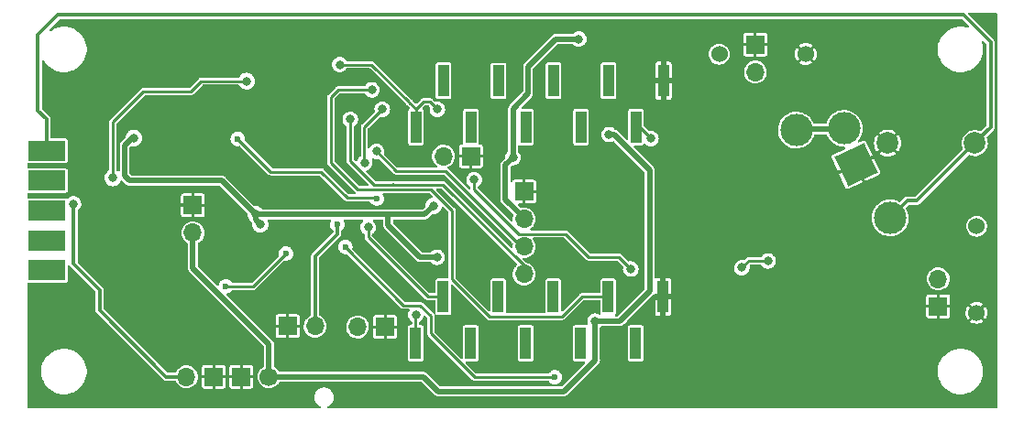
<source format=gbl>
%TF.GenerationSoftware,KiCad,Pcbnew,(6.0.4-0)*%
%TF.CreationDate,2022-07-12T14:17:22-04:00*%
%TF.ProjectId,NanoFox80,4e616e6f-466f-4783-9830-2e6b69636164,rev?*%
%TF.SameCoordinates,Original*%
%TF.FileFunction,Copper,L2,Bot*%
%TF.FilePolarity,Positive*%
%FSLAX46Y46*%
G04 Gerber Fmt 4.6, Leading zero omitted, Abs format (unit mm)*
G04 Created by KiCad (PCBNEW (6.0.4-0)) date 2022-07-12 14:17:22*
%MOMM*%
%LPD*%
G01*
G04 APERTURE LIST*
G04 Aperture macros list*
%AMRotRect*
0 Rectangle, with rotation*
0 The origin of the aperture is its center*
0 $1 length*
0 $2 width*
0 $3 Rotation angle, in degrees counterclockwise*
0 Add horizontal line*
21,1,$1,$2,0,0,$3*%
G04 Aperture macros list end*
%TA.AperFunction,ComponentPad*%
%ADD10R,1.700000X1.700000*%
%TD*%
%TA.AperFunction,ComponentPad*%
%ADD11O,1.700000X1.700000*%
%TD*%
%TA.AperFunction,SMDPad,CuDef*%
%ADD12C,1.524000*%
%TD*%
%TA.AperFunction,ComponentPad*%
%ADD13C,0.600000*%
%TD*%
%TA.AperFunction,ComponentPad*%
%ADD14C,2.000000*%
%TD*%
%TA.AperFunction,ComponentPad*%
%ADD15C,1.700000*%
%TD*%
%TA.AperFunction,ComponentPad*%
%ADD16C,3.000000*%
%TD*%
%TA.AperFunction,SMDPad,CuDef*%
%ADD17R,5.760000X0.595000*%
%TD*%
%TA.AperFunction,ComponentPad*%
%ADD18RotRect,3.000000X3.000000X25.000000*%
%TD*%
%TA.AperFunction,SMDPad,CuDef*%
%ADD19R,3.480000X1.846667*%
%TD*%
%TA.AperFunction,SMDPad,CuDef*%
%ADD20R,1.000000X3.000000*%
%TD*%
%TA.AperFunction,ViaPad*%
%ADD21C,0.800000*%
%TD*%
%TA.AperFunction,ViaPad*%
%ADD22C,0.600000*%
%TD*%
%TA.AperFunction,Conductor*%
%ADD23C,0.250000*%
%TD*%
%TA.AperFunction,Conductor*%
%ADD24C,0.350000*%
%TD*%
%TA.AperFunction,Conductor*%
%ADD25C,0.500000*%
%TD*%
G04 APERTURE END LIST*
D10*
%TO.P,TP101,1,Pin_1*%
%TO.N,GND*%
X126100000Y-72760000D03*
D11*
%TO.P,TP101,2,Pin_2*%
%TO.N,VCC*%
X126100000Y-75300000D03*
%TO.P,TP101,3,Pin_3*%
%TO.N,Net-(R101-Pad2)*%
X126100000Y-77840000D03*
%TO.P,TP101,4,Pin_4*%
%TO.N,Net-(R102-Pad2)*%
X126100000Y-80380000D03*
%TD*%
D10*
%TO.P,BT101,1,-*%
%TO.N,GND*%
X95510000Y-74030000D03*
D11*
%TO.P,BT101,2,+*%
%TO.N,+BATT*%
X95510000Y-76570000D03*
%TD*%
D10*
%TO.P,AE101,1,Shield*%
%TO.N,GND*%
X164350000Y-83365000D03*
D11*
%TO.P,AE101,2,A*%
%TO.N,Antenna*%
X164350000Y-80825000D03*
%TD*%
D12*
%TO.P,W102,1,Pin_1*%
%TO.N,Antenna*%
X167890000Y-75960000D03*
D13*
X167890000Y-75960000D03*
D12*
%TO.P,W102,2,Pin_2*%
%TO.N,GND*%
X167890000Y-83960000D03*
D13*
X167890000Y-83960000D03*
%TD*%
D10*
%TO.P,J112,1,Pin_1*%
%TO.N,GND*%
X104260000Y-85210000D03*
D11*
%TO.P,J112,2,Pin_2*%
%TO.N,Net-(J112-Pad2)*%
X106800000Y-85210000D03*
%TD*%
D12*
%TO.P,W101,1,Pin_1*%
%TO.N,Net-(C102-Pad1)*%
X144120000Y-60040000D03*
D13*
X144120000Y-60040000D03*
%TO.P,W101,2,Pin_2*%
%TO.N,GND*%
X152120000Y-60040000D03*
D12*
X152120000Y-60040000D03*
%TD*%
D14*
%TO.P,C115,1*%
%TO.N,Antenna*%
X167725000Y-68270000D03*
%TO.P,C115,2*%
%TO.N,GND*%
X159675000Y-68270000D03*
%TD*%
D10*
%TO.P,J113,1,Pin_1*%
%TO.N,GND*%
X113260000Y-85280000D03*
D11*
%TO.P,J113,2,Pin_2*%
%TO.N,Net-(D101-Pad2)*%
X110720000Y-85280000D03*
%TD*%
D10*
%TO.P,J115,1,Pin_1*%
%TO.N,GND*%
X121190000Y-69475000D03*
D11*
%TO.P,J115,2,Pin_2*%
%TO.N,Net-(J115-Pad2)*%
X118650000Y-69475000D03*
%TD*%
D10*
%TO.P,J101,1,Pin_1*%
%TO.N,GND*%
X147460000Y-59140000D03*
D11*
%TO.P,J101,2,Pin_2*%
%TO.N,Net-(C102-Pad1)*%
X147460000Y-61680000D03*
%TD*%
D15*
%TO.P,MOD1,1,Pin_1*%
%TO.N,+BATT*%
X102540000Y-89880000D03*
D10*
%TO.P,MOD1,2,Pin_2*%
%TO.N,GND*%
X100000000Y-89880000D03*
%TO.P,MOD1,3,Pin_3*%
X97460000Y-89880000D03*
D11*
%TO.P,MOD1,4,Pin_4*%
%TO.N,V+_Charging*%
X94920000Y-89880000D03*
%TD*%
D16*
%TO.P,L101,1,1*%
%TO.N,Antenna*%
X159907500Y-75185000D03*
%TO.P,L101,2,TAP*%
%TO.N,Net-(C102-Pad1)*%
X151247500Y-67065000D03*
X155657500Y-66905000D03*
D17*
X153557500Y-66975000D03*
D18*
%TO.P,L101,3,3*%
%TO.N,GND*%
X156737500Y-70265000D03*
%TD*%
D19*
%TO.P,J111,1,1*%
%TO.N,Antenna*%
X82000000Y-68960000D03*
%TO.P,J111,2,2*%
%TO.N,unconnected-(J111-Pad2)*%
X82000000Y-71730000D03*
%TO.P,J111,3,3*%
%TO.N,unconnected-(J111-Pad3)*%
X82000000Y-74500000D03*
%TO.P,J111,4,4*%
%TO.N,unconnected-(J111-Pad4)*%
X82000000Y-77270000D03*
%TO.P,J111,5,5*%
%TO.N,unconnected-(J111-Pad5)*%
X82000000Y-80040000D03*
%TD*%
D20*
%TO.P,MOD201,1,~{RST}*%
%TO.N,~{WIFI_RESET}*%
X116110000Y-66790000D03*
%TO.P,MOD201,2,A*%
%TO.N,unconnected-(MOD201-Pad2)*%
X118650000Y-62490000D03*
%TO.P,MOD201,3,EN*%
%TO.N,unconnected-(MOD201-Pad3)*%
X121190000Y-66790000D03*
%TO.P,MOD201,4,#16*%
%TO.N,unconnected-(MOD201-Pad4)*%
X123730000Y-62490000D03*
%TO.P,MOD201,5,#14*%
%TO.N,unconnected-(MOD201-Pad5)*%
X126270000Y-66790000D03*
%TO.P,MOD201,6,#12*%
%TO.N,unconnected-(MOD201-Pad6)*%
X128810000Y-62490000D03*
%TO.P,MOD201,7,#13*%
%TO.N,unconnected-(MOD201-Pad7)*%
X131350000Y-66790000D03*
%TO.P,MOD201,8,V+*%
%TO.N,unconnected-(MOD201-Pad8)*%
X133890000Y-62490000D03*
%TO.P,MOD201,9,VBat*%
%TO.N,Net-(C201-Pad2)*%
X136430000Y-66790000D03*
%TO.P,MOD201,10,GND*%
%TO.N,GND*%
X138970000Y-62490000D03*
%TO.P,MOD201,11,GND*%
X138944600Y-82484900D03*
%TO.P,MOD201,12,LDO*%
%TO.N,unconnected-(MOD201-Pad12)*%
X136404600Y-86784900D03*
%TO.P,MOD201,13,3V*%
%TO.N,WiFi Module Detect*%
X133864600Y-82484900D03*
%TO.P,MOD201,14,#15*%
%TO.N,unconnected-(MOD201-Pad14)*%
X131324600Y-86784900D03*
%TO.P,MOD201,15,#2*%
%TO.N,unconnected-(MOD201-Pad15)*%
X128784600Y-82484900D03*
%TO.P,MOD201,16,#0*%
%TO.N,unconnected-(MOD201-Pad16)*%
X126244600Y-86784900D03*
%TO.P,MOD201,17,#4*%
%TO.N,unconnected-(MOD201-Pad17)*%
X123704600Y-82484900D03*
%TO.P,MOD201,18,#5*%
%TO.N,unconnected-(MOD201-Pad18)*%
X121164600Y-86784900D03*
%TO.P,MOD201,19,RX*%
%TO.N,WIFI_RX*%
X118624600Y-82484900D03*
%TO.P,MOD201,20,TX*%
%TO.N,Net-(MOD201-Pad20)*%
X116084600Y-86784900D03*
%TD*%
D21*
%TO.N,GND*%
X168790000Y-73650000D03*
X162460000Y-92320000D03*
X86930000Y-72020000D03*
X86910000Y-76890000D03*
X118460000Y-80280000D03*
X137130000Y-84600000D03*
X146780000Y-74390000D03*
X120100000Y-61660000D03*
X138820000Y-76400000D03*
X101460000Y-66510000D03*
X109990000Y-62320000D03*
X122440000Y-61720000D03*
X108970000Y-83500000D03*
X94830000Y-84670000D03*
X97420000Y-57280000D03*
X121030115Y-76026548D03*
X155540000Y-57350000D03*
X139500000Y-57320000D03*
X107510000Y-57250000D03*
X147490000Y-57350000D03*
X128080000Y-65630000D03*
X117383275Y-81063632D03*
X104540000Y-91730000D03*
X143950000Y-78770000D03*
X146880000Y-76380000D03*
X133740000Y-86470000D03*
X81280000Y-86530000D03*
X168830000Y-80300000D03*
X167490000Y-70220000D03*
X160560000Y-92320000D03*
X139250000Y-64720000D03*
X168910000Y-85900000D03*
X151550000Y-57290000D03*
X136510000Y-92310000D03*
X138460000Y-84810000D03*
X133530000Y-57350000D03*
X81240000Y-82490000D03*
X103580000Y-64480000D03*
X138140000Y-88020000D03*
X130550000Y-92340000D03*
X99530000Y-57310000D03*
X104550000Y-82410000D03*
X101370000Y-64030000D03*
X104330000Y-66490000D03*
X134470000Y-92340000D03*
X125640000Y-57380000D03*
X133100000Y-68900000D03*
X89010000Y-78720000D03*
X105510000Y-57310000D03*
X89550000Y-62740000D03*
X150360000Y-81820000D03*
X136590000Y-75210000D03*
X135270000Y-72460000D03*
X123580000Y-57390000D03*
X139430000Y-86930000D03*
X113500000Y-57320000D03*
X162640000Y-75370000D03*
X81280000Y-84620000D03*
X97810000Y-84710000D03*
X102170000Y-77980000D03*
X140490000Y-85830000D03*
X157520000Y-57350000D03*
X141720000Y-70630000D03*
X82910000Y-66900000D03*
X124530000Y-92320000D03*
X146470000Y-92330000D03*
X110620000Y-91790000D03*
X113110012Y-71143061D03*
X96570000Y-91790000D03*
X141880000Y-74380000D03*
X149510000Y-57290000D03*
X148960000Y-80590000D03*
X86940000Y-73900000D03*
X141640000Y-78860000D03*
X138510000Y-92330000D03*
X92410000Y-61180000D03*
X143480000Y-57290000D03*
X117600000Y-57380000D03*
X168910000Y-82250000D03*
X102530000Y-91700000D03*
X137540000Y-57350000D03*
X145530000Y-57350000D03*
X116540000Y-80250000D03*
X115930000Y-82400000D03*
X86910000Y-75480000D03*
X158540000Y-92290000D03*
X121570000Y-57400000D03*
X154440000Y-92320000D03*
X88530000Y-91800000D03*
X96310000Y-85610000D03*
X164980000Y-72860000D03*
X115570000Y-57360000D03*
X126860000Y-70900000D03*
X92580000Y-91750000D03*
X163530000Y-57350000D03*
X144500000Y-92330000D03*
X137570000Y-63280000D03*
X140470000Y-74390000D03*
X126540000Y-92280000D03*
X113064341Y-76980869D03*
X92280000Y-73040000D03*
X140540000Y-62470000D03*
X116470000Y-92160000D03*
X133050000Y-72460000D03*
X103550000Y-57310000D03*
X131530000Y-57350000D03*
X109500000Y-57310000D03*
X91450000Y-74750000D03*
X141480000Y-67040000D03*
X156520000Y-92290000D03*
X128080000Y-67600000D03*
X142590000Y-79570000D03*
X141570000Y-57290000D03*
X119540000Y-57420000D03*
X168300000Y-63320000D03*
X142510000Y-92330000D03*
X139810000Y-68930000D03*
X133670000Y-77530000D03*
X86530000Y-91800000D03*
X82370000Y-64890000D03*
X128520000Y-92320000D03*
X90570000Y-91770000D03*
X159510000Y-57350000D03*
X130100000Y-85150000D03*
X94590000Y-91720000D03*
X143460000Y-72060000D03*
X125118598Y-61858976D03*
X136690000Y-73960000D03*
X114770000Y-81260000D03*
X123980000Y-67070000D03*
X142690000Y-68260000D03*
X118540000Y-92230000D03*
X166290000Y-71360000D03*
X132560000Y-92340000D03*
X99970000Y-71750000D03*
X109810000Y-79880000D03*
X140290000Y-65940000D03*
X109165690Y-69586296D03*
X85420000Y-69460000D03*
X168390000Y-65660000D03*
X144270000Y-69270000D03*
X102130000Y-82430000D03*
X161490000Y-57350000D03*
X122550000Y-92250000D03*
X135710000Y-77450000D03*
X112040000Y-91790000D03*
X142940000Y-80820000D03*
X129470000Y-57350000D03*
X91530000Y-57310000D03*
X121070000Y-77680000D03*
X94920000Y-61770000D03*
X135500000Y-57270000D03*
X93500000Y-57310000D03*
X148560000Y-92330000D03*
X134080000Y-68592091D03*
X148410000Y-84520000D03*
X148070000Y-77910000D03*
X108220000Y-78870000D03*
X125150000Y-63580000D03*
X95030000Y-68500000D03*
X123610000Y-65910000D03*
X109860000Y-64520000D03*
X122120000Y-60370000D03*
X101520000Y-57350000D03*
X111530000Y-57310000D03*
X95530000Y-57310000D03*
X150610000Y-92330000D03*
X163950000Y-74170000D03*
X127590000Y-57430000D03*
X168830000Y-71620000D03*
X95010000Y-66590000D03*
X152550000Y-92310000D03*
X150460000Y-83820000D03*
X136630000Y-76500000D03*
X120260000Y-60370000D03*
X146860000Y-80810000D03*
X109810000Y-81600000D03*
X138790000Y-74380000D03*
X98550000Y-91790000D03*
X101660000Y-71510000D03*
X100180000Y-78050000D03*
X87440000Y-57330000D03*
X90120000Y-75800000D03*
X140550000Y-92310000D03*
X103290000Y-71950000D03*
X103080000Y-73360000D03*
X168830000Y-78110000D03*
X139770000Y-71050000D03*
X127030000Y-68940000D03*
X89440000Y-57330000D03*
X153510000Y-57290000D03*
X144820000Y-73560000D03*
X90540000Y-61170000D03*
X100610000Y-91760000D03*
X120500000Y-92250000D03*
X82390000Y-63440000D03*
X94973691Y-64624266D03*
%TO.N,+BATT*%
X133950000Y-67470000D03*
X132660000Y-84740000D03*
%TO.N,+3V3*%
X101730000Y-75780000D03*
X90050000Y-67790000D03*
X117720000Y-74080000D03*
X101310000Y-74870000D03*
X118060000Y-78830000D03*
%TO.N,Net-(C201-Pad2)*%
X137810000Y-67840000D03*
%TO.N,Net-(D104-Pad1)*%
X88110000Y-71490000D03*
X100464757Y-62533838D03*
%TO.N,V+_Charging*%
X84478652Y-73879792D03*
D22*
%TO.N,Net-(J112-Pad2)*%
X108850000Y-75800000D03*
D21*
%TO.N,WiFi Module Detect*%
X112030000Y-63340000D03*
D22*
%TO.N,Net-(P101-Pad1)*%
X99649636Y-67870294D03*
X112480000Y-73400000D03*
%TO.N,Enable_Vdiv*%
X98550000Y-81510000D03*
X104120000Y-78480000D03*
%TO.N,Net-(FB101-Pad2)*%
X128950000Y-89920000D03*
X109590000Y-77860000D03*
D21*
%TO.N,WIFI_RX*%
X111700000Y-76050000D03*
X113000000Y-65140000D03*
X111380000Y-70090000D03*
%TO.N,Net-(MOD201-Pad20)*%
X116110000Y-84140000D03*
%TO.N,~{WIFI_RESET}*%
X109070000Y-61000000D03*
X118090000Y-65140000D03*
%TO.N,Net-(R101-Pad2)*%
X112470000Y-69030000D03*
%TO.N,Net-(R102-Pad2)*%
X110050000Y-66070000D03*
%TO.N,Net-(U101-Pad2)*%
X148630000Y-79170000D03*
X146210000Y-79790000D03*
%TO.N,Enable_RF*%
X121490000Y-71650000D03*
X135950000Y-79910000D03*
%TO.N,VCC*%
X125080000Y-69600000D03*
X131150000Y-58630000D03*
%TD*%
D23*
%TO.N,GND*%
X120160000Y-61720000D02*
X120100000Y-61660000D01*
D24*
X141720000Y-70630000D02*
X142030000Y-70630000D01*
D23*
X89550000Y-62020000D02*
X90400000Y-61170000D01*
X137940478Y-82600000D02*
X138829500Y-82600000D01*
X105650000Y-62320000D02*
X109990000Y-62320000D01*
D24*
X141870000Y-74390000D02*
X141880000Y-74380000D01*
D23*
X121550000Y-57420000D02*
X121570000Y-57400000D01*
D24*
X136690000Y-73960000D02*
X136690000Y-73880000D01*
X99970000Y-71750000D02*
X101420000Y-71750000D01*
X135630000Y-77530000D02*
X135710000Y-77450000D01*
X86930000Y-70970000D02*
X85420000Y-69460000D01*
X103290000Y-73150000D02*
X103080000Y-73360000D01*
X144820000Y-73560000D02*
X145950000Y-73560000D01*
D23*
X123580000Y-57390000D02*
X125630000Y-57390000D01*
D24*
X86940000Y-73900000D02*
X86940000Y-72030000D01*
X109810000Y-82660000D02*
X108970000Y-83500000D01*
D23*
X114790000Y-81260000D02*
X115930000Y-82400000D01*
X133050000Y-72460000D02*
X128420000Y-72460000D01*
X141640000Y-78860000D02*
X143860000Y-78860000D01*
D24*
X133670000Y-77530000D02*
X135630000Y-77530000D01*
D23*
X94830000Y-84670000D02*
X94830000Y-84780000D01*
X89550000Y-62740000D02*
X89550000Y-62020000D01*
D24*
X108220000Y-78870000D02*
X108800000Y-78870000D01*
X86910000Y-76890000D02*
X86910000Y-75480000D01*
D23*
X138944600Y-84325400D02*
X138460000Y-84810000D01*
X103130000Y-64030000D02*
X103580000Y-64480000D01*
D24*
X138970000Y-62490000D02*
X138360000Y-62490000D01*
X103290000Y-71950000D02*
X103290000Y-73150000D01*
X100180000Y-78050000D02*
X102100000Y-78050000D01*
X145950000Y-73560000D02*
X146780000Y-74390000D01*
X86940000Y-72030000D02*
X86930000Y-72020000D01*
D23*
X115570000Y-57360000D02*
X117580000Y-57360000D01*
X122440000Y-61720000D02*
X120160000Y-61720000D01*
X121030115Y-77640115D02*
X121070000Y-77680000D01*
X129390000Y-57430000D02*
X129470000Y-57350000D01*
D24*
X138970000Y-62490000D02*
X140520000Y-62490000D01*
X123610000Y-65910000D02*
X123610000Y-66700000D01*
D23*
X149130000Y-80590000D02*
X150360000Y-81820000D01*
X90400000Y-61170000D02*
X90540000Y-61170000D01*
D24*
X108800000Y-78870000D02*
X109810000Y-79880000D01*
D23*
X134070478Y-86470000D02*
X137940478Y-82600000D01*
X133100000Y-68900000D02*
X133407909Y-68592091D01*
X149110000Y-83820000D02*
X148410000Y-84520000D01*
D24*
X104230000Y-82410000D02*
X102150000Y-82410000D01*
D23*
X137130000Y-84600000D02*
X138140000Y-85610000D01*
X128420000Y-72460000D02*
X126860000Y-70900000D01*
X109860000Y-64520000D02*
X109165690Y-65214310D01*
X133407909Y-68592091D02*
X134080000Y-68592091D01*
X142940000Y-80820000D02*
X142940000Y-79920000D01*
D24*
X95510000Y-74030000D02*
X93270000Y-74030000D01*
D23*
X94973691Y-64624266D02*
X94973691Y-66553691D01*
D24*
X126860000Y-70900000D02*
X126860000Y-69110000D01*
X136630000Y-76500000D02*
X136630000Y-75250000D01*
X139250000Y-64900000D02*
X140290000Y-65940000D01*
X140470000Y-74390000D02*
X141870000Y-74390000D01*
D23*
X94830000Y-84780000D02*
X95660000Y-85610000D01*
D24*
X86930000Y-72020000D02*
X86930000Y-70970000D01*
D23*
X138944600Y-82484900D02*
X138944600Y-84325400D01*
D24*
X136690000Y-73880000D02*
X135270000Y-72460000D01*
D23*
X133740000Y-86470000D02*
X134070478Y-86470000D01*
D24*
X142030000Y-70630000D02*
X143460000Y-72060000D01*
X109810000Y-81600000D02*
X109810000Y-82660000D01*
X146880000Y-76380000D02*
X146880000Y-76720000D01*
X141480000Y-67050000D02*
X142690000Y-68260000D01*
X101420000Y-71750000D02*
X101660000Y-71510000D01*
X138790000Y-76370000D02*
X138820000Y-76400000D01*
X138790000Y-74380000D02*
X138790000Y-76370000D01*
X146880000Y-76720000D02*
X148070000Y-77910000D01*
D23*
X143860000Y-78860000D02*
X143950000Y-78770000D01*
X101370000Y-64030000D02*
X103130000Y-64030000D01*
D24*
X141480000Y-67040000D02*
X141480000Y-67050000D01*
D23*
X150460000Y-83820000D02*
X149110000Y-83820000D01*
D24*
X102100000Y-78050000D02*
X102170000Y-77980000D01*
D23*
X119540000Y-57420000D02*
X121550000Y-57420000D01*
X117580000Y-57360000D02*
X117600000Y-57380000D01*
X139430000Y-86890000D02*
X140490000Y-85830000D01*
X125070000Y-61810378D02*
X125118598Y-61858976D01*
X139430000Y-86930000D02*
X139430000Y-86890000D01*
X148960000Y-80590000D02*
X149130000Y-80590000D01*
X142940000Y-79920000D02*
X142590000Y-79570000D01*
X101460000Y-66510000D02*
X105650000Y-62320000D01*
X109165690Y-65214310D02*
X109165690Y-69586296D01*
D24*
X140520000Y-62490000D02*
X140540000Y-62470000D01*
X104550000Y-82410000D02*
X104230000Y-82410000D01*
D23*
X94973691Y-66553691D02*
X95010000Y-66590000D01*
X125630000Y-57390000D02*
X125640000Y-57380000D01*
X122440000Y-61130978D02*
X122905489Y-60665489D01*
D24*
X93270000Y-74030000D02*
X92280000Y-73040000D01*
X91170000Y-74750000D02*
X90120000Y-75800000D01*
D23*
X94330000Y-61180000D02*
X94920000Y-61770000D01*
D24*
X126860000Y-69110000D02*
X127030000Y-68940000D01*
X138360000Y-62490000D02*
X137570000Y-63280000D01*
D23*
X122905489Y-60665489D02*
X124554511Y-60665489D01*
X121030115Y-76026548D02*
X121030115Y-77640115D01*
X118430000Y-80250000D02*
X118460000Y-80280000D01*
D24*
X139250000Y-64720000D02*
X139250000Y-64900000D01*
D23*
X138140000Y-85610000D02*
X138140000Y-88020000D01*
X124554511Y-60665489D02*
X125070000Y-61180978D01*
D24*
X123610000Y-66700000D02*
X123980000Y-67070000D01*
X139810000Y-71010000D02*
X139770000Y-71050000D01*
D23*
X114770000Y-81260000D02*
X114790000Y-81260000D01*
X116540000Y-80250000D02*
X118430000Y-80250000D01*
X127590000Y-57430000D02*
X129390000Y-57430000D01*
X122120000Y-60370000D02*
X120260000Y-60370000D01*
X125070000Y-61180978D02*
X125070000Y-61810378D01*
D24*
X139810000Y-68930000D02*
X139810000Y-71010000D01*
X91450000Y-74750000D02*
X91170000Y-74750000D01*
D23*
X138829500Y-82600000D02*
X138944600Y-82484900D01*
X129470000Y-57350000D02*
X131530000Y-57350000D01*
D24*
X102150000Y-82410000D02*
X102130000Y-82430000D01*
D23*
X95660000Y-85610000D02*
X96310000Y-85610000D01*
X92410000Y-61180000D02*
X94330000Y-61180000D01*
D24*
X136630000Y-75250000D02*
X136590000Y-75210000D01*
D23*
X122440000Y-61720000D02*
X122440000Y-61130978D01*
D24*
X128080000Y-67600000D02*
X128080000Y-65630000D01*
D25*
%TO.N,+BATT*%
X102540000Y-86870000D02*
X102540000Y-89880000D01*
X118174519Y-91244519D02*
X129764003Y-91244519D01*
X95510000Y-79840000D02*
X102540000Y-86870000D01*
X116810000Y-89880000D02*
X118174519Y-91244519D01*
X137700000Y-81990000D02*
X134950000Y-84740000D01*
X133950000Y-67470000D02*
X134420000Y-67470000D01*
X129764003Y-91244519D02*
X132660000Y-88348522D01*
X137700000Y-70750000D02*
X137700000Y-81990000D01*
X134420000Y-67470000D02*
X137700000Y-70750000D01*
X95510000Y-76570000D02*
X95510000Y-79840000D01*
X132660000Y-88348522D02*
X132660000Y-84740000D01*
X134950000Y-84740000D02*
X132660000Y-84740000D01*
X102540000Y-89880000D02*
X116810000Y-89880000D01*
%TO.N,+3V3*%
X113540000Y-74870000D02*
X113540000Y-75860000D01*
X113540000Y-75860000D02*
X116510000Y-78830000D01*
X101310000Y-75360000D02*
X101730000Y-75780000D01*
X89200000Y-71310000D02*
X89200000Y-68460000D01*
X89630000Y-71740000D02*
X98180000Y-71740000D01*
X113540000Y-74870000D02*
X101310000Y-74870000D01*
X89630000Y-71740000D02*
X89200000Y-71310000D01*
X98180000Y-71740000D02*
X101310000Y-74870000D01*
X116510000Y-78830000D02*
X118060000Y-78830000D01*
D23*
X89870000Y-67790000D02*
X90050000Y-67790000D01*
D25*
X89200000Y-68460000D02*
X89870000Y-67790000D01*
X116930000Y-74870000D02*
X113540000Y-74870000D01*
X101310000Y-74870000D02*
X101310000Y-75360000D01*
X117720000Y-74080000D02*
X116930000Y-74870000D01*
D24*
%TO.N,Antenna*%
X169180000Y-58930000D02*
X166670000Y-56420000D01*
X83050000Y-56420000D02*
X81200000Y-58270000D01*
X81200000Y-65270000D02*
X82000000Y-66070000D01*
X167725000Y-68270000D02*
X169180000Y-66815000D01*
X159907500Y-75185000D02*
X161502500Y-73590000D01*
X169180000Y-66815000D02*
X169180000Y-58930000D01*
X162405000Y-73590000D02*
X167725000Y-68270000D01*
X166670000Y-56420000D02*
X83050000Y-56420000D01*
X161502500Y-73590000D02*
X162405000Y-73590000D01*
X82000000Y-66070000D02*
X82000000Y-68960000D01*
X81200000Y-58270000D02*
X81200000Y-65270000D01*
%TO.N,Net-(C201-Pad2)*%
X136760000Y-66790000D02*
X136430000Y-66790000D01*
X137810000Y-67840000D02*
X136760000Y-66790000D01*
D23*
%TO.N,Net-(D104-Pad1)*%
X95310000Y-63500000D02*
X90940000Y-63500000D01*
X90940000Y-63500000D02*
X88110000Y-66330000D01*
X100464757Y-62533838D02*
X96276162Y-62533838D01*
X96276162Y-62533838D02*
X95310000Y-63500000D01*
X88110000Y-66330000D02*
X88110000Y-71490000D01*
D24*
%TO.N,V+_Charging*%
X86890000Y-81850000D02*
X86890000Y-83710000D01*
X84478652Y-79438652D02*
X86890000Y-81850000D01*
X84478652Y-73879792D02*
X84478652Y-79438652D01*
X93060000Y-89880000D02*
X94920000Y-89880000D01*
X86890000Y-83710000D02*
X93060000Y-89880000D01*
%TO.N,Net-(J112-Pad2)*%
X108850000Y-76670000D02*
X106790000Y-78730000D01*
X108850000Y-75800000D02*
X108850000Y-76670000D01*
X106800000Y-81620000D02*
X106800000Y-85210000D01*
X106790000Y-78730000D02*
X106790000Y-81610000D01*
X106790000Y-81610000D02*
X106800000Y-81620000D01*
D23*
%TO.N,WiFi Module Detect*%
X108940000Y-63340000D02*
X108240000Y-64040000D01*
X131433622Y-82484900D02*
X133864600Y-82484900D01*
X110740000Y-72570000D02*
X117510000Y-72570000D01*
X119430000Y-80859322D02*
X122880089Y-84309411D01*
X122880089Y-84309411D02*
X129609111Y-84309411D01*
X108240000Y-64040000D02*
X108240000Y-70070000D01*
X117510000Y-72570000D02*
X119430000Y-74490000D01*
X112030000Y-63340000D02*
X108940000Y-63340000D01*
X119430000Y-74490000D02*
X119430000Y-80859322D01*
X129609111Y-84309411D02*
X131433622Y-82484900D01*
X108240000Y-70070000D02*
X110740000Y-72570000D01*
%TO.N,Net-(P101-Pad1)*%
X112420000Y-73340000D02*
X109790000Y-73340000D01*
X102699342Y-70920000D02*
X99649636Y-67870294D01*
X107370000Y-70920000D02*
X102699342Y-70920000D01*
X109790000Y-73340000D02*
X107370000Y-70920000D01*
X112480000Y-73400000D02*
X112420000Y-73340000D01*
%TO.N,Enable_Vdiv*%
X98590000Y-81550000D02*
X101050000Y-81550000D01*
X98550000Y-81510000D02*
X98590000Y-81550000D01*
X101050000Y-81550000D02*
X104120000Y-78480000D01*
%TO.N,Net-(FB101-Pad2)*%
X121530000Y-89920000D02*
X128950000Y-89920000D01*
X114930000Y-83270000D02*
X116490000Y-83270000D01*
X109590000Y-77860000D02*
X109590000Y-77930000D01*
X117490000Y-85880000D02*
X121530000Y-89920000D01*
X109590000Y-77930000D02*
X114930000Y-83270000D01*
X116490000Y-83270000D02*
X117490000Y-84270000D01*
X117490000Y-84270000D02*
X117490000Y-85880000D01*
%TO.N,WIFI_RX*%
X111340000Y-70050000D02*
X111340000Y-66800000D01*
X118624600Y-82484900D02*
X117214900Y-82484900D01*
X111380000Y-70090000D02*
X111340000Y-70050000D01*
X111340000Y-66800000D02*
X113000000Y-65140000D01*
X111700000Y-76970000D02*
X111700000Y-76050000D01*
X117214900Y-82484900D02*
X111700000Y-76970000D01*
%TO.N,Net-(MOD201-Pad20)*%
X116084600Y-84165400D02*
X116110000Y-84140000D01*
X116084600Y-86784900D02*
X116084600Y-84274600D01*
X116084600Y-84274600D02*
X116084600Y-84165400D01*
%TO.N,~{WIFI_RESET}*%
X115480000Y-64468245D02*
X115480000Y-64490000D01*
X116110000Y-65120000D02*
X116780000Y-64450000D01*
X116110000Y-65120000D02*
X116110000Y-66790000D01*
X117400000Y-64450000D02*
X118090000Y-65140000D01*
X112011755Y-61000000D02*
X115480000Y-64468245D01*
X116780000Y-64450000D02*
X117400000Y-64450000D01*
X109070000Y-61000000D02*
X112011755Y-61000000D01*
X115480000Y-64490000D02*
X116110000Y-65120000D01*
%TO.N,Net-(R101-Pad2)*%
X118830000Y-70840000D02*
X125830000Y-77840000D01*
X114280000Y-70840000D02*
X118830000Y-70840000D01*
X112470000Y-69030000D02*
X114280000Y-70840000D01*
X125830000Y-77840000D02*
X126100000Y-77840000D01*
%TO.N,Net-(R102-Pad2)*%
X112230000Y-72110000D02*
X113940000Y-72110000D01*
X110040000Y-66080000D02*
X110040000Y-69920000D01*
X113990000Y-72120000D02*
X118610000Y-72120000D01*
X113960000Y-72090000D02*
X113990000Y-72120000D01*
X113940000Y-72110000D02*
X113960000Y-72090000D01*
X118610000Y-72120000D02*
X126100000Y-79610000D01*
X126100000Y-79610000D02*
X126100000Y-80380000D01*
X110040000Y-69920000D02*
X112230000Y-72110000D01*
X110050000Y-66070000D02*
X110040000Y-66080000D01*
%TO.N,Net-(U101-Pad2)*%
X146830000Y-79170000D02*
X148630000Y-79170000D01*
X146210000Y-79790000D02*
X146830000Y-79170000D01*
%TO.N,Enable_RF*%
X132070000Y-78800000D02*
X134840000Y-78800000D01*
X121490000Y-72541988D02*
X125613501Y-76665489D01*
X121490000Y-71650000D02*
X121490000Y-72541988D01*
X134840000Y-78800000D02*
X135950000Y-79910000D01*
X125613501Y-76665489D02*
X129935489Y-76665489D01*
X129935489Y-76665489D02*
X132070000Y-78800000D01*
D25*
%TO.N,VCC*%
X129020000Y-58630000D02*
X126470000Y-61180000D01*
X126470000Y-61180000D02*
X126470000Y-63690978D01*
X126470000Y-63690978D02*
X125080000Y-65080978D01*
X124370000Y-70310000D02*
X124370000Y-73490000D01*
X125080000Y-69600000D02*
X124370000Y-70310000D01*
X124370000Y-73490000D02*
X126100000Y-75220000D01*
X131150000Y-58630000D02*
X129020000Y-58630000D01*
X125080000Y-65080978D02*
X125080000Y-69600000D01*
X126100000Y-75220000D02*
X126100000Y-75300000D01*
%TD*%
%TA.AperFunction,Conductor*%
%TO.N,GND*%
G36*
X166510935Y-56864407D02*
G01*
X166522748Y-56874496D01*
X167054476Y-57406223D01*
X167082253Y-57460740D01*
X167072682Y-57521172D01*
X167029417Y-57564437D01*
X166963382Y-57572955D01*
X166710849Y-57517894D01*
X166710845Y-57517893D01*
X166707564Y-57517178D01*
X166482947Y-57499500D01*
X166328008Y-57499500D01*
X166114263Y-57514072D01*
X165986226Y-57540587D01*
X165837110Y-57571467D01*
X165837104Y-57571469D01*
X165833814Y-57572150D01*
X165830648Y-57573271D01*
X165830645Y-57573272D01*
X165813487Y-57579348D01*
X165563842Y-57667752D01*
X165560849Y-57669297D01*
X165560844Y-57669299D01*
X165312346Y-57797558D01*
X165312340Y-57797562D01*
X165309342Y-57799109D01*
X165306582Y-57801049D01*
X165306580Y-57801050D01*
X165077772Y-57961859D01*
X165077766Y-57961864D01*
X165075024Y-57963791D01*
X164865224Y-58158749D01*
X164863091Y-58161354D01*
X164863090Y-58161356D01*
X164685961Y-58377764D01*
X164685956Y-58377771D01*
X164683823Y-58380377D01*
X164534180Y-58624573D01*
X164532828Y-58627654D01*
X164532827Y-58627655D01*
X164443845Y-58830362D01*
X164419062Y-58886818D01*
X164407267Y-58928223D01*
X164344262Y-59149407D01*
X164340600Y-59162261D01*
X164300246Y-59445804D01*
X164300228Y-59449171D01*
X164300228Y-59449176D01*
X164300113Y-59471160D01*
X164298747Y-59732200D01*
X164336129Y-60016149D01*
X164337020Y-60019406D01*
X164337021Y-60019411D01*
X164407110Y-60275614D01*
X164411702Y-60292398D01*
X164524068Y-60555835D01*
X164671146Y-60801585D01*
X164673252Y-60804214D01*
X164673255Y-60804218D01*
X164737295Y-60884153D01*
X164850215Y-61025100D01*
X164852664Y-61027424D01*
X165049687Y-61214392D01*
X165057962Y-61222245D01*
X165060701Y-61224213D01*
X165060702Y-61224214D01*
X165077395Y-61236209D01*
X165290543Y-61389371D01*
X165543653Y-61523386D01*
X165546822Y-61524546D01*
X165546825Y-61524547D01*
X165570941Y-61533372D01*
X165812610Y-61621810D01*
X165937796Y-61649105D01*
X166089151Y-61682106D01*
X166089155Y-61682107D01*
X166092436Y-61682822D01*
X166317053Y-61700500D01*
X166471992Y-61700500D01*
X166685737Y-61685928D01*
X166823190Y-61657463D01*
X166962890Y-61628533D01*
X166962896Y-61628531D01*
X166966186Y-61627850D01*
X166969352Y-61626729D01*
X166969355Y-61626728D01*
X167100285Y-61580363D01*
X167236158Y-61532248D01*
X167239151Y-61530703D01*
X167239156Y-61530701D01*
X167487654Y-61402442D01*
X167487660Y-61402438D01*
X167490658Y-61400891D01*
X167504803Y-61390950D01*
X167722228Y-61238141D01*
X167722234Y-61238136D01*
X167724976Y-61236209D01*
X167934776Y-61041251D01*
X167942208Y-61032171D01*
X168114039Y-60822236D01*
X168114044Y-60822229D01*
X168116177Y-60819623D01*
X168265820Y-60575427D01*
X168267173Y-60572345D01*
X168379585Y-60316265D01*
X168379587Y-60316261D01*
X168380938Y-60313182D01*
X168401784Y-60240000D01*
X168458474Y-60040991D01*
X168458475Y-60040986D01*
X168459400Y-60037739D01*
X168499754Y-59754196D01*
X168501253Y-59467800D01*
X168463871Y-59183851D01*
X168458881Y-59165608D01*
X168423722Y-59037091D01*
X168426604Y-58975974D01*
X168464860Y-58928223D01*
X168523877Y-58912078D01*
X168581112Y-58933705D01*
X168589217Y-58940964D01*
X168725504Y-59077251D01*
X168753281Y-59131768D01*
X168754500Y-59147255D01*
X168754500Y-66597744D01*
X168735593Y-66655935D01*
X168725504Y-66667748D01*
X168304620Y-67088632D01*
X168250103Y-67116409D01*
X168192777Y-67108353D01*
X168158244Y-67092250D01*
X168158243Y-67092250D01*
X168154330Y-67090425D01*
X168150158Y-67089307D01*
X167947154Y-67034912D01*
X167947152Y-67034912D01*
X167942977Y-67033793D01*
X167725000Y-67014723D01*
X167507023Y-67033793D01*
X167502848Y-67034912D01*
X167502846Y-67034912D01*
X167382220Y-67067234D01*
X167295670Y-67090425D01*
X167097362Y-67182898D01*
X167093819Y-67185379D01*
X167093817Y-67185380D01*
X167034081Y-67227208D01*
X166918123Y-67308402D01*
X166763402Y-67463123D01*
X166705204Y-67546239D01*
X166651997Y-67622227D01*
X166637898Y-67642362D01*
X166545425Y-67840670D01*
X166528829Y-67902608D01*
X166495903Y-68025490D01*
X166488793Y-68052023D01*
X166469723Y-68270000D01*
X166488793Y-68487977D01*
X166489912Y-68492152D01*
X166489912Y-68492154D01*
X166526841Y-68629972D01*
X166545425Y-68699330D01*
X166547253Y-68703250D01*
X166547254Y-68703253D01*
X166563353Y-68737776D01*
X166570810Y-68798505D01*
X166543633Y-68849620D01*
X164399305Y-70993947D01*
X162257748Y-73135504D01*
X162203231Y-73163281D01*
X162187744Y-73164500D01*
X161435107Y-73164500D01*
X161410264Y-73172572D01*
X161395165Y-73176196D01*
X161369374Y-73180281D01*
X161362434Y-73183817D01*
X161362431Y-73183818D01*
X161346108Y-73192135D01*
X161331759Y-73198078D01*
X161314333Y-73203740D01*
X161314327Y-73203743D01*
X161306919Y-73206150D01*
X161300616Y-73210729D01*
X161300615Y-73210730D01*
X161285792Y-73221500D01*
X161272545Y-73229618D01*
X161256219Y-73237936D01*
X161256217Y-73237938D01*
X161249280Y-73241472D01*
X160861878Y-73628874D01*
X160807361Y-73656651D01*
X160748089Y-73647660D01*
X160565087Y-73557414D01*
X160477681Y-73529435D01*
X160320788Y-73479213D01*
X160320787Y-73479213D01*
X160317292Y-73478094D01*
X160313675Y-73477505D01*
X160313671Y-73477504D01*
X160064113Y-73436861D01*
X160064108Y-73436861D01*
X160060494Y-73436272D01*
X160056829Y-73436224D01*
X159964344Y-73435013D01*
X159800335Y-73432866D01*
X159796707Y-73433360D01*
X159796703Y-73433360D01*
X159678501Y-73449447D01*
X159542530Y-73467952D01*
X159292743Y-73540758D01*
X159259047Y-73556292D01*
X159059796Y-73648148D01*
X159059790Y-73648151D01*
X159056461Y-73649686D01*
X158838875Y-73792341D01*
X158836143Y-73794780D01*
X158836141Y-73794781D01*
X158712651Y-73905000D01*
X158644765Y-73965591D01*
X158642418Y-73968413D01*
X158642417Y-73968414D01*
X158531606Y-74101650D01*
X158478395Y-74165629D01*
X158343420Y-74388061D01*
X158242805Y-74628001D01*
X158241901Y-74631563D01*
X158241900Y-74631564D01*
X158184539Y-74857427D01*
X158178761Y-74880177D01*
X158152694Y-75139049D01*
X158152870Y-75142714D01*
X158152870Y-75142717D01*
X158158502Y-75259967D01*
X158165177Y-75398930D01*
X158200153Y-75574771D01*
X158206032Y-75604323D01*
X158215935Y-75654112D01*
X158217175Y-75657567D01*
X158217176Y-75657569D01*
X158272233Y-75810915D01*
X158303855Y-75898989D01*
X158427004Y-76128180D01*
X158466148Y-76180600D01*
X158575856Y-76327516D01*
X158582677Y-76336651D01*
X158767454Y-76519823D01*
X158770413Y-76521993D01*
X158770417Y-76521996D01*
X158880592Y-76602779D01*
X158977275Y-76673670D01*
X159207533Y-76794815D01*
X159211004Y-76796027D01*
X159211006Y-76796028D01*
X159216066Y-76797795D01*
X159453167Y-76880594D01*
X159456771Y-76881278D01*
X159456770Y-76881278D01*
X159705173Y-76928439D01*
X159705175Y-76928439D01*
X159708782Y-76929124D01*
X159850113Y-76934677D01*
X159965093Y-76939195D01*
X159965096Y-76939195D01*
X159968763Y-76939339D01*
X160101623Y-76924789D01*
X160223757Y-76911413D01*
X160223760Y-76911412D01*
X160227398Y-76911014D01*
X160479005Y-76844771D01*
X160718057Y-76742066D01*
X160724033Y-76738368D01*
X160936177Y-76607090D01*
X160936182Y-76607086D01*
X160939303Y-76605155D01*
X160984255Y-76567101D01*
X161040035Y-76519879D01*
X161137882Y-76437046D01*
X161185696Y-76382525D01*
X161230104Y-76331886D01*
X161309431Y-76241431D01*
X161450183Y-76022608D01*
X161456610Y-76008342D01*
X161484785Y-75945795D01*
X166872700Y-75945795D01*
X166876966Y-75996599D01*
X166888821Y-76137772D01*
X166889315Y-76143660D01*
X166890648Y-76148308D01*
X166890648Y-76148309D01*
X166942686Y-76329786D01*
X166944046Y-76334530D01*
X166946261Y-76338840D01*
X166960458Y-76366465D01*
X167034808Y-76511133D01*
X167158144Y-76666745D01*
X167161831Y-76669882D01*
X167161833Y-76669885D01*
X167219442Y-76718913D01*
X167309357Y-76795436D01*
X167482685Y-76892307D01*
X167487287Y-76893802D01*
X167487291Y-76893804D01*
X167666928Y-76952171D01*
X167666934Y-76952172D01*
X167671528Y-76953665D01*
X167676324Y-76954237D01*
X167676329Y-76954238D01*
X167770111Y-76965421D01*
X167868693Y-76977176D01*
X167873515Y-76976805D01*
X167873517Y-76976805D01*
X168061841Y-76962314D01*
X168061846Y-76962313D01*
X168066669Y-76961942D01*
X168257916Y-76908545D01*
X168262229Y-76906366D01*
X168262235Y-76906364D01*
X168430829Y-76821201D01*
X168430831Y-76821199D01*
X168435150Y-76819018D01*
X168455491Y-76803126D01*
X168587803Y-76699753D01*
X168587805Y-76699751D01*
X168591618Y-76696772D01*
X168594774Y-76693116D01*
X168594779Y-76693111D01*
X168671104Y-76604687D01*
X168721362Y-76546462D01*
X168730480Y-76530412D01*
X168817051Y-76378019D01*
X168817052Y-76378016D01*
X168819440Y-76373813D01*
X168821178Y-76368591D01*
X168880589Y-76189994D01*
X168880589Y-76189992D01*
X168882116Y-76185403D01*
X168907002Y-75988407D01*
X168907096Y-75981723D01*
X168907271Y-75969171D01*
X168907399Y-75960000D01*
X168891600Y-75798864D01*
X168888495Y-75767196D01*
X168888494Y-75767192D01*
X168888023Y-75762386D01*
X168885338Y-75753492D01*
X168832031Y-75576931D01*
X168832029Y-75576926D01*
X168830632Y-75572299D01*
X168762082Y-75443376D01*
X168739686Y-75401254D01*
X168739684Y-75401250D01*
X168737413Y-75396980D01*
X168724490Y-75381134D01*
X168614978Y-75246859D01*
X168614977Y-75246858D01*
X168611917Y-75243106D01*
X168474049Y-75129052D01*
X168462649Y-75119621D01*
X168462647Y-75119620D01*
X168458922Y-75116538D01*
X168301112Y-75031210D01*
X168288512Y-75024397D01*
X168288511Y-75024397D01*
X168284258Y-75022097D01*
X168224091Y-75003472D01*
X168099197Y-74964811D01*
X168099193Y-74964810D01*
X168094576Y-74963381D01*
X168089768Y-74962876D01*
X168089765Y-74962875D01*
X167901919Y-74943132D01*
X167901917Y-74943132D01*
X167897103Y-74942626D01*
X167831198Y-74948624D01*
X167704178Y-74960183D01*
X167704174Y-74960184D01*
X167699358Y-74960622D01*
X167694716Y-74961988D01*
X167694712Y-74961989D01*
X167513523Y-75015316D01*
X167513520Y-75015317D01*
X167508876Y-75016684D01*
X167332910Y-75108677D01*
X167329141Y-75111707D01*
X167329140Y-75111708D01*
X167181936Y-75230062D01*
X167181933Y-75230065D01*
X167178163Y-75233096D01*
X167175049Y-75236807D01*
X167175048Y-75236808D01*
X167053645Y-75381490D01*
X167053642Y-75381494D01*
X167050530Y-75385203D01*
X167048198Y-75389446D01*
X167048196Y-75389448D01*
X166966252Y-75538506D01*
X166954873Y-75559204D01*
X166953410Y-75563817D01*
X166953408Y-75563821D01*
X166931645Y-75632428D01*
X166894834Y-75748471D01*
X166894294Y-75753285D01*
X166875365Y-75922039D01*
X166872700Y-75945795D01*
X161484785Y-75945795D01*
X161555536Y-75788733D01*
X161555537Y-75788731D01*
X161557044Y-75785385D01*
X161563531Y-75762386D01*
X161586291Y-75681682D01*
X161627668Y-75534972D01*
X161660502Y-75276871D01*
X161661598Y-75235019D01*
X161662843Y-75187492D01*
X161662843Y-75187487D01*
X161662908Y-75185000D01*
X161662724Y-75182527D01*
X161662724Y-75182517D01*
X161643898Y-74929188D01*
X161643897Y-74929182D01*
X161643626Y-74925534D01*
X161586205Y-74671768D01*
X161570571Y-74631564D01*
X161548102Y-74573788D01*
X161491905Y-74429277D01*
X161446898Y-74350530D01*
X161434438Y-74290628D01*
X161462846Y-74231402D01*
X161649752Y-74044496D01*
X161704269Y-74016719D01*
X161719756Y-74015500D01*
X162472393Y-74015500D01*
X162479798Y-74013094D01*
X162479804Y-74013093D01*
X162497233Y-74007430D01*
X162512335Y-74003804D01*
X162530430Y-74000938D01*
X162538126Y-73999719D01*
X162561402Y-73987860D01*
X162575744Y-73981919D01*
X162600581Y-73973849D01*
X162621715Y-73958494D01*
X162634944Y-73950388D01*
X162658220Y-73938528D01*
X162753528Y-73843220D01*
X167145380Y-69451367D01*
X167199897Y-69423590D01*
X167257224Y-69431647D01*
X167291747Y-69447746D01*
X167291750Y-69447747D01*
X167295670Y-69449575D01*
X167299847Y-69450694D01*
X167299849Y-69450695D01*
X167502846Y-69505088D01*
X167502848Y-69505088D01*
X167507023Y-69506207D01*
X167725000Y-69525277D01*
X167942977Y-69506207D01*
X167947152Y-69505088D01*
X167947154Y-69505088D01*
X168150150Y-69450695D01*
X168154330Y-69449575D01*
X168352639Y-69357102D01*
X168403860Y-69321237D01*
X168459867Y-69282020D01*
X168531877Y-69231598D01*
X168686598Y-69076877D01*
X168767792Y-68960919D01*
X168809620Y-68901183D01*
X168809621Y-68901181D01*
X168812102Y-68897638D01*
X168904575Y-68699330D01*
X168935515Y-68583859D01*
X168960088Y-68492154D01*
X168960088Y-68492152D01*
X168961207Y-68487977D01*
X168980277Y-68270000D01*
X168961207Y-68052023D01*
X168954098Y-68025490D01*
X168905693Y-67844842D01*
X168905693Y-67844841D01*
X168904575Y-67840670D01*
X168886647Y-67802223D01*
X168879191Y-67741494D01*
X168906368Y-67690380D01*
X169528528Y-67068220D01*
X169540382Y-67044955D01*
X169548500Y-67031708D01*
X169559270Y-67016885D01*
X169559271Y-67016884D01*
X169563850Y-67010581D01*
X169564420Y-67008827D01*
X169605557Y-66967692D01*
X169665989Y-66958122D01*
X169720505Y-66985901D01*
X169748282Y-67040418D01*
X169749500Y-67055903D01*
X169749500Y-92650500D01*
X169730593Y-92708691D01*
X169681093Y-92744655D01*
X169650500Y-92749500D01*
X108111251Y-92749500D01*
X108053060Y-92730593D01*
X108017096Y-92681093D01*
X108017096Y-92619907D01*
X108053060Y-92570407D01*
X108061751Y-92564763D01*
X108147725Y-92515126D01*
X108147726Y-92515125D01*
X108152216Y-92512533D01*
X108161644Y-92504044D01*
X108289035Y-92389341D01*
X108289038Y-92389337D01*
X108292888Y-92385871D01*
X108404151Y-92232730D01*
X108481144Y-92059803D01*
X108520500Y-91874646D01*
X108520500Y-91685354D01*
X108481144Y-91500197D01*
X108446562Y-91422526D01*
X108406259Y-91332004D01*
X108406258Y-91332002D01*
X108404151Y-91327270D01*
X108292888Y-91174129D01*
X108289038Y-91170663D01*
X108289035Y-91170659D01*
X108156072Y-91050939D01*
X108152216Y-91047467D01*
X108104512Y-91019925D01*
X107992774Y-90955413D01*
X107992772Y-90955412D01*
X107988284Y-90952821D01*
X107983354Y-90951219D01*
X107813188Y-90895928D01*
X107813183Y-90895927D01*
X107808256Y-90894326D01*
X107667192Y-90879500D01*
X107572808Y-90879500D01*
X107431744Y-90894326D01*
X107426817Y-90895927D01*
X107426812Y-90895928D01*
X107256646Y-90951219D01*
X107251716Y-90952821D01*
X107247228Y-90955412D01*
X107247226Y-90955413D01*
X107135488Y-91019925D01*
X107087784Y-91047467D01*
X107083928Y-91050939D01*
X106950965Y-91170659D01*
X106950962Y-91170663D01*
X106947112Y-91174129D01*
X106835849Y-91327270D01*
X106833742Y-91332002D01*
X106833741Y-91332004D01*
X106793438Y-91422526D01*
X106758856Y-91500197D01*
X106719500Y-91685354D01*
X106719500Y-91874646D01*
X106758856Y-92059803D01*
X106835849Y-92232730D01*
X106947112Y-92385871D01*
X106950962Y-92389337D01*
X106950965Y-92389341D01*
X107078356Y-92504044D01*
X107087784Y-92512533D01*
X107092274Y-92515125D01*
X107092275Y-92515126D01*
X107178249Y-92564763D01*
X107219190Y-92610233D01*
X107225586Y-92671083D01*
X107194993Y-92724071D01*
X107139097Y-92748958D01*
X107128749Y-92749500D01*
X80349500Y-92749500D01*
X80291309Y-92730593D01*
X80255345Y-92681093D01*
X80250500Y-92650500D01*
X80250500Y-89532200D01*
X81498747Y-89532200D01*
X81536129Y-89816149D01*
X81537020Y-89819406D01*
X81537021Y-89819411D01*
X81592082Y-90020680D01*
X81611702Y-90092398D01*
X81724068Y-90355835D01*
X81871146Y-90601585D01*
X81873252Y-90604214D01*
X81873255Y-90604218D01*
X81919151Y-90661505D01*
X82050215Y-90825100D01*
X82052664Y-90827424D01*
X82217157Y-90983522D01*
X82257962Y-91022245D01*
X82260701Y-91024213D01*
X82260702Y-91024214D01*
X82277395Y-91036209D01*
X82490543Y-91189371D01*
X82743653Y-91323386D01*
X82746822Y-91324546D01*
X82746825Y-91324547D01*
X82770941Y-91333372D01*
X83012610Y-91421810D01*
X83152523Y-91452316D01*
X83289151Y-91482106D01*
X83289155Y-91482107D01*
X83292436Y-91482822D01*
X83517053Y-91500500D01*
X83671992Y-91500500D01*
X83885737Y-91485928D01*
X84013774Y-91459413D01*
X84162890Y-91428533D01*
X84162896Y-91428531D01*
X84166186Y-91427850D01*
X84169352Y-91426729D01*
X84169355Y-91426728D01*
X84269911Y-91391119D01*
X84436158Y-91332248D01*
X84439151Y-91330703D01*
X84439156Y-91330701D01*
X84687654Y-91202442D01*
X84687660Y-91202438D01*
X84690658Y-91200891D01*
X84704803Y-91190950D01*
X84922228Y-91038141D01*
X84922234Y-91038136D01*
X84924976Y-91036209D01*
X85134776Y-90841251D01*
X85139360Y-90835651D01*
X85314039Y-90622236D01*
X85314044Y-90622229D01*
X85316177Y-90619623D01*
X85465820Y-90375427D01*
X85467173Y-90372345D01*
X85579585Y-90116265D01*
X85579587Y-90116261D01*
X85580938Y-90113182D01*
X85596860Y-90057289D01*
X85658474Y-89840991D01*
X85658475Y-89840986D01*
X85659400Y-89837739D01*
X85699754Y-89554196D01*
X85699789Y-89547609D01*
X85700621Y-89388622D01*
X85701253Y-89267800D01*
X85663871Y-88983851D01*
X85658881Y-88965608D01*
X85589189Y-88710858D01*
X85589188Y-88710855D01*
X85588298Y-88707602D01*
X85475932Y-88444165D01*
X85328854Y-88198415D01*
X85312310Y-88177764D01*
X85151894Y-87977533D01*
X85149785Y-87974900D01*
X84942038Y-87777755D01*
X84925791Y-87766080D01*
X84898307Y-87746331D01*
X84709457Y-87610629D01*
X84456347Y-87476614D01*
X84453178Y-87475454D01*
X84453175Y-87475453D01*
X84374959Y-87446830D01*
X84187390Y-87378190D01*
X84047477Y-87347684D01*
X83910849Y-87317894D01*
X83910845Y-87317893D01*
X83907564Y-87317178D01*
X83682947Y-87299500D01*
X83528008Y-87299500D01*
X83314263Y-87314072D01*
X83186226Y-87340587D01*
X83037110Y-87371467D01*
X83037104Y-87371469D01*
X83033814Y-87372150D01*
X83030648Y-87373271D01*
X83030645Y-87373272D01*
X83013487Y-87379348D01*
X82763842Y-87467752D01*
X82760849Y-87469297D01*
X82760844Y-87469299D01*
X82512346Y-87597558D01*
X82512340Y-87597562D01*
X82509342Y-87599109D01*
X82506582Y-87601049D01*
X82506580Y-87601050D01*
X82277772Y-87761859D01*
X82277766Y-87761864D01*
X82275024Y-87763791D01*
X82065224Y-87958749D01*
X82063091Y-87961354D01*
X82063090Y-87961356D01*
X81885961Y-88177764D01*
X81885956Y-88177771D01*
X81883823Y-88180377D01*
X81734180Y-88424573D01*
X81732828Y-88427654D01*
X81732827Y-88427655D01*
X81623365Y-88677016D01*
X81619062Y-88686818D01*
X81614026Y-88704498D01*
X81546367Y-88942017D01*
X81540600Y-88962261D01*
X81500246Y-89245804D01*
X81500228Y-89249171D01*
X81500228Y-89249176D01*
X81500016Y-89289674D01*
X81498747Y-89532200D01*
X80250500Y-89532200D01*
X80250500Y-81312833D01*
X80269407Y-81254642D01*
X80318907Y-81218678D01*
X80349500Y-81213833D01*
X83764674Y-81213833D01*
X83837740Y-81199299D01*
X83879619Y-81171317D01*
X83912491Y-81149353D01*
X83920601Y-81143934D01*
X83975966Y-81061073D01*
X83990500Y-80988007D01*
X83990500Y-79791256D01*
X84009407Y-79733065D01*
X84058907Y-79697101D01*
X84120093Y-79697101D01*
X84159504Y-79721252D01*
X86435504Y-81997251D01*
X86463281Y-82051768D01*
X86464500Y-82067255D01*
X86464500Y-83777393D01*
X86466906Y-83784798D01*
X86466907Y-83784804D01*
X86472570Y-83802233D01*
X86476196Y-83817335D01*
X86480281Y-83843126D01*
X86492140Y-83866402D01*
X86498081Y-83880744D01*
X86506151Y-83905581D01*
X86521506Y-83926715D01*
X86529612Y-83939944D01*
X86541472Y-83963220D01*
X92806780Y-90228528D01*
X92813717Y-90232062D01*
X92813719Y-90232064D01*
X92830045Y-90240382D01*
X92843292Y-90248500D01*
X92850316Y-90253603D01*
X92864419Y-90263850D01*
X92871827Y-90266257D01*
X92871833Y-90266260D01*
X92889259Y-90271922D01*
X92903608Y-90277865D01*
X92919931Y-90286182D01*
X92919934Y-90286183D01*
X92926874Y-90289719D01*
X92934570Y-90290938D01*
X92952665Y-90293804D01*
X92967764Y-90297428D01*
X92992607Y-90305500D01*
X93840884Y-90305500D01*
X93899075Y-90324407D01*
X93930790Y-90363052D01*
X93935074Y-90372345D01*
X93962856Y-90432607D01*
X94079588Y-90597780D01*
X94224466Y-90738913D01*
X94392637Y-90851282D01*
X94578470Y-90931122D01*
X94775740Y-90975760D01*
X94977842Y-90983700D01*
X95003361Y-90980000D01*
X95173519Y-90955329D01*
X95173522Y-90955328D01*
X95178007Y-90954678D01*
X95332808Y-90902130D01*
X95365234Y-90891123D01*
X95365237Y-90891121D01*
X95369531Y-90889664D01*
X95546001Y-90790837D01*
X95595383Y-90749766D01*
X96360000Y-90749766D01*
X96360948Y-90759388D01*
X96372603Y-90817983D01*
X96379922Y-90835651D01*
X96424341Y-90902130D01*
X96437870Y-90915659D01*
X96504349Y-90960078D01*
X96522017Y-90967397D01*
X96580612Y-90979052D01*
X96590234Y-90980000D01*
X97319320Y-90980000D01*
X97332005Y-90975878D01*
X97335000Y-90971757D01*
X97335000Y-90964320D01*
X97585000Y-90964320D01*
X97589122Y-90977005D01*
X97593243Y-90980000D01*
X98329766Y-90980000D01*
X98339388Y-90979052D01*
X98397983Y-90967397D01*
X98415651Y-90960078D01*
X98482130Y-90915659D01*
X98495659Y-90902130D01*
X98540078Y-90835651D01*
X98547397Y-90817983D01*
X98559052Y-90759388D01*
X98560000Y-90749766D01*
X98900000Y-90749766D01*
X98900948Y-90759388D01*
X98912603Y-90817983D01*
X98919922Y-90835651D01*
X98964341Y-90902130D01*
X98977870Y-90915659D01*
X99044349Y-90960078D01*
X99062017Y-90967397D01*
X99120612Y-90979052D01*
X99130234Y-90980000D01*
X99859320Y-90980000D01*
X99872005Y-90975878D01*
X99875000Y-90971757D01*
X99875000Y-90964320D01*
X100125000Y-90964320D01*
X100129122Y-90977005D01*
X100133243Y-90980000D01*
X100869766Y-90980000D01*
X100879388Y-90979052D01*
X100937983Y-90967397D01*
X100955651Y-90960078D01*
X101022130Y-90915659D01*
X101035659Y-90902130D01*
X101080078Y-90835651D01*
X101087397Y-90817983D01*
X101099052Y-90759388D01*
X101100000Y-90749766D01*
X101100000Y-90020680D01*
X101095878Y-90007995D01*
X101091757Y-90005000D01*
X100140680Y-90005000D01*
X100127995Y-90009122D01*
X100125000Y-90013243D01*
X100125000Y-90964320D01*
X99875000Y-90964320D01*
X99875000Y-90020680D01*
X99870878Y-90007995D01*
X99866757Y-90005000D01*
X98915680Y-90005000D01*
X98902995Y-90009122D01*
X98900000Y-90013243D01*
X98900000Y-90749766D01*
X98560000Y-90749766D01*
X98560000Y-90020680D01*
X98555878Y-90007995D01*
X98551757Y-90005000D01*
X97600680Y-90005000D01*
X97587995Y-90009122D01*
X97585000Y-90013243D01*
X97585000Y-90964320D01*
X97335000Y-90964320D01*
X97335000Y-90020680D01*
X97330878Y-90007995D01*
X97326757Y-90005000D01*
X96375680Y-90005000D01*
X96362995Y-90009122D01*
X96360000Y-90013243D01*
X96360000Y-90749766D01*
X95595383Y-90749766D01*
X95701505Y-90661505D01*
X95830837Y-90506001D01*
X95842453Y-90485260D01*
X95852936Y-90466540D01*
X95929664Y-90329531D01*
X95931404Y-90324407D01*
X95966713Y-90220390D01*
X95994678Y-90138007D01*
X95997831Y-90116265D01*
X96023283Y-89940717D01*
X96023700Y-89937842D01*
X96025215Y-89880000D01*
X96012288Y-89739320D01*
X96360000Y-89739320D01*
X96364122Y-89752005D01*
X96368243Y-89755000D01*
X97319320Y-89755000D01*
X97332005Y-89750878D01*
X97335000Y-89746757D01*
X97335000Y-89739320D01*
X97585000Y-89739320D01*
X97589122Y-89752005D01*
X97593243Y-89755000D01*
X98544320Y-89755000D01*
X98557005Y-89750878D01*
X98560000Y-89746757D01*
X98560000Y-89739320D01*
X98900000Y-89739320D01*
X98904122Y-89752005D01*
X98908243Y-89755000D01*
X99859320Y-89755000D01*
X99872005Y-89750878D01*
X99875000Y-89746757D01*
X99875000Y-89739320D01*
X100125000Y-89739320D01*
X100129122Y-89752005D01*
X100133243Y-89755000D01*
X101084320Y-89755000D01*
X101097005Y-89750878D01*
X101100000Y-89746757D01*
X101100000Y-89010234D01*
X101099052Y-89000612D01*
X101087397Y-88942017D01*
X101080078Y-88924349D01*
X101035659Y-88857870D01*
X101022130Y-88844341D01*
X100955651Y-88799922D01*
X100937983Y-88792603D01*
X100879388Y-88780948D01*
X100869766Y-88780000D01*
X100140680Y-88780000D01*
X100127995Y-88784122D01*
X100125000Y-88788243D01*
X100125000Y-89739320D01*
X99875000Y-89739320D01*
X99875000Y-88795680D01*
X99870878Y-88782995D01*
X99866757Y-88780000D01*
X99130234Y-88780000D01*
X99120612Y-88780948D01*
X99062017Y-88792603D01*
X99044349Y-88799922D01*
X98977870Y-88844341D01*
X98964341Y-88857870D01*
X98919922Y-88924349D01*
X98912603Y-88942017D01*
X98900948Y-89000612D01*
X98900000Y-89010234D01*
X98900000Y-89739320D01*
X98560000Y-89739320D01*
X98560000Y-89010234D01*
X98559052Y-89000612D01*
X98547397Y-88942017D01*
X98540078Y-88924349D01*
X98495659Y-88857870D01*
X98482130Y-88844341D01*
X98415651Y-88799922D01*
X98397983Y-88792603D01*
X98339388Y-88780948D01*
X98329766Y-88780000D01*
X97600680Y-88780000D01*
X97587995Y-88784122D01*
X97585000Y-88788243D01*
X97585000Y-89739320D01*
X97335000Y-89739320D01*
X97335000Y-88795680D01*
X97330878Y-88782995D01*
X97326757Y-88780000D01*
X96590234Y-88780000D01*
X96580612Y-88780948D01*
X96522017Y-88792603D01*
X96504349Y-88799922D01*
X96437870Y-88844341D01*
X96424341Y-88857870D01*
X96379922Y-88924349D01*
X96372603Y-88942017D01*
X96360948Y-89000612D01*
X96360000Y-89010234D01*
X96360000Y-89739320D01*
X96012288Y-89739320D01*
X96006708Y-89678591D01*
X95951807Y-89483926D01*
X95938715Y-89457377D01*
X95873082Y-89324287D01*
X95862351Y-89302527D01*
X95741335Y-89140467D01*
X95592812Y-89003174D01*
X95588752Y-89000612D01*
X95425594Y-88897667D01*
X95421757Y-88895246D01*
X95233898Y-88820298D01*
X95035526Y-88780839D01*
X94935930Y-88779535D01*
X94837826Y-88778251D01*
X94837821Y-88778251D01*
X94833286Y-88778192D01*
X94828813Y-88778961D01*
X94828808Y-88778961D01*
X94749418Y-88792603D01*
X94633949Y-88812444D01*
X94444193Y-88882449D01*
X94270371Y-88985862D01*
X94266956Y-88988857D01*
X94266953Y-88988859D01*
X94250630Y-89003174D01*
X94118305Y-89119220D01*
X94115497Y-89122782D01*
X94015310Y-89249870D01*
X93993089Y-89278057D01*
X93990975Y-89282075D01*
X93990970Y-89282083D01*
X93928090Y-89401596D01*
X93884263Y-89444291D01*
X93840477Y-89454500D01*
X93277256Y-89454500D01*
X93219065Y-89435593D01*
X93207252Y-89425504D01*
X87344496Y-83562748D01*
X87316719Y-83508231D01*
X87315500Y-83492744D01*
X87315500Y-81782607D01*
X87313094Y-81775202D01*
X87313093Y-81775196D01*
X87307430Y-81757767D01*
X87303804Y-81742665D01*
X87300938Y-81724570D01*
X87299719Y-81716874D01*
X87287860Y-81693598D01*
X87281918Y-81679253D01*
X87276257Y-81661831D01*
X87273849Y-81654419D01*
X87269271Y-81648118D01*
X87269269Y-81648114D01*
X87258500Y-81633293D01*
X87250387Y-81620054D01*
X87238528Y-81596780D01*
X87143220Y-81501472D01*
X87143218Y-81501471D01*
X86039786Y-80398039D01*
X84933148Y-79291400D01*
X84905371Y-79236883D01*
X84904152Y-79221396D01*
X84904152Y-74899766D01*
X94410000Y-74899766D01*
X94410948Y-74909388D01*
X94422603Y-74967983D01*
X94429922Y-74985651D01*
X94474341Y-75052130D01*
X94487870Y-75065659D01*
X94554349Y-75110078D01*
X94572017Y-75117397D01*
X94630612Y-75129052D01*
X94640234Y-75130000D01*
X95369320Y-75130000D01*
X95382005Y-75125878D01*
X95385000Y-75121757D01*
X95385000Y-75114320D01*
X95635000Y-75114320D01*
X95639122Y-75127005D01*
X95643243Y-75130000D01*
X96379766Y-75130000D01*
X96389388Y-75129052D01*
X96447983Y-75117397D01*
X96465651Y-75110078D01*
X96532130Y-75065659D01*
X96545659Y-75052130D01*
X96590078Y-74985651D01*
X96597397Y-74967983D01*
X96609052Y-74909388D01*
X96610000Y-74899766D01*
X96610000Y-74170680D01*
X96605878Y-74157995D01*
X96601757Y-74155000D01*
X95650680Y-74155000D01*
X95637995Y-74159122D01*
X95635000Y-74163243D01*
X95635000Y-75114320D01*
X95385000Y-75114320D01*
X95385000Y-74170680D01*
X95380878Y-74157995D01*
X95376757Y-74155000D01*
X94425680Y-74155000D01*
X94412995Y-74159122D01*
X94410000Y-74163243D01*
X94410000Y-74899766D01*
X84904152Y-74899766D01*
X84904152Y-74512010D01*
X84923059Y-74453819D01*
X84934880Y-74440317D01*
X84946473Y-74429277D01*
X85034079Y-74345851D01*
X85055531Y-74313564D01*
X85083743Y-74271100D01*
X85123531Y-74211215D01*
X85128348Y-74198536D01*
X85167564Y-74095299D01*
X85180932Y-74060107D01*
X85194262Y-73965260D01*
X85202995Y-73903120D01*
X85202995Y-73903116D01*
X85203428Y-73900037D01*
X85203578Y-73889320D01*
X94410000Y-73889320D01*
X94414122Y-73902005D01*
X94418243Y-73905000D01*
X95369320Y-73905000D01*
X95382005Y-73900878D01*
X95385000Y-73896757D01*
X95385000Y-73889320D01*
X95635000Y-73889320D01*
X95639122Y-73902005D01*
X95643243Y-73905000D01*
X96594320Y-73905000D01*
X96607005Y-73900878D01*
X96610000Y-73896757D01*
X96610000Y-73160234D01*
X96609052Y-73150612D01*
X96597397Y-73092017D01*
X96590078Y-73074349D01*
X96545659Y-73007870D01*
X96532130Y-72994341D01*
X96465651Y-72949922D01*
X96447983Y-72942603D01*
X96389388Y-72930948D01*
X96379766Y-72930000D01*
X95650680Y-72930000D01*
X95637995Y-72934122D01*
X95635000Y-72938243D01*
X95635000Y-73889320D01*
X95385000Y-73889320D01*
X95385000Y-72945680D01*
X95380878Y-72932995D01*
X95376757Y-72930000D01*
X94640234Y-72930000D01*
X94630612Y-72930948D01*
X94572017Y-72942603D01*
X94554349Y-72949922D01*
X94487870Y-72994341D01*
X94474341Y-73007870D01*
X94429922Y-73074349D01*
X94422603Y-73092017D01*
X94410948Y-73150612D01*
X94410000Y-73160234D01*
X94410000Y-73889320D01*
X85203578Y-73889320D01*
X85203711Y-73879792D01*
X85203160Y-73874874D01*
X85194274Y-73795659D01*
X85185693Y-73719156D01*
X85132534Y-73566504D01*
X85063786Y-73456485D01*
X85049808Y-73434115D01*
X85049808Y-73434114D01*
X85046876Y-73429423D01*
X84945280Y-73327115D01*
X84936877Y-73318653D01*
X84936875Y-73318652D01*
X84932977Y-73314726D01*
X84796497Y-73228113D01*
X84790791Y-73226081D01*
X84754993Y-73213334D01*
X84644220Y-73173890D01*
X84633150Y-73172570D01*
X84489210Y-73155406D01*
X84489207Y-73155406D01*
X84483714Y-73154751D01*
X84322956Y-73171647D01*
X84317717Y-73173431D01*
X84317715Y-73173431D01*
X84176514Y-73221500D01*
X84169937Y-73223739D01*
X84165227Y-73226637D01*
X84165222Y-73226639D01*
X84074120Y-73282686D01*
X84032261Y-73308438D01*
X84028311Y-73312306D01*
X84028306Y-73312310D01*
X83991214Y-73348633D01*
X83936410Y-73375838D01*
X83876081Y-73365634D01*
X83866948Y-73360216D01*
X83845850Y-73346119D01*
X83845847Y-73346118D01*
X83837740Y-73340701D01*
X83764674Y-73326167D01*
X80349500Y-73326167D01*
X80291309Y-73307260D01*
X80255345Y-73257760D01*
X80250500Y-73227167D01*
X80250500Y-73002833D01*
X80269407Y-72944642D01*
X80318907Y-72908678D01*
X80349500Y-72903833D01*
X83764674Y-72903833D01*
X83837740Y-72889299D01*
X83920601Y-72833934D01*
X83975966Y-72751073D01*
X83990500Y-72678007D01*
X83990500Y-71479174D01*
X87334701Y-71479174D01*
X87351569Y-71651210D01*
X87406132Y-71815233D01*
X87408997Y-71819964D01*
X87408999Y-71819968D01*
X87492811Y-71958358D01*
X87492814Y-71958362D01*
X87495678Y-71963091D01*
X87499520Y-71967070D01*
X87499522Y-71967072D01*
X87520119Y-71988401D01*
X87615757Y-72087437D01*
X87760401Y-72182089D01*
X87812951Y-72201632D01*
X87917227Y-72240412D01*
X87917229Y-72240413D01*
X87922420Y-72242343D01*
X87927912Y-72243076D01*
X87927913Y-72243076D01*
X88050308Y-72259407D01*
X88093762Y-72265205D01*
X88099268Y-72264704D01*
X88099270Y-72264704D01*
X88168365Y-72258415D01*
X88265911Y-72249538D01*
X88271169Y-72247830D01*
X88271172Y-72247829D01*
X88425046Y-72197832D01*
X88425048Y-72197831D01*
X88430311Y-72196121D01*
X88435067Y-72193286D01*
X88435069Y-72193285D01*
X88558208Y-72119879D01*
X88578791Y-72107609D01*
X88703972Y-71988401D01*
X88712045Y-71976251D01*
X88774115Y-71882827D01*
X88799631Y-71844422D01*
X88801594Y-71839255D01*
X88801600Y-71839243D01*
X88807775Y-71822986D01*
X88846114Y-71775302D01*
X88905159Y-71759260D01*
X88962356Y-71780988D01*
X88970309Y-71788123D01*
X89228604Y-72046417D01*
X89236577Y-72056397D01*
X89236594Y-72056383D01*
X89241168Y-72061757D01*
X89244930Y-72067720D01*
X89250214Y-72072387D01*
X89250216Y-72072389D01*
X89285217Y-72103300D01*
X89289687Y-72107500D01*
X89301507Y-72119320D01*
X89304322Y-72121429D01*
X89304327Y-72121434D01*
X89310540Y-72126090D01*
X89316703Y-72131107D01*
X89352388Y-72162623D01*
X89361671Y-72166981D01*
X89378967Y-72177373D01*
X89387176Y-72183526D01*
X89413208Y-72193285D01*
X89431746Y-72200235D01*
X89439066Y-72203320D01*
X89475774Y-72220554D01*
X89475778Y-72220555D01*
X89482163Y-72223553D01*
X89489131Y-72224638D01*
X89489135Y-72224639D01*
X89492292Y-72225130D01*
X89511820Y-72230253D01*
X89514820Y-72231378D01*
X89514822Y-72231378D01*
X89521420Y-72233852D01*
X89568908Y-72237381D01*
X89576793Y-72238287D01*
X89587228Y-72239912D01*
X89587236Y-72239913D01*
X89591009Y-72240500D01*
X89607209Y-72240500D01*
X89614546Y-72240772D01*
X89664392Y-72244476D01*
X89671287Y-72243004D01*
X89671289Y-72243004D01*
X89672801Y-72242681D01*
X89693468Y-72240500D01*
X97931678Y-72240500D01*
X97989869Y-72259407D01*
X98001682Y-72269496D01*
X100506762Y-74774576D01*
X100534539Y-74829093D01*
X100534839Y-74848143D01*
X100535472Y-74848152D01*
X100535395Y-74853683D01*
X100534701Y-74859174D01*
X100551569Y-75031210D01*
X100606132Y-75195233D01*
X100608997Y-75199964D01*
X100608999Y-75199968D01*
X100692811Y-75338358D01*
X100692814Y-75338362D01*
X100695678Y-75343091D01*
X100699520Y-75347070D01*
X100699522Y-75347072D01*
X100798629Y-75449700D01*
X100822436Y-75490688D01*
X100823676Y-75494929D01*
X100824677Y-75501918D01*
X100827599Y-75508344D01*
X100827599Y-75508345D01*
X100844381Y-75545257D01*
X100847377Y-75552615D01*
X100848224Y-75554960D01*
X100863540Y-75597387D01*
X100869592Y-75605672D01*
X100879768Y-75623086D01*
X100884016Y-75632428D01*
X100888621Y-75637772D01*
X100915093Y-75668495D01*
X100920033Y-75674716D01*
X100928522Y-75686336D01*
X100931221Y-75689035D01*
X100931990Y-75689933D01*
X100955476Y-75746431D01*
X100955206Y-75758148D01*
X100955472Y-75758152D01*
X100955395Y-75763683D01*
X100954701Y-75769174D01*
X100971569Y-75941210D01*
X101026132Y-76105233D01*
X101028997Y-76109964D01*
X101028999Y-76109968D01*
X101112811Y-76248358D01*
X101112814Y-76248362D01*
X101115678Y-76253091D01*
X101119520Y-76257070D01*
X101119522Y-76257072D01*
X101151770Y-76290466D01*
X101235757Y-76377437D01*
X101380401Y-76472089D01*
X101465010Y-76503555D01*
X101537227Y-76530412D01*
X101537229Y-76530413D01*
X101542420Y-76532343D01*
X101547912Y-76533076D01*
X101547913Y-76533076D01*
X101675712Y-76550128D01*
X101713762Y-76555205D01*
X101719268Y-76554704D01*
X101719270Y-76554704D01*
X101788365Y-76548415D01*
X101885911Y-76539538D01*
X101891169Y-76537830D01*
X101891172Y-76537829D01*
X102045046Y-76487832D01*
X102045048Y-76487831D01*
X102050311Y-76486121D01*
X102055067Y-76483286D01*
X102055069Y-76483285D01*
X102194040Y-76400441D01*
X102198791Y-76397609D01*
X102323972Y-76278401D01*
X102341294Y-76252330D01*
X102387189Y-76183252D01*
X102419631Y-76134422D01*
X102481015Y-75972828D01*
X102505073Y-75801650D01*
X102505253Y-75788733D01*
X102505332Y-75783116D01*
X102505332Y-75783109D01*
X102505375Y-75780000D01*
X102501475Y-75745234D01*
X102486723Y-75613714D01*
X102486722Y-75613711D01*
X102486106Y-75608217D01*
X102484288Y-75602996D01*
X102484287Y-75602992D01*
X102451699Y-75509414D01*
X102449137Y-75502057D01*
X102447855Y-75440886D01*
X102482774Y-75390644D01*
X102542630Y-75370500D01*
X108152904Y-75370500D01*
X108211095Y-75389407D01*
X108247059Y-75438907D01*
X108245142Y-75505460D01*
X108195795Y-75632029D01*
X108195016Y-75637944D01*
X108195016Y-75637945D01*
X108192205Y-75659299D01*
X108174612Y-75792927D01*
X108175267Y-75798860D01*
X108175267Y-75798864D01*
X108191765Y-75948304D01*
X108192420Y-75954234D01*
X108194469Y-75959834D01*
X108194470Y-75959837D01*
X108218573Y-76025701D01*
X108248192Y-76106637D01*
X108251517Y-76111585D01*
X108251518Y-76111587D01*
X108278263Y-76151387D01*
X108338707Y-76241337D01*
X108392130Y-76289948D01*
X108422443Y-76343095D01*
X108424500Y-76363170D01*
X108424500Y-76452744D01*
X108405593Y-76510935D01*
X108395504Y-76522748D01*
X106441472Y-78476780D01*
X106429612Y-78500056D01*
X106421506Y-78513285D01*
X106406151Y-78534419D01*
X106400873Y-78550664D01*
X106398082Y-78559253D01*
X106392140Y-78573598D01*
X106380281Y-78596874D01*
X106379062Y-78604570D01*
X106376196Y-78622665D01*
X106372570Y-78637767D01*
X106366907Y-78655196D01*
X106366906Y-78655202D01*
X106364500Y-78662607D01*
X106364500Y-81677393D01*
X106366907Y-81684800D01*
X106366907Y-81684802D01*
X106369655Y-81693260D01*
X106374500Y-81723852D01*
X106374500Y-84126450D01*
X106355593Y-84184641D01*
X106323518Y-84211315D01*
X106324193Y-84212449D01*
X106150371Y-84315862D01*
X106146956Y-84318857D01*
X106146953Y-84318859D01*
X106089756Y-84369020D01*
X105998305Y-84449220D01*
X105995497Y-84452782D01*
X105878301Y-84601446D01*
X105873089Y-84608057D01*
X105778914Y-84787053D01*
X105777569Y-84791384D01*
X105777568Y-84791387D01*
X105725168Y-84960146D01*
X105718937Y-84980213D01*
X105695164Y-85181069D01*
X105699059Y-85240500D01*
X105706281Y-85350680D01*
X105708392Y-85382894D01*
X105709508Y-85387287D01*
X105709508Y-85387289D01*
X105727286Y-85457289D01*
X105758178Y-85578928D01*
X105842856Y-85762607D01*
X105959588Y-85927780D01*
X106104466Y-86068913D01*
X106272637Y-86181282D01*
X106458470Y-86261122D01*
X106655740Y-86305760D01*
X106857842Y-86313700D01*
X106883361Y-86310000D01*
X107053519Y-86285329D01*
X107053522Y-86285328D01*
X107058007Y-86284678D01*
X107172953Y-86245659D01*
X107245234Y-86221123D01*
X107245237Y-86221121D01*
X107249531Y-86219664D01*
X107426001Y-86120837D01*
X107559206Y-86010051D01*
X107578011Y-85994411D01*
X107581505Y-85991505D01*
X107710837Y-85836001D01*
X107809664Y-85659531D01*
X107813264Y-85648928D01*
X107850916Y-85538007D01*
X107874678Y-85468007D01*
X107877526Y-85448368D01*
X107901937Y-85280000D01*
X107903700Y-85267842D01*
X107904139Y-85251069D01*
X109615164Y-85251069D01*
X109616452Y-85270717D01*
X109626281Y-85420680D01*
X109628392Y-85452894D01*
X109678178Y-85648928D01*
X109762856Y-85832607D01*
X109879588Y-85997780D01*
X110024466Y-86138913D01*
X110192637Y-86251282D01*
X110378470Y-86331122D01*
X110575740Y-86375760D01*
X110777842Y-86383700D01*
X110803361Y-86380000D01*
X110973519Y-86355329D01*
X110973522Y-86355328D01*
X110978007Y-86354678D01*
X111099248Y-86313522D01*
X111165234Y-86291123D01*
X111165237Y-86291121D01*
X111169531Y-86289664D01*
X111346001Y-86190837D01*
X111395383Y-86149766D01*
X112160000Y-86149766D01*
X112160948Y-86159388D01*
X112172603Y-86217983D01*
X112179922Y-86235651D01*
X112224341Y-86302130D01*
X112237870Y-86315659D01*
X112304349Y-86360078D01*
X112322017Y-86367397D01*
X112380612Y-86379052D01*
X112390234Y-86380000D01*
X113119320Y-86380000D01*
X113132005Y-86375878D01*
X113135000Y-86371757D01*
X113135000Y-86364320D01*
X113385000Y-86364320D01*
X113389122Y-86377005D01*
X113393243Y-86380000D01*
X114129766Y-86380000D01*
X114139388Y-86379052D01*
X114197983Y-86367397D01*
X114215651Y-86360078D01*
X114282130Y-86315659D01*
X114295659Y-86302130D01*
X114340078Y-86235651D01*
X114347397Y-86217983D01*
X114359052Y-86159388D01*
X114360000Y-86149766D01*
X114360000Y-85420680D01*
X114355878Y-85407995D01*
X114351757Y-85405000D01*
X113400680Y-85405000D01*
X113387995Y-85409122D01*
X113385000Y-85413243D01*
X113385000Y-86364320D01*
X113135000Y-86364320D01*
X113135000Y-85420680D01*
X113130878Y-85407995D01*
X113126757Y-85405000D01*
X112175680Y-85405000D01*
X112162995Y-85409122D01*
X112160000Y-85413243D01*
X112160000Y-86149766D01*
X111395383Y-86149766D01*
X111501505Y-86061505D01*
X111630837Y-85906001D01*
X111729664Y-85729531D01*
X111731385Y-85724463D01*
X111762171Y-85633769D01*
X111794678Y-85538007D01*
X111823700Y-85337842D01*
X111825215Y-85280000D01*
X111823845Y-85265084D01*
X111812288Y-85139320D01*
X112160000Y-85139320D01*
X112164122Y-85152005D01*
X112168243Y-85155000D01*
X113119320Y-85155000D01*
X113132005Y-85150878D01*
X113135000Y-85146757D01*
X113135000Y-85139320D01*
X113385000Y-85139320D01*
X113389122Y-85152005D01*
X113393243Y-85155000D01*
X114344320Y-85155000D01*
X114357005Y-85150878D01*
X114360000Y-85146757D01*
X114360000Y-84410234D01*
X114359052Y-84400612D01*
X114347397Y-84342017D01*
X114340078Y-84324349D01*
X114295659Y-84257870D01*
X114282130Y-84244341D01*
X114215651Y-84199922D01*
X114197983Y-84192603D01*
X114139388Y-84180948D01*
X114129766Y-84180000D01*
X113400680Y-84180000D01*
X113387995Y-84184122D01*
X113385000Y-84188243D01*
X113385000Y-85139320D01*
X113135000Y-85139320D01*
X113135000Y-84195680D01*
X113130878Y-84182995D01*
X113126757Y-84180000D01*
X112390234Y-84180000D01*
X112380612Y-84180948D01*
X112322017Y-84192603D01*
X112304349Y-84199922D01*
X112237870Y-84244341D01*
X112224341Y-84257870D01*
X112179922Y-84324349D01*
X112172603Y-84342017D01*
X112160948Y-84400612D01*
X112160000Y-84410234D01*
X112160000Y-85139320D01*
X111812288Y-85139320D01*
X111807123Y-85083109D01*
X111806708Y-85078591D01*
X111751807Y-84883926D01*
X111662351Y-84702527D01*
X111541335Y-84540467D01*
X111392812Y-84403174D01*
X111388752Y-84400612D01*
X111225594Y-84297667D01*
X111221757Y-84295246D01*
X111033898Y-84220298D01*
X110835526Y-84180839D01*
X110735930Y-84179535D01*
X110637826Y-84178251D01*
X110637821Y-84178251D01*
X110633286Y-84178192D01*
X110628813Y-84178961D01*
X110628808Y-84178961D01*
X110549418Y-84192603D01*
X110433949Y-84212444D01*
X110244193Y-84282449D01*
X110240290Y-84284771D01*
X110234577Y-84288170D01*
X110070371Y-84385862D01*
X110066956Y-84388857D01*
X110066953Y-84388859D01*
X109984831Y-84460878D01*
X109918305Y-84519220D01*
X109915497Y-84522782D01*
X109797835Y-84672037D01*
X109793089Y-84678057D01*
X109698914Y-84857053D01*
X109697569Y-84861384D01*
X109697568Y-84861387D01*
X109643553Y-85035348D01*
X109638937Y-85050213D01*
X109632450Y-85105019D01*
X109617333Y-85232747D01*
X109615164Y-85251069D01*
X107904139Y-85251069D01*
X107904776Y-85226777D01*
X107905139Y-85212913D01*
X107905139Y-85212908D01*
X107905215Y-85210000D01*
X107904813Y-85205619D01*
X107889148Y-85035148D01*
X107886708Y-85008591D01*
X107831807Y-84813926D01*
X107742351Y-84632527D01*
X107621335Y-84470467D01*
X107472812Y-84333174D01*
X107468752Y-84330612D01*
X107305594Y-84227667D01*
X107301757Y-84225246D01*
X107287814Y-84219683D01*
X107240774Y-84180561D01*
X107225500Y-84127732D01*
X107225500Y-81552607D01*
X107222307Y-81542780D01*
X107220345Y-81536740D01*
X107215500Y-81506148D01*
X107215500Y-78947256D01*
X107234407Y-78889065D01*
X107244496Y-78877252D01*
X109198528Y-76923220D01*
X109210388Y-76899944D01*
X109218494Y-76886715D01*
X109233849Y-76865581D01*
X109241919Y-76840744D01*
X109247860Y-76826402D01*
X109259719Y-76803126D01*
X109261035Y-76794815D01*
X109263804Y-76777335D01*
X109267430Y-76762233D01*
X109273093Y-76744804D01*
X109273094Y-76744798D01*
X109275500Y-76737393D01*
X109275500Y-76364037D01*
X109294407Y-76305846D01*
X109310205Y-76288757D01*
X109327731Y-76273788D01*
X109347178Y-76257179D01*
X109441879Y-76125388D01*
X109502410Y-75974813D01*
X109525277Y-75814145D01*
X109525425Y-75800000D01*
X109512497Y-75693174D01*
X109506645Y-75644811D01*
X109506644Y-75644808D01*
X109505928Y-75638889D01*
X109471915Y-75548875D01*
X109455145Y-75504494D01*
X109452263Y-75443376D01*
X109485855Y-75392237D01*
X109547754Y-75370500D01*
X111121451Y-75370500D01*
X111179642Y-75389407D01*
X111215606Y-75438907D01*
X111215606Y-75500093D01*
X111190718Y-75540233D01*
X111157820Y-75572449D01*
X111138120Y-75591741D01*
X111135122Y-75596393D01*
X111053552Y-75722963D01*
X111053550Y-75722968D01*
X111050556Y-75727613D01*
X110995271Y-75879508D01*
X110975012Y-76039877D01*
X110990785Y-76200748D01*
X111041808Y-76354128D01*
X111044673Y-76358859D01*
X111044675Y-76358863D01*
X111122676Y-76487658D01*
X111122679Y-76487662D01*
X111125543Y-76492391D01*
X111129385Y-76496370D01*
X111129387Y-76496372D01*
X111152088Y-76519879D01*
X111237830Y-76608668D01*
X111242459Y-76611697D01*
X111279709Y-76636073D01*
X111318048Y-76683758D01*
X111324500Y-76718913D01*
X111324500Y-76919376D01*
X111322283Y-76940212D01*
X111319731Y-76952066D01*
X111320692Y-76960187D01*
X111320692Y-76960190D01*
X111323814Y-76986564D01*
X111324275Y-76994387D01*
X111324500Y-76997110D01*
X111324500Y-77001193D01*
X111325170Y-77005219D01*
X111325171Y-77005230D01*
X111327735Y-77020633D01*
X111328391Y-77025240D01*
X111334424Y-77076210D01*
X111337735Y-77083105D01*
X111338578Y-77085770D01*
X111339833Y-77093313D01*
X111364219Y-77138507D01*
X111366312Y-77142616D01*
X111388537Y-77188900D01*
X111392094Y-77193131D01*
X111393603Y-77194640D01*
X111394423Y-77195534D01*
X111395991Y-77197392D01*
X111399194Y-77203329D01*
X111427694Y-77229674D01*
X111438724Y-77239870D01*
X111441527Y-77242564D01*
X116913588Y-82714625D01*
X116926752Y-82730925D01*
X116933328Y-82741110D01*
X116960611Y-82762619D01*
X116966515Y-82767864D01*
X116968558Y-82769595D01*
X116971438Y-82772475D01*
X116974754Y-82774845D01*
X116974758Y-82774848D01*
X116987459Y-82783924D01*
X116991185Y-82786721D01*
X117031500Y-82818503D01*
X117038718Y-82821038D01*
X117041195Y-82822324D01*
X117047419Y-82826772D01*
X117055262Y-82829118D01*
X117055263Y-82829118D01*
X117096585Y-82841476D01*
X117101021Y-82842917D01*
X117143575Y-82857861D01*
X117143578Y-82857862D01*
X117149448Y-82859923D01*
X117154955Y-82860400D01*
X117157092Y-82860400D01*
X117158298Y-82860452D01*
X117160724Y-82860658D01*
X117167186Y-82862590D01*
X117175358Y-82862269D01*
X117175359Y-82862269D01*
X117220989Y-82860476D01*
X117224876Y-82860400D01*
X117775100Y-82860400D01*
X117833291Y-82879307D01*
X117869255Y-82928807D01*
X117874100Y-82959400D01*
X117874100Y-83884055D01*
X117855193Y-83942246D01*
X117805693Y-83978210D01*
X117744507Y-83978210D01*
X117705096Y-83954059D01*
X116791312Y-83040275D01*
X116778146Y-83023972D01*
X116776010Y-83020664D01*
X116771572Y-83013790D01*
X116744289Y-82992281D01*
X116738385Y-82987036D01*
X116736342Y-82985305D01*
X116733462Y-82982425D01*
X116730146Y-82980055D01*
X116730142Y-82980052D01*
X116717441Y-82970976D01*
X116713708Y-82968174D01*
X116710067Y-82965303D01*
X116673400Y-82936397D01*
X116666182Y-82933862D01*
X116663705Y-82932576D01*
X116657481Y-82928128D01*
X116649640Y-82925783D01*
X116649638Y-82925782D01*
X116608318Y-82913425D01*
X116603882Y-82911984D01*
X116561325Y-82897039D01*
X116561322Y-82897038D01*
X116555452Y-82894977D01*
X116549945Y-82894500D01*
X116547807Y-82894500D01*
X116546601Y-82894448D01*
X116544175Y-82894242D01*
X116537713Y-82892310D01*
X116529541Y-82892631D01*
X116529540Y-82892631D01*
X116483910Y-82894424D01*
X116480023Y-82894500D01*
X115126545Y-82894500D01*
X115068354Y-82875593D01*
X115056541Y-82865504D01*
X110275325Y-78084288D01*
X110247548Y-78029771D01*
X110247317Y-78000334D01*
X110264821Y-77877349D01*
X110265277Y-77874145D01*
X110265425Y-77860000D01*
X110254944Y-77773392D01*
X110246645Y-77704811D01*
X110246644Y-77704808D01*
X110245928Y-77698889D01*
X110213152Y-77612148D01*
X110190674Y-77552661D01*
X110190673Y-77552658D01*
X110188564Y-77547078D01*
X110141043Y-77477934D01*
X110100024Y-77418250D01*
X110100021Y-77418247D01*
X110096644Y-77413333D01*
X110030511Y-77354411D01*
X109979928Y-77309343D01*
X109979926Y-77309342D01*
X109975474Y-77305375D01*
X109942243Y-77287780D01*
X109837325Y-77232228D01*
X109837322Y-77232227D01*
X109832051Y-77229436D01*
X109728113Y-77203329D01*
X109680443Y-77191355D01*
X109680440Y-77191355D01*
X109674653Y-77189901D01*
X109592726Y-77189472D01*
X109518335Y-77189082D01*
X109518333Y-77189082D01*
X109512369Y-77189051D01*
X109354566Y-77226936D01*
X109292658Y-77258889D01*
X109215661Y-77298630D01*
X109215659Y-77298632D01*
X109210355Y-77301369D01*
X109205860Y-77305291D01*
X109205856Y-77305293D01*
X109149551Y-77354411D01*
X109088061Y-77408052D01*
X109084630Y-77412934D01*
X109084629Y-77412935D01*
X109036907Y-77480837D01*
X108994746Y-77540827D01*
X108992579Y-77546385D01*
X108992578Y-77546387D01*
X108954868Y-77643109D01*
X108935795Y-77692029D01*
X108914612Y-77852927D01*
X108915267Y-77858860D01*
X108915267Y-77858864D01*
X108922302Y-77922584D01*
X108932420Y-78014234D01*
X108934469Y-78019834D01*
X108934470Y-78019837D01*
X108958056Y-78084288D01*
X108988192Y-78166637D01*
X108991517Y-78171585D01*
X108991518Y-78171587D01*
X108992240Y-78172661D01*
X109078707Y-78301337D01*
X109083119Y-78305352D01*
X109083122Y-78305355D01*
X109194323Y-78406540D01*
X109198739Y-78410558D01*
X109341359Y-78487994D01*
X109347133Y-78489509D01*
X109347136Y-78489510D01*
X109492555Y-78527660D01*
X109498334Y-78529176D01*
X109504303Y-78529270D01*
X109504305Y-78529270D01*
X109620595Y-78531097D01*
X109678482Y-78550916D01*
X109689044Y-78560081D01*
X114628688Y-83499725D01*
X114641852Y-83516025D01*
X114648428Y-83526210D01*
X114675711Y-83547719D01*
X114681615Y-83552964D01*
X114683658Y-83554695D01*
X114686538Y-83557575D01*
X114689854Y-83559945D01*
X114689858Y-83559948D01*
X114702559Y-83569024D01*
X114706285Y-83571821D01*
X114746600Y-83603603D01*
X114753818Y-83606138D01*
X114756295Y-83607424D01*
X114762519Y-83611872D01*
X114770362Y-83614218D01*
X114770363Y-83614218D01*
X114811685Y-83626576D01*
X114816121Y-83628017D01*
X114858675Y-83642961D01*
X114858678Y-83642962D01*
X114864548Y-83645023D01*
X114870055Y-83645500D01*
X114872192Y-83645500D01*
X114873398Y-83645552D01*
X114875824Y-83645758D01*
X114882286Y-83647690D01*
X114890458Y-83647369D01*
X114890459Y-83647369D01*
X114936089Y-83645576D01*
X114939976Y-83645500D01*
X115389897Y-83645500D01*
X115448088Y-83664407D01*
X115484052Y-83713907D01*
X115484052Y-83775093D01*
X115473112Y-83798130D01*
X115465696Y-83809638D01*
X115460556Y-83817613D01*
X115405271Y-83969508D01*
X115385012Y-84129877D01*
X115400785Y-84290748D01*
X115451808Y-84444128D01*
X115454673Y-84448859D01*
X115454675Y-84448863D01*
X115532676Y-84577658D01*
X115532679Y-84577662D01*
X115535543Y-84582391D01*
X115539385Y-84586370D01*
X115539387Y-84586372D01*
X115572705Y-84620874D01*
X115647830Y-84698668D01*
X115652457Y-84701696D01*
X115652462Y-84701700D01*
X115664310Y-84709453D01*
X115702648Y-84757138D01*
X115709100Y-84792292D01*
X115709100Y-84935400D01*
X115690193Y-84993591D01*
X115640693Y-85029555D01*
X115610100Y-85034400D01*
X115559926Y-85034400D01*
X115486860Y-85048934D01*
X115403999Y-85104299D01*
X115398580Y-85112409D01*
X115391016Y-85123730D01*
X115348634Y-85187160D01*
X115334100Y-85260226D01*
X115334100Y-88309574D01*
X115348634Y-88382640D01*
X115403999Y-88465501D01*
X115486860Y-88520866D01*
X115559926Y-88535400D01*
X116609274Y-88535400D01*
X116682340Y-88520866D01*
X116765201Y-88465501D01*
X116820566Y-88382640D01*
X116835100Y-88309574D01*
X116835100Y-85260226D01*
X116820566Y-85187160D01*
X116778184Y-85123730D01*
X116770620Y-85112409D01*
X116765201Y-85104299D01*
X116682340Y-85048934D01*
X116609274Y-85034400D01*
X116559100Y-85034400D01*
X116500909Y-85015493D01*
X116464945Y-84965993D01*
X116460100Y-84935400D01*
X116460100Y-84826390D01*
X116479007Y-84768199D01*
X116508408Y-84741353D01*
X116543619Y-84720363D01*
X116548370Y-84717531D01*
X116665427Y-84606059D01*
X116671455Y-84596987D01*
X116751816Y-84476033D01*
X116754879Y-84471423D01*
X116762107Y-84452397D01*
X116808315Y-84330754D01*
X116812169Y-84320607D01*
X116850508Y-84272923D01*
X116909553Y-84256881D01*
X116966751Y-84278609D01*
X116974721Y-84285759D01*
X117085504Y-84396542D01*
X117113281Y-84451059D01*
X117114500Y-84466546D01*
X117114500Y-85829376D01*
X117112283Y-85850212D01*
X117109731Y-85862066D01*
X117110692Y-85870187D01*
X117110692Y-85870190D01*
X117113814Y-85896564D01*
X117114275Y-85904387D01*
X117114500Y-85907110D01*
X117114500Y-85911193D01*
X117115170Y-85915219D01*
X117115171Y-85915230D01*
X117117735Y-85930633D01*
X117118391Y-85935240D01*
X117124424Y-85986210D01*
X117127735Y-85993105D01*
X117128578Y-85995770D01*
X117129833Y-86003313D01*
X117154219Y-86048507D01*
X117156312Y-86052616D01*
X117178537Y-86098900D01*
X117182094Y-86103131D01*
X117183603Y-86104640D01*
X117184423Y-86105534D01*
X117185991Y-86107392D01*
X117189194Y-86113329D01*
X117199717Y-86123056D01*
X117228724Y-86149870D01*
X117231527Y-86152564D01*
X121228692Y-90149730D01*
X121241852Y-90166026D01*
X121248428Y-90176210D01*
X121254852Y-90181274D01*
X121275703Y-90197712D01*
X121281618Y-90202968D01*
X121283660Y-90204698D01*
X121286538Y-90207576D01*
X121289854Y-90209945D01*
X121289858Y-90209949D01*
X121302572Y-90219035D01*
X121306301Y-90221834D01*
X121319278Y-90232064D01*
X121346600Y-90253603D01*
X121353816Y-90256137D01*
X121356299Y-90257427D01*
X121362519Y-90261872D01*
X121370358Y-90264216D01*
X121370357Y-90264216D01*
X121411691Y-90276578D01*
X121416125Y-90278019D01*
X121458672Y-90292960D01*
X121458676Y-90292961D01*
X121464548Y-90295023D01*
X121470055Y-90295500D01*
X121472196Y-90295500D01*
X121473380Y-90295551D01*
X121475823Y-90295758D01*
X121482287Y-90297691D01*
X121490461Y-90297370D01*
X121490462Y-90297370D01*
X121536115Y-90295576D01*
X121540002Y-90295500D01*
X128341716Y-90295500D01*
X128399907Y-90314407D01*
X128423885Y-90339280D01*
X128438707Y-90361337D01*
X128443119Y-90365352D01*
X128443122Y-90365355D01*
X128554323Y-90466540D01*
X128558739Y-90470558D01*
X128701359Y-90547994D01*
X128707138Y-90549510D01*
X128712679Y-90551704D01*
X128712135Y-90553079D01*
X128757672Y-90582313D01*
X128779899Y-90639319D01*
X128764373Y-90698502D01*
X128717026Y-90737256D01*
X128681063Y-90744019D01*
X118422841Y-90744019D01*
X118364650Y-90725112D01*
X118352837Y-90715023D01*
X117211395Y-89573581D01*
X117203421Y-89563601D01*
X117203404Y-89563616D01*
X117198834Y-89558246D01*
X117195070Y-89552280D01*
X117189785Y-89547612D01*
X117189782Y-89547609D01*
X117154792Y-89516708D01*
X117150322Y-89512508D01*
X117138494Y-89500680D01*
X117129447Y-89493900D01*
X117123301Y-89488896D01*
X117087612Y-89457377D01*
X117078329Y-89453018D01*
X117061034Y-89442627D01*
X117052824Y-89436474D01*
X117023562Y-89425504D01*
X117008254Y-89419765D01*
X117000934Y-89416680D01*
X116964226Y-89399446D01*
X116964222Y-89399445D01*
X116957837Y-89396447D01*
X116950869Y-89395362D01*
X116950865Y-89395361D01*
X116947708Y-89394870D01*
X116928180Y-89389747D01*
X116925180Y-89388622D01*
X116925178Y-89388622D01*
X116918580Y-89386148D01*
X116871092Y-89382619D01*
X116863207Y-89381713D01*
X116852772Y-89380088D01*
X116852764Y-89380087D01*
X116848991Y-89379500D01*
X116832791Y-89379500D01*
X116825455Y-89379228D01*
X116822165Y-89378984D01*
X116775608Y-89375524D01*
X116768713Y-89376996D01*
X116768711Y-89376996D01*
X116767199Y-89377319D01*
X116746532Y-89379500D01*
X103581872Y-89379500D01*
X103523681Y-89360593D01*
X103493082Y-89324287D01*
X103491578Y-89321237D01*
X103482351Y-89302527D01*
X103361335Y-89140467D01*
X103212812Y-89003174D01*
X103208977Y-89000754D01*
X103086672Y-88923585D01*
X103047548Y-88876543D01*
X103040500Y-88839858D01*
X103040500Y-86937161D01*
X103041919Y-86924464D01*
X103041896Y-86924462D01*
X103042462Y-86917430D01*
X103044018Y-86910552D01*
X103040690Y-86856906D01*
X103040500Y-86850777D01*
X103040500Y-86834060D01*
X103040002Y-86830580D01*
X103040001Y-86830570D01*
X103038898Y-86822864D01*
X103038089Y-86814968D01*
X103035578Y-86774501D01*
X103035578Y-86774500D01*
X103035141Y-86767461D01*
X103031657Y-86757809D01*
X103026777Y-86738234D01*
X103026323Y-86735065D01*
X103025323Y-86728082D01*
X103022405Y-86721663D01*
X103022403Y-86721658D01*
X103005616Y-86684738D01*
X103002619Y-86677376D01*
X102988855Y-86639248D01*
X102986460Y-86632613D01*
X102980408Y-86624328D01*
X102970232Y-86606914D01*
X102965984Y-86597572D01*
X102952272Y-86581659D01*
X102934907Y-86561505D01*
X102929967Y-86555284D01*
X102929653Y-86554854D01*
X102921478Y-86543664D01*
X102910014Y-86532200D01*
X102905019Y-86526819D01*
X102877005Y-86494307D01*
X102877004Y-86494306D01*
X102872400Y-86488963D01*
X102865189Y-86484289D01*
X102849032Y-86471218D01*
X102457580Y-86079766D01*
X103160000Y-86079766D01*
X103160948Y-86089388D01*
X103172603Y-86147983D01*
X103179922Y-86165651D01*
X103224341Y-86232130D01*
X103237870Y-86245659D01*
X103304349Y-86290078D01*
X103322017Y-86297397D01*
X103380612Y-86309052D01*
X103390234Y-86310000D01*
X104119320Y-86310000D01*
X104132005Y-86305878D01*
X104135000Y-86301757D01*
X104135000Y-86294320D01*
X104385000Y-86294320D01*
X104389122Y-86307005D01*
X104393243Y-86310000D01*
X105129766Y-86310000D01*
X105139388Y-86309052D01*
X105197983Y-86297397D01*
X105215651Y-86290078D01*
X105282130Y-86245659D01*
X105295659Y-86232130D01*
X105340078Y-86165651D01*
X105347397Y-86147983D01*
X105359052Y-86089388D01*
X105360000Y-86079766D01*
X105360000Y-85350680D01*
X105355878Y-85337995D01*
X105351757Y-85335000D01*
X104400680Y-85335000D01*
X104387995Y-85339122D01*
X104385000Y-85343243D01*
X104385000Y-86294320D01*
X104135000Y-86294320D01*
X104135000Y-85350680D01*
X104130878Y-85337995D01*
X104126757Y-85335000D01*
X103175680Y-85335000D01*
X103162995Y-85339122D01*
X103160000Y-85343243D01*
X103160000Y-86079766D01*
X102457580Y-86079766D01*
X101447134Y-85069320D01*
X103160000Y-85069320D01*
X103164122Y-85082005D01*
X103168243Y-85085000D01*
X104119320Y-85085000D01*
X104132005Y-85080878D01*
X104135000Y-85076757D01*
X104135000Y-85069320D01*
X104385000Y-85069320D01*
X104389122Y-85082005D01*
X104393243Y-85085000D01*
X105344320Y-85085000D01*
X105357005Y-85080878D01*
X105360000Y-85076757D01*
X105360000Y-84340234D01*
X105359052Y-84330612D01*
X105347397Y-84272017D01*
X105340078Y-84254349D01*
X105295659Y-84187870D01*
X105282130Y-84174341D01*
X105215651Y-84129922D01*
X105197983Y-84122603D01*
X105139388Y-84110948D01*
X105129766Y-84110000D01*
X104400680Y-84110000D01*
X104387995Y-84114122D01*
X104385000Y-84118243D01*
X104385000Y-85069320D01*
X104135000Y-85069320D01*
X104135000Y-84125680D01*
X104130878Y-84112995D01*
X104126757Y-84110000D01*
X103390234Y-84110000D01*
X103380612Y-84110948D01*
X103322017Y-84122603D01*
X103304349Y-84129922D01*
X103237870Y-84174341D01*
X103224341Y-84187870D01*
X103179922Y-84254349D01*
X103172603Y-84272017D01*
X103160948Y-84330612D01*
X103160000Y-84340234D01*
X103160000Y-85069320D01*
X101447134Y-85069320D01*
X98697468Y-82319654D01*
X98669691Y-82265137D01*
X98679262Y-82204705D01*
X98722527Y-82161440D01*
X98745369Y-82153149D01*
X98763021Y-82149106D01*
X98778792Y-82145494D01*
X98794017Y-82137837D01*
X98860039Y-82104631D01*
X98923774Y-82072576D01*
X98955483Y-82045494D01*
X99042640Y-81971055D01*
X99042641Y-81971054D01*
X99047178Y-81967179D01*
X99050659Y-81962335D01*
X99054703Y-81957937D01*
X99056813Y-81959877D01*
X99096863Y-81930490D01*
X99127898Y-81925500D01*
X100999376Y-81925500D01*
X101020212Y-81927717D01*
X101024070Y-81928548D01*
X101024073Y-81928548D01*
X101032066Y-81930269D01*
X101040187Y-81929308D01*
X101040190Y-81929308D01*
X101066564Y-81926186D01*
X101074387Y-81925725D01*
X101077110Y-81925500D01*
X101081193Y-81925500D01*
X101085219Y-81924830D01*
X101085230Y-81924829D01*
X101100633Y-81922265D01*
X101105240Y-81921609D01*
X101129533Y-81918733D01*
X101148084Y-81916538D01*
X101148085Y-81916538D01*
X101156210Y-81915576D01*
X101163105Y-81912265D01*
X101165770Y-81911422D01*
X101173313Y-81910167D01*
X101218507Y-81885781D01*
X101222616Y-81883688D01*
X101268900Y-81861463D01*
X101273131Y-81857906D01*
X101274640Y-81856397D01*
X101275534Y-81855577D01*
X101277392Y-81854009D01*
X101283329Y-81850806D01*
X101319871Y-81811275D01*
X101322564Y-81808473D01*
X103953348Y-79177690D01*
X104007865Y-79149913D01*
X104028326Y-79149700D01*
X104028334Y-79149176D01*
X104190601Y-79151725D01*
X104199443Y-79149700D01*
X104342969Y-79116828D01*
X104342972Y-79116827D01*
X104348792Y-79115494D01*
X104493774Y-79042576D01*
X104617178Y-78937179D01*
X104711879Y-78805388D01*
X104772410Y-78654813D01*
X104795277Y-78494145D01*
X104795326Y-78489510D01*
X104795391Y-78483232D01*
X104795425Y-78480000D01*
X104775928Y-78318889D01*
X104737808Y-78218007D01*
X104720674Y-78172661D01*
X104720673Y-78172658D01*
X104718564Y-78167078D01*
X104710913Y-78155945D01*
X104630024Y-78038250D01*
X104630021Y-78038247D01*
X104626644Y-78033333D01*
X104505474Y-77925375D01*
X104492735Y-77918630D01*
X104367325Y-77852228D01*
X104367322Y-77852227D01*
X104362051Y-77849436D01*
X104283352Y-77829668D01*
X104210443Y-77811355D01*
X104210440Y-77811355D01*
X104204653Y-77809901D01*
X104122726Y-77809472D01*
X104048335Y-77809082D01*
X104048333Y-77809082D01*
X104042369Y-77809051D01*
X103884566Y-77846936D01*
X103838108Y-77870915D01*
X103745661Y-77918630D01*
X103745659Y-77918632D01*
X103740355Y-77921369D01*
X103735860Y-77925291D01*
X103735856Y-77925293D01*
X103666766Y-77985564D01*
X103618061Y-78028052D01*
X103524746Y-78160827D01*
X103522579Y-78166385D01*
X103522578Y-78166387D01*
X103468397Y-78305355D01*
X103465795Y-78312029D01*
X103444612Y-78472927D01*
X103445267Y-78478860D01*
X103445267Y-78478864D01*
X103454450Y-78562044D01*
X103442042Y-78621958D01*
X103426052Y-78642911D01*
X100923459Y-81145504D01*
X100868942Y-81173281D01*
X100853455Y-81174500D01*
X99185133Y-81174500D01*
X99126942Y-81155593D01*
X99103545Y-81131574D01*
X99067081Y-81078519D01*
X99056644Y-81063333D01*
X98978117Y-80993368D01*
X98939928Y-80959343D01*
X98939926Y-80959342D01*
X98935474Y-80955375D01*
X98922735Y-80948630D01*
X98797325Y-80882228D01*
X98797322Y-80882227D01*
X98792051Y-80879436D01*
X98713352Y-80859668D01*
X98640443Y-80841355D01*
X98640440Y-80841355D01*
X98634653Y-80839901D01*
X98552726Y-80839472D01*
X98478335Y-80839082D01*
X98478333Y-80839082D01*
X98472369Y-80839051D01*
X98314566Y-80876936D01*
X98275854Y-80896917D01*
X98175661Y-80948630D01*
X98175659Y-80948632D01*
X98170355Y-80951369D01*
X98165860Y-80955291D01*
X98165856Y-80955293D01*
X98103728Y-81009491D01*
X98048061Y-81058052D01*
X98044630Y-81062934D01*
X98044629Y-81062935D01*
X98022742Y-81094078D01*
X97954746Y-81190827D01*
X97935998Y-81238913D01*
X97901498Y-81327401D01*
X97862745Y-81374749D01*
X97803562Y-81390275D01*
X97746556Y-81368049D01*
X97739257Y-81361443D01*
X96039496Y-79661682D01*
X96011719Y-79607165D01*
X96010500Y-79591678D01*
X96010500Y-77609145D01*
X96029407Y-77550954D01*
X96061127Y-77522768D01*
X96132039Y-77483056D01*
X96132041Y-77483055D01*
X96136001Y-77480837D01*
X96291505Y-77351505D01*
X96420837Y-77196001D01*
X96424271Y-77189870D01*
X96453049Y-77138482D01*
X96519664Y-77019531D01*
X96528200Y-76994387D01*
X96567238Y-76879384D01*
X96584678Y-76828007D01*
X96585982Y-76819018D01*
X96612486Y-76636213D01*
X96613700Y-76627842D01*
X96615215Y-76570000D01*
X96613810Y-76554704D01*
X96597412Y-76376251D01*
X96596708Y-76368591D01*
X96541807Y-76173926D01*
X96536702Y-76163573D01*
X96481983Y-76052615D01*
X96452351Y-75992527D01*
X96331335Y-75830467D01*
X96182812Y-75693174D01*
X96177676Y-75689933D01*
X96015594Y-75587667D01*
X96011757Y-75585246D01*
X95823898Y-75510298D01*
X95625526Y-75470839D01*
X95525930Y-75469535D01*
X95427826Y-75468251D01*
X95427821Y-75468251D01*
X95423286Y-75468192D01*
X95418813Y-75468961D01*
X95418808Y-75468961D01*
X95344539Y-75481723D01*
X95223949Y-75502444D01*
X95034193Y-75572449D01*
X94860371Y-75675862D01*
X94856956Y-75678857D01*
X94856953Y-75678859D01*
X94806662Y-75722963D01*
X94708305Y-75809220D01*
X94701897Y-75817349D01*
X94587266Y-75962759D01*
X94583089Y-75968057D01*
X94488914Y-76147053D01*
X94487569Y-76151384D01*
X94487568Y-76151387D01*
X94430702Y-76334530D01*
X94428937Y-76340213D01*
X94405164Y-76541069D01*
X94405758Y-76550128D01*
X94411017Y-76630363D01*
X94418392Y-76742894D01*
X94419508Y-76747287D01*
X94419508Y-76747289D01*
X94465688Y-76929124D01*
X94468178Y-76938928D01*
X94552856Y-77122607D01*
X94669588Y-77287780D01*
X94814466Y-77428913D01*
X94818239Y-77431434D01*
X94965502Y-77529833D01*
X95003381Y-77577883D01*
X95009500Y-77612148D01*
X95009500Y-79772834D01*
X95008081Y-79785535D01*
X95008103Y-79785537D01*
X95007537Y-79792569D01*
X95005981Y-79799447D01*
X95008408Y-79838564D01*
X95009310Y-79853102D01*
X95009500Y-79859233D01*
X95009500Y-79875940D01*
X95009999Y-79879427D01*
X95010000Y-79879435D01*
X95011101Y-79887121D01*
X95011911Y-79895024D01*
X95014321Y-79933859D01*
X95014859Y-79942538D01*
X95017252Y-79949167D01*
X95017253Y-79949171D01*
X95018342Y-79952187D01*
X95023223Y-79971763D01*
X95024677Y-79981918D01*
X95027596Y-79988337D01*
X95027597Y-79988342D01*
X95044381Y-80025257D01*
X95047377Y-80032615D01*
X95063540Y-80077387D01*
X95069592Y-80085672D01*
X95079768Y-80103086D01*
X95084016Y-80112428D01*
X95088621Y-80117772D01*
X95115093Y-80148495D01*
X95120033Y-80154716D01*
X95128522Y-80166336D01*
X95139986Y-80177800D01*
X95144981Y-80183181D01*
X95177600Y-80221037D01*
X95183520Y-80224874D01*
X95184811Y-80225711D01*
X95200968Y-80238782D01*
X102010504Y-87048318D01*
X102038281Y-87102835D01*
X102039500Y-87118322D01*
X102039500Y-88840843D01*
X102020593Y-88899034D01*
X101991118Y-88925924D01*
X101890371Y-88985862D01*
X101886956Y-88988857D01*
X101886953Y-88988859D01*
X101870630Y-89003174D01*
X101738305Y-89119220D01*
X101735497Y-89122782D01*
X101635310Y-89249870D01*
X101613089Y-89278057D01*
X101518914Y-89457053D01*
X101517569Y-89461384D01*
X101517568Y-89461387D01*
X101472331Y-89607078D01*
X101458937Y-89650213D01*
X101435164Y-89851069D01*
X101435461Y-89855597D01*
X101446281Y-90020680D01*
X101448392Y-90052894D01*
X101498178Y-90248928D01*
X101582856Y-90432607D01*
X101699588Y-90597780D01*
X101844466Y-90738913D01*
X102012637Y-90851282D01*
X102198470Y-90931122D01*
X102395740Y-90975760D01*
X102597842Y-90983700D01*
X102623361Y-90980000D01*
X102793519Y-90955329D01*
X102793522Y-90955328D01*
X102798007Y-90954678D01*
X102952808Y-90902130D01*
X102985234Y-90891123D01*
X102985237Y-90891121D01*
X102989531Y-90889664D01*
X103166001Y-90790837D01*
X103321505Y-90661505D01*
X103450837Y-90506001D01*
X103462453Y-90485260D01*
X103492768Y-90431127D01*
X103537697Y-90389594D01*
X103579145Y-90380500D01*
X116561678Y-90380500D01*
X116619869Y-90399407D01*
X116631682Y-90409496D01*
X117773124Y-91550938D01*
X117781098Y-91560918D01*
X117781115Y-91560903D01*
X117785685Y-91566273D01*
X117789449Y-91572239D01*
X117794734Y-91576907D01*
X117794737Y-91576910D01*
X117829727Y-91607811D01*
X117834197Y-91612011D01*
X117846025Y-91623839D01*
X117855069Y-91630617D01*
X117861218Y-91635623D01*
X117896907Y-91667142D01*
X117906190Y-91671501D01*
X117923485Y-91681892D01*
X117931695Y-91688045D01*
X117938301Y-91690521D01*
X117938302Y-91690522D01*
X117976271Y-91704756D01*
X117983593Y-91707842D01*
X118020294Y-91725073D01*
X118020295Y-91725073D01*
X118026682Y-91728072D01*
X118036819Y-91729650D01*
X118056335Y-91734771D01*
X118059335Y-91735896D01*
X118059337Y-91735896D01*
X118065938Y-91738371D01*
X118113423Y-91741900D01*
X118121311Y-91742806D01*
X118131747Y-91744431D01*
X118131755Y-91744432D01*
X118135528Y-91745019D01*
X118151727Y-91745019D01*
X118159064Y-91745291D01*
X118208910Y-91748995D01*
X118215805Y-91747523D01*
X118215807Y-91747523D01*
X118217319Y-91747200D01*
X118237986Y-91745019D01*
X129696837Y-91745019D01*
X129709538Y-91746438D01*
X129709540Y-91746416D01*
X129716572Y-91746982D01*
X129723450Y-91748538D01*
X129777104Y-91745209D01*
X129783236Y-91745019D01*
X129799943Y-91745019D01*
X129803430Y-91744520D01*
X129803438Y-91744519D01*
X129811124Y-91743418D01*
X129819027Y-91742608D01*
X129859504Y-91740097D01*
X129859507Y-91740096D01*
X129866541Y-91739660D01*
X129873170Y-91737267D01*
X129873174Y-91737266D01*
X129876190Y-91736177D01*
X129895766Y-91731296D01*
X129896958Y-91731125D01*
X129898939Y-91730842D01*
X129898940Y-91730842D01*
X129905921Y-91729842D01*
X129912340Y-91726923D01*
X129912345Y-91726922D01*
X129949260Y-91710138D01*
X129956618Y-91707142D01*
X129970813Y-91702017D01*
X130001390Y-91690979D01*
X130009675Y-91684927D01*
X130027089Y-91674751D01*
X130036431Y-91670503D01*
X130052344Y-91656791D01*
X130072498Y-91639426D01*
X130078719Y-91634486D01*
X130080754Y-91632999D01*
X130090339Y-91625997D01*
X130101803Y-91614533D01*
X130107184Y-91609538D01*
X130139696Y-91581524D01*
X130139697Y-91581523D01*
X130145040Y-91576919D01*
X130149714Y-91569708D01*
X130162785Y-91553551D01*
X132184136Y-89532200D01*
X164298747Y-89532200D01*
X164336129Y-89816149D01*
X164337020Y-89819406D01*
X164337021Y-89819411D01*
X164392082Y-90020680D01*
X164411702Y-90092398D01*
X164524068Y-90355835D01*
X164671146Y-90601585D01*
X164673252Y-90604214D01*
X164673255Y-90604218D01*
X164719151Y-90661505D01*
X164850215Y-90825100D01*
X164852664Y-90827424D01*
X165017157Y-90983522D01*
X165057962Y-91022245D01*
X165060701Y-91024213D01*
X165060702Y-91024214D01*
X165077395Y-91036209D01*
X165290543Y-91189371D01*
X165543653Y-91323386D01*
X165546822Y-91324546D01*
X165546825Y-91324547D01*
X165570941Y-91333372D01*
X165812610Y-91421810D01*
X165952523Y-91452316D01*
X166089151Y-91482106D01*
X166089155Y-91482107D01*
X166092436Y-91482822D01*
X166317053Y-91500500D01*
X166471992Y-91500500D01*
X166685737Y-91485928D01*
X166813774Y-91459413D01*
X166962890Y-91428533D01*
X166962896Y-91428531D01*
X166966186Y-91427850D01*
X166969352Y-91426729D01*
X166969355Y-91426728D01*
X167069911Y-91391119D01*
X167236158Y-91332248D01*
X167239151Y-91330703D01*
X167239156Y-91330701D01*
X167487654Y-91202442D01*
X167487660Y-91202438D01*
X167490658Y-91200891D01*
X167504803Y-91190950D01*
X167722228Y-91038141D01*
X167722234Y-91038136D01*
X167724976Y-91036209D01*
X167934776Y-90841251D01*
X167939360Y-90835651D01*
X168114039Y-90622236D01*
X168114044Y-90622229D01*
X168116177Y-90619623D01*
X168265820Y-90375427D01*
X168267173Y-90372345D01*
X168379585Y-90116265D01*
X168379587Y-90116261D01*
X168380938Y-90113182D01*
X168396860Y-90057289D01*
X168458474Y-89840991D01*
X168458475Y-89840986D01*
X168459400Y-89837739D01*
X168499754Y-89554196D01*
X168499789Y-89547609D01*
X168500621Y-89388622D01*
X168501253Y-89267800D01*
X168463871Y-88983851D01*
X168458881Y-88965608D01*
X168389189Y-88710858D01*
X168389188Y-88710855D01*
X168388298Y-88707602D01*
X168275932Y-88444165D01*
X168128854Y-88198415D01*
X168112310Y-88177764D01*
X167951894Y-87977533D01*
X167949785Y-87974900D01*
X167742038Y-87777755D01*
X167725791Y-87766080D01*
X167698307Y-87746331D01*
X167509457Y-87610629D01*
X167256347Y-87476614D01*
X167253178Y-87475454D01*
X167253175Y-87475453D01*
X167174959Y-87446830D01*
X166987390Y-87378190D01*
X166847477Y-87347684D01*
X166710849Y-87317894D01*
X166710845Y-87317893D01*
X166707564Y-87317178D01*
X166482947Y-87299500D01*
X166328008Y-87299500D01*
X166114263Y-87314072D01*
X165986226Y-87340587D01*
X165837110Y-87371467D01*
X165837104Y-87371469D01*
X165833814Y-87372150D01*
X165830648Y-87373271D01*
X165830645Y-87373272D01*
X165813487Y-87379348D01*
X165563842Y-87467752D01*
X165560849Y-87469297D01*
X165560844Y-87469299D01*
X165312346Y-87597558D01*
X165312340Y-87597562D01*
X165309342Y-87599109D01*
X165306582Y-87601049D01*
X165306580Y-87601050D01*
X165077772Y-87761859D01*
X165077766Y-87761864D01*
X165075024Y-87763791D01*
X164865224Y-87958749D01*
X164863091Y-87961354D01*
X164863090Y-87961356D01*
X164685961Y-88177764D01*
X164685956Y-88177771D01*
X164683823Y-88180377D01*
X164534180Y-88424573D01*
X164532828Y-88427654D01*
X164532827Y-88427655D01*
X164423365Y-88677016D01*
X164419062Y-88686818D01*
X164414026Y-88704498D01*
X164346367Y-88942017D01*
X164340600Y-88962261D01*
X164300246Y-89245804D01*
X164300228Y-89249171D01*
X164300228Y-89249176D01*
X164300016Y-89289674D01*
X164298747Y-89532200D01*
X132184136Y-89532200D01*
X132966419Y-88749917D01*
X132976399Y-88741943D01*
X132976384Y-88741926D01*
X132981754Y-88737356D01*
X132987720Y-88733592D01*
X132992388Y-88728307D01*
X132992391Y-88728304D01*
X133023292Y-88693314D01*
X133027492Y-88688844D01*
X133039320Y-88677016D01*
X133046100Y-88667969D01*
X133051104Y-88661823D01*
X133082623Y-88626134D01*
X133086982Y-88616851D01*
X133097373Y-88599556D01*
X133103526Y-88591346D01*
X133120237Y-88546770D01*
X133123323Y-88539448D01*
X133140554Y-88502747D01*
X133140554Y-88502746D01*
X133143553Y-88496359D01*
X133145131Y-88486222D01*
X133150252Y-88466706D01*
X133151377Y-88463706D01*
X133151377Y-88463704D01*
X133153852Y-88457103D01*
X133157381Y-88409618D01*
X133158287Y-88401730D01*
X133159912Y-88391294D01*
X133159913Y-88391286D01*
X133160500Y-88387513D01*
X133160500Y-88371314D01*
X133160772Y-88363978D01*
X133163953Y-88321164D01*
X133164476Y-88314131D01*
X133163503Y-88309574D01*
X135654100Y-88309574D01*
X135668634Y-88382640D01*
X135723999Y-88465501D01*
X135806860Y-88520866D01*
X135879926Y-88535400D01*
X136929274Y-88535400D01*
X137002340Y-88520866D01*
X137085201Y-88465501D01*
X137140566Y-88382640D01*
X137155100Y-88309574D01*
X137155100Y-85260226D01*
X137140566Y-85187160D01*
X137098184Y-85123730D01*
X137090620Y-85112409D01*
X137085201Y-85104299D01*
X137002340Y-85048934D01*
X136929274Y-85034400D01*
X135879926Y-85034400D01*
X135806860Y-85048934D01*
X135723999Y-85104299D01*
X135718580Y-85112409D01*
X135711016Y-85123730D01*
X135668634Y-85187160D01*
X135654100Y-85260226D01*
X135654100Y-88309574D01*
X133163503Y-88309574D01*
X133162681Y-88305722D01*
X133160500Y-88285055D01*
X133160500Y-85339500D01*
X133179407Y-85281309D01*
X133228907Y-85245345D01*
X133259500Y-85240500D01*
X134882834Y-85240500D01*
X134895535Y-85241919D01*
X134895537Y-85241897D01*
X134902569Y-85242463D01*
X134909447Y-85244019D01*
X134963101Y-85240690D01*
X134969233Y-85240500D01*
X134985940Y-85240500D01*
X134989427Y-85240001D01*
X134989435Y-85240000D01*
X134997121Y-85238899D01*
X135005024Y-85238089D01*
X135045501Y-85235578D01*
X135045504Y-85235577D01*
X135052538Y-85235141D01*
X135059167Y-85232748D01*
X135059171Y-85232747D01*
X135062187Y-85231658D01*
X135081763Y-85226777D01*
X135082955Y-85226606D01*
X135084936Y-85226323D01*
X135084937Y-85226323D01*
X135091918Y-85225323D01*
X135098337Y-85222404D01*
X135098342Y-85222403D01*
X135135257Y-85205619D01*
X135142615Y-85202623D01*
X135158961Y-85196722D01*
X135187387Y-85186460D01*
X135195672Y-85180408D01*
X135213086Y-85170232D01*
X135222428Y-85165984D01*
X135253373Y-85139320D01*
X135258495Y-85134907D01*
X135264716Y-85129967D01*
X135265146Y-85129653D01*
X135276336Y-85121478D01*
X135287800Y-85110014D01*
X135293181Y-85105019D01*
X135325693Y-85077005D01*
X135325694Y-85077004D01*
X135331037Y-85072400D01*
X135335711Y-85065189D01*
X135348782Y-85049032D01*
X135637805Y-84760009D01*
X167272597Y-84760009D01*
X167273088Y-84763109D01*
X167275023Y-84765559D01*
X167305955Y-84791886D01*
X167313874Y-84797388D01*
X167478660Y-84889485D01*
X167487488Y-84893342D01*
X167667037Y-84951681D01*
X167676437Y-84953748D01*
X167863902Y-84976101D01*
X167873529Y-84976303D01*
X168061754Y-84961820D01*
X168071245Y-84960146D01*
X168253074Y-84909378D01*
X168262054Y-84905895D01*
X168430560Y-84820777D01*
X168438695Y-84815615D01*
X168499400Y-84768187D01*
X168506858Y-84757130D01*
X168506787Y-84755101D01*
X168504090Y-84750867D01*
X167901086Y-84147863D01*
X167889203Y-84141809D01*
X167884172Y-84142605D01*
X167278651Y-84748126D01*
X167272597Y-84760009D01*
X135637805Y-84760009D01*
X136393148Y-84004666D01*
X138194600Y-84004666D01*
X138195548Y-84014288D01*
X138207203Y-84072883D01*
X138214522Y-84090551D01*
X138258941Y-84157030D01*
X138272470Y-84170559D01*
X138338949Y-84214978D01*
X138356617Y-84222297D01*
X138415212Y-84233952D01*
X138424834Y-84234900D01*
X138678920Y-84234900D01*
X138691605Y-84230778D01*
X138694600Y-84226657D01*
X138694600Y-84219220D01*
X139194600Y-84219220D01*
X139198722Y-84231905D01*
X139202843Y-84234900D01*
X139464366Y-84234900D01*
X139465726Y-84234766D01*
X163250000Y-84234766D01*
X163250948Y-84244388D01*
X163262603Y-84302983D01*
X163269922Y-84320651D01*
X163314341Y-84387130D01*
X163327870Y-84400659D01*
X163394349Y-84445078D01*
X163412017Y-84452397D01*
X163470612Y-84464052D01*
X163480234Y-84465000D01*
X164209320Y-84465000D01*
X164222005Y-84460878D01*
X164225000Y-84456757D01*
X164225000Y-84449320D01*
X164475000Y-84449320D01*
X164479122Y-84462005D01*
X164483243Y-84465000D01*
X165219766Y-84465000D01*
X165229388Y-84464052D01*
X165287983Y-84452397D01*
X165305651Y-84445078D01*
X165372130Y-84400659D01*
X165385659Y-84387130D01*
X165430078Y-84320651D01*
X165437397Y-84302983D01*
X165449052Y-84244388D01*
X165450000Y-84234766D01*
X165450000Y-83950622D01*
X166873607Y-83950622D01*
X166889404Y-84138750D01*
X166891142Y-84148218D01*
X166943177Y-84329687D01*
X166946728Y-84338655D01*
X167033017Y-84506556D01*
X167038237Y-84514655D01*
X167081701Y-84569493D01*
X167092812Y-84576875D01*
X167095022Y-84576782D01*
X167098984Y-84574239D01*
X167702137Y-83971086D01*
X167707379Y-83960797D01*
X168071809Y-83960797D01*
X168072605Y-83965828D01*
X168678361Y-84571584D01*
X168690244Y-84577638D01*
X168693527Y-84577119D01*
X168695731Y-84575390D01*
X168717788Y-84549837D01*
X168723345Y-84541959D01*
X168816593Y-84377815D01*
X168820508Y-84369020D01*
X168880099Y-84189883D01*
X168882233Y-84180489D01*
X168906153Y-83991145D01*
X168906540Y-83985620D01*
X168906858Y-83962771D01*
X168906626Y-83957241D01*
X168888002Y-83767302D01*
X168886132Y-83757854D01*
X168831566Y-83577123D01*
X168827896Y-83568219D01*
X168739267Y-83401530D01*
X168733937Y-83393508D01*
X168698625Y-83350213D01*
X168687414Y-83342988D01*
X168684832Y-83343132D01*
X168681422Y-83345355D01*
X168077863Y-83948914D01*
X168071809Y-83960797D01*
X167707379Y-83960797D01*
X167708191Y-83959203D01*
X167707395Y-83954172D01*
X167102074Y-83348851D01*
X167090191Y-83342797D01*
X167087274Y-83343259D01*
X167084581Y-83345401D01*
X167054058Y-83381777D01*
X167048612Y-83389730D01*
X166957669Y-83555156D01*
X166953869Y-83564019D01*
X166896790Y-83743958D01*
X166894785Y-83753389D01*
X166873741Y-83940994D01*
X166873607Y-83950622D01*
X165450000Y-83950622D01*
X165450000Y-83505680D01*
X165445878Y-83492995D01*
X165441757Y-83490000D01*
X164490680Y-83490000D01*
X164477995Y-83494122D01*
X164475000Y-83498243D01*
X164475000Y-84449320D01*
X164225000Y-84449320D01*
X164225000Y-83505680D01*
X164220878Y-83492995D01*
X164216757Y-83490000D01*
X163265680Y-83490000D01*
X163252995Y-83494122D01*
X163250000Y-83498243D01*
X163250000Y-84234766D01*
X139465726Y-84234766D01*
X139473988Y-84233952D01*
X139532583Y-84222297D01*
X139550251Y-84214978D01*
X139616730Y-84170559D01*
X139630259Y-84157030D01*
X139674678Y-84090551D01*
X139681997Y-84072883D01*
X139693652Y-84014288D01*
X139694600Y-84004666D01*
X139694600Y-83224320D01*
X163250000Y-83224320D01*
X163254122Y-83237005D01*
X163258243Y-83240000D01*
X164209320Y-83240000D01*
X164222005Y-83235878D01*
X164225000Y-83231757D01*
X164225000Y-83224320D01*
X164475000Y-83224320D01*
X164479122Y-83237005D01*
X164483243Y-83240000D01*
X165434320Y-83240000D01*
X165447005Y-83235878D01*
X165450000Y-83231757D01*
X165450000Y-83162717D01*
X167273074Y-83162717D01*
X167273191Y-83165113D01*
X167275575Y-83168798D01*
X167878914Y-83772137D01*
X167890797Y-83778191D01*
X167895828Y-83777395D01*
X168500983Y-83172240D01*
X168507037Y-83160357D01*
X168506604Y-83157623D01*
X168504253Y-83154688D01*
X168462374Y-83120042D01*
X168454381Y-83114650D01*
X168288317Y-83024860D01*
X168279446Y-83021131D01*
X168099097Y-82965303D01*
X168089665Y-82963367D01*
X167901915Y-82943634D01*
X167892277Y-82943567D01*
X167704273Y-82960676D01*
X167694807Y-82962482D01*
X167513711Y-83015782D01*
X167504770Y-83019395D01*
X167337479Y-83106852D01*
X167329410Y-83112132D01*
X167280379Y-83151554D01*
X167273074Y-83162717D01*
X165450000Y-83162717D01*
X165450000Y-82495234D01*
X165449052Y-82485612D01*
X165437397Y-82427017D01*
X165430078Y-82409349D01*
X165385659Y-82342870D01*
X165372130Y-82329341D01*
X165305651Y-82284922D01*
X165287983Y-82277603D01*
X165229388Y-82265948D01*
X165219766Y-82265000D01*
X164490680Y-82265000D01*
X164477995Y-82269122D01*
X164475000Y-82273243D01*
X164475000Y-83224320D01*
X164225000Y-83224320D01*
X164225000Y-82280680D01*
X164220878Y-82267995D01*
X164216757Y-82265000D01*
X163480234Y-82265000D01*
X163470612Y-82265948D01*
X163412017Y-82277603D01*
X163394349Y-82284922D01*
X163327870Y-82329341D01*
X163314341Y-82342870D01*
X163269922Y-82409349D01*
X163262603Y-82427017D01*
X163250948Y-82485612D01*
X163250000Y-82495234D01*
X163250000Y-83224320D01*
X139694600Y-83224320D01*
X139694600Y-82750580D01*
X139690478Y-82737895D01*
X139686357Y-82734900D01*
X139210280Y-82734900D01*
X139197595Y-82739022D01*
X139194600Y-82743143D01*
X139194600Y-84219220D01*
X138694600Y-84219220D01*
X138694600Y-82750580D01*
X138690478Y-82737895D01*
X138686357Y-82734900D01*
X138210280Y-82734900D01*
X138197595Y-82739022D01*
X138194600Y-82743143D01*
X138194600Y-84004666D01*
X136393148Y-84004666D01*
X138006419Y-82391395D01*
X138016399Y-82383421D01*
X138016384Y-82383404D01*
X138021754Y-82378834D01*
X138027720Y-82375070D01*
X138032388Y-82369785D01*
X138032391Y-82369782D01*
X138063292Y-82334792D01*
X138067492Y-82330322D01*
X138079320Y-82318494D01*
X138086100Y-82309447D01*
X138091104Y-82303301D01*
X138121958Y-82268365D01*
X138174648Y-82237266D01*
X138196161Y-82234900D01*
X138678920Y-82234900D01*
X138691605Y-82230778D01*
X138694600Y-82226657D01*
X138694600Y-82219220D01*
X139194600Y-82219220D01*
X139198722Y-82231905D01*
X139202843Y-82234900D01*
X139678920Y-82234900D01*
X139691605Y-82230778D01*
X139694600Y-82226657D01*
X139694600Y-80965134D01*
X139693652Y-80955512D01*
X139681997Y-80896917D01*
X139674678Y-80879249D01*
X139630259Y-80812770D01*
X139616730Y-80799241D01*
X139611983Y-80796069D01*
X163245164Y-80796069D01*
X163248132Y-80841355D01*
X163257426Y-80983149D01*
X163258392Y-80997894D01*
X163259508Y-81002287D01*
X163259508Y-81002289D01*
X163295481Y-81143934D01*
X163308178Y-81193928D01*
X163392856Y-81377607D01*
X163509588Y-81542780D01*
X163654466Y-81683913D01*
X163822637Y-81796282D01*
X164008470Y-81876122D01*
X164205740Y-81920760D01*
X164407842Y-81928700D01*
X164428361Y-81925725D01*
X164603519Y-81900329D01*
X164603522Y-81900328D01*
X164608007Y-81899678D01*
X164741285Y-81854436D01*
X164795234Y-81836123D01*
X164795237Y-81836121D01*
X164799531Y-81834664D01*
X164937476Y-81757412D01*
X164972039Y-81738056D01*
X164972041Y-81738055D01*
X164976001Y-81735837D01*
X165131505Y-81606505D01*
X165260837Y-81451001D01*
X165359664Y-81274531D01*
X165366416Y-81254642D01*
X165406749Y-81135824D01*
X165424678Y-81083007D01*
X165426818Y-81068251D01*
X165451659Y-80896917D01*
X165453700Y-80882842D01*
X165454787Y-80841355D01*
X165455139Y-80827913D01*
X165455139Y-80827908D01*
X165455215Y-80825000D01*
X165454092Y-80812770D01*
X165441135Y-80671773D01*
X165436708Y-80623591D01*
X165381807Y-80428926D01*
X165292351Y-80247527D01*
X165178820Y-80095490D01*
X165174051Y-80089104D01*
X165174050Y-80089103D01*
X165171335Y-80085467D01*
X165022812Y-79948174D01*
X165000125Y-79933859D01*
X164855594Y-79842667D01*
X164851757Y-79840246D01*
X164663898Y-79765298D01*
X164465526Y-79725839D01*
X164365930Y-79724535D01*
X164267826Y-79723251D01*
X164267821Y-79723251D01*
X164263286Y-79723192D01*
X164258813Y-79723961D01*
X164258808Y-79723961D01*
X164168331Y-79739508D01*
X164063949Y-79757444D01*
X163874193Y-79827449D01*
X163700371Y-79930862D01*
X163696956Y-79933857D01*
X163696953Y-79933859D01*
X163639863Y-79983926D01*
X163548305Y-80064220D01*
X163545497Y-80067782D01*
X163527734Y-80090315D01*
X163423089Y-80223057D01*
X163328914Y-80402053D01*
X163327569Y-80406384D01*
X163327568Y-80406387D01*
X163276142Y-80572010D01*
X163268937Y-80595213D01*
X163259107Y-80678264D01*
X163250744Y-80748928D01*
X163245164Y-80796069D01*
X139611983Y-80796069D01*
X139550251Y-80754822D01*
X139532583Y-80747503D01*
X139473988Y-80735848D01*
X139464366Y-80734900D01*
X139210280Y-80734900D01*
X139197595Y-80739022D01*
X139194600Y-80743143D01*
X139194600Y-82219220D01*
X138694600Y-82219220D01*
X138694600Y-80750580D01*
X138690478Y-80737895D01*
X138686357Y-80734900D01*
X138424834Y-80734900D01*
X138415212Y-80735848D01*
X138356618Y-80747503D01*
X138337386Y-80755469D01*
X138276389Y-80760270D01*
X138224220Y-80728301D01*
X138200805Y-80671773D01*
X138200500Y-80664005D01*
X138200500Y-79779877D01*
X145485012Y-79779877D01*
X145500785Y-79940748D01*
X145551808Y-80094128D01*
X145554673Y-80098859D01*
X145554675Y-80098863D01*
X145632676Y-80227658D01*
X145632679Y-80227662D01*
X145635543Y-80232391D01*
X145639385Y-80236370D01*
X145639387Y-80236372D01*
X145743983Y-80344685D01*
X145743986Y-80344688D01*
X145747830Y-80348668D01*
X145752465Y-80351701D01*
X145836035Y-80406387D01*
X145883087Y-80437177D01*
X145888267Y-80439103D01*
X145888270Y-80439105D01*
X145975918Y-80471701D01*
X146034592Y-80493522D01*
X146040078Y-80494254D01*
X146040082Y-80494255D01*
X146181691Y-80513149D01*
X146194816Y-80514900D01*
X146200322Y-80514399D01*
X146200324Y-80514399D01*
X146264330Y-80508574D01*
X146355793Y-80500250D01*
X146361051Y-80498542D01*
X146361054Y-80498541D01*
X146504260Y-80452010D01*
X146504262Y-80452009D01*
X146509525Y-80450299D01*
X146514281Y-80447464D01*
X146514283Y-80447463D01*
X146634064Y-80376059D01*
X146648370Y-80367531D01*
X146765427Y-80256059D01*
X146778588Y-80236251D01*
X146851816Y-80126033D01*
X146854879Y-80121423D01*
X146865248Y-80094128D01*
X146905432Y-79988342D01*
X146912280Y-79970315D01*
X146928753Y-79853102D01*
X146934343Y-79813328D01*
X146934343Y-79813324D01*
X146934776Y-79810245D01*
X146935059Y-79790000D01*
X146934559Y-79785537D01*
X146920802Y-79662895D01*
X146933105Y-79602960D01*
X146949181Y-79581856D01*
X146956541Y-79574496D01*
X147011058Y-79546719D01*
X147026545Y-79545500D01*
X147959248Y-79545500D01*
X148017439Y-79564407D01*
X148043928Y-79593213D01*
X148055543Y-79612391D01*
X148059385Y-79616370D01*
X148059387Y-79616372D01*
X148163983Y-79724685D01*
X148163986Y-79724688D01*
X148167830Y-79728668D01*
X148172465Y-79731701D01*
X148275993Y-79799447D01*
X148303087Y-79817177D01*
X148308267Y-79819103D01*
X148308270Y-79819105D01*
X148399685Y-79853102D01*
X148454592Y-79873522D01*
X148460078Y-79874254D01*
X148460082Y-79874255D01*
X148586013Y-79891057D01*
X148614816Y-79894900D01*
X148620322Y-79894399D01*
X148620324Y-79894399D01*
X148684330Y-79888574D01*
X148775793Y-79880250D01*
X148781051Y-79878542D01*
X148781054Y-79878541D01*
X148924260Y-79832010D01*
X148924262Y-79832009D01*
X148929525Y-79830299D01*
X148934281Y-79827464D01*
X148934283Y-79827463D01*
X149025924Y-79772834D01*
X149068370Y-79747531D01*
X149185427Y-79636059D01*
X149196424Y-79619508D01*
X149231289Y-79567031D01*
X149274879Y-79501423D01*
X149284090Y-79477177D01*
X149311995Y-79403716D01*
X149332280Y-79350315D01*
X149345589Y-79255618D01*
X149354343Y-79193328D01*
X149354343Y-79193324D01*
X149354776Y-79190245D01*
X149355059Y-79170000D01*
X149353629Y-79157246D01*
X149346080Y-79089948D01*
X149337041Y-79009364D01*
X149283882Y-78856712D01*
X149217724Y-78750837D01*
X149201156Y-78724323D01*
X149201156Y-78724322D01*
X149198224Y-78719631D01*
X149109576Y-78630362D01*
X149088225Y-78608861D01*
X149088223Y-78608860D01*
X149084325Y-78604934D01*
X148947845Y-78518321D01*
X148933728Y-78513294D01*
X148853263Y-78484642D01*
X148795568Y-78464098D01*
X148778200Y-78462027D01*
X148640558Y-78445614D01*
X148640555Y-78445614D01*
X148635062Y-78444959D01*
X148474304Y-78461855D01*
X148469065Y-78463639D01*
X148469063Y-78463639D01*
X148326528Y-78512162D01*
X148321285Y-78513947D01*
X148316575Y-78516845D01*
X148316570Y-78516847D01*
X148229725Y-78570275D01*
X148183609Y-78598646D01*
X148179660Y-78602514D01*
X148179659Y-78602514D01*
X148157299Y-78624411D01*
X148068120Y-78711741D01*
X148065122Y-78716393D01*
X148044025Y-78749129D01*
X147996610Y-78787800D01*
X147960809Y-78794500D01*
X146880619Y-78794500D01*
X146859782Y-78792282D01*
X146855934Y-78791453D01*
X146855931Y-78791453D01*
X146847933Y-78789731D01*
X146814842Y-78793647D01*
X146813435Y-78793814D01*
X146805616Y-78794275D01*
X146802892Y-78794500D01*
X146798807Y-78794500D01*
X146794781Y-78795170D01*
X146794770Y-78795171D01*
X146779367Y-78797735D01*
X146774755Y-78798392D01*
X146756540Y-78800548D01*
X146731916Y-78803462D01*
X146731915Y-78803462D01*
X146723790Y-78804424D01*
X146716895Y-78807735D01*
X146714230Y-78808578D01*
X146706687Y-78809833D01*
X146661493Y-78834219D01*
X146657384Y-78836312D01*
X146611100Y-78858537D01*
X146606869Y-78862094D01*
X146605360Y-78863603D01*
X146604466Y-78864423D01*
X146602608Y-78865991D01*
X146596671Y-78869194D01*
X146570405Y-78897609D01*
X146560130Y-78908724D01*
X146557436Y-78911527D01*
X146417866Y-79051097D01*
X146363349Y-79078874D01*
X146336143Y-79079397D01*
X146270688Y-79071592D01*
X146220558Y-79065614D01*
X146220555Y-79065614D01*
X146215062Y-79064959D01*
X146054304Y-79081855D01*
X146049065Y-79083639D01*
X146049063Y-79083639D01*
X145906528Y-79132162D01*
X145901285Y-79133947D01*
X145896575Y-79136845D01*
X145896570Y-79136847D01*
X145782814Y-79206831D01*
X145763609Y-79218646D01*
X145759660Y-79222514D01*
X145759659Y-79222514D01*
X145728913Y-79252623D01*
X145648120Y-79331741D01*
X145645122Y-79336393D01*
X145563552Y-79462963D01*
X145563550Y-79462968D01*
X145560556Y-79467613D01*
X145505271Y-79619508D01*
X145485012Y-79779877D01*
X138200500Y-79779877D01*
X138200500Y-71125342D01*
X155207772Y-71125342D01*
X155793737Y-72381948D01*
X155798674Y-72390288D01*
X155833992Y-72438454D01*
X155848095Y-72451378D01*
X155916451Y-72492857D01*
X155934422Y-72499398D01*
X156013446Y-72511561D01*
X156032556Y-72510726D01*
X156090574Y-72496530D01*
X156099717Y-72493315D01*
X157349581Y-71910493D01*
X157359338Y-71901395D01*
X157360310Y-71896394D01*
X156683666Y-70445329D01*
X156674568Y-70435572D01*
X156669567Y-70434600D01*
X155218501Y-71111243D01*
X155208744Y-71120341D01*
X155207772Y-71125342D01*
X138200500Y-71125342D01*
X138200500Y-70817161D01*
X138201919Y-70804464D01*
X138201896Y-70804462D01*
X138202462Y-70797430D01*
X138204018Y-70790552D01*
X138200690Y-70736906D01*
X138200500Y-70730777D01*
X138200500Y-70714060D01*
X138200002Y-70710580D01*
X138200001Y-70710570D01*
X138198898Y-70702864D01*
X138198089Y-70694968D01*
X138195578Y-70654501D01*
X138195578Y-70654500D01*
X138195141Y-70647461D01*
X138191657Y-70637809D01*
X138186777Y-70618234D01*
X138186323Y-70615065D01*
X138185323Y-70608082D01*
X138182405Y-70601663D01*
X138182403Y-70601658D01*
X138165616Y-70564738D01*
X138162619Y-70557376D01*
X138162234Y-70556308D01*
X138146460Y-70512613D01*
X138140408Y-70504328D01*
X138130232Y-70486914D01*
X138125984Y-70477572D01*
X138094893Y-70441489D01*
X138089957Y-70435272D01*
X138089467Y-70434600D01*
X138081477Y-70423664D01*
X138070020Y-70412207D01*
X138065025Y-70406826D01*
X138037005Y-70374307D01*
X138037004Y-70374306D01*
X138032400Y-70368963D01*
X138025182Y-70364284D01*
X138009029Y-70351216D01*
X136367318Y-68709504D01*
X136339541Y-68654987D01*
X136349112Y-68594555D01*
X136392377Y-68551290D01*
X136437322Y-68540500D01*
X136954674Y-68540500D01*
X137027740Y-68525966D01*
X137084596Y-68487977D01*
X137102491Y-68476020D01*
X137110601Y-68470601D01*
X137132913Y-68437209D01*
X137165966Y-68387740D01*
X137168537Y-68389458D01*
X137197915Y-68355073D01*
X137257412Y-68340799D01*
X137313936Y-68364224D01*
X137320843Y-68370722D01*
X137343983Y-68394685D01*
X137343986Y-68394688D01*
X137347830Y-68398668D01*
X137365821Y-68410441D01*
X137477722Y-68483666D01*
X137483087Y-68487177D01*
X137488267Y-68489103D01*
X137488270Y-68489105D01*
X137572820Y-68520549D01*
X137634592Y-68543522D01*
X137640078Y-68544254D01*
X137640082Y-68544255D01*
X137781691Y-68563149D01*
X137794816Y-68564900D01*
X137800322Y-68564399D01*
X137800324Y-68564399D01*
X137864330Y-68558574D01*
X137955793Y-68550250D01*
X137961051Y-68548542D01*
X137961054Y-68548541D01*
X138104260Y-68502010D01*
X138104262Y-68502009D01*
X138109525Y-68500299D01*
X138114281Y-68497464D01*
X138114283Y-68497463D01*
X138238023Y-68423699D01*
X138248370Y-68417531D01*
X138365427Y-68306059D01*
X138385513Y-68275828D01*
X138450150Y-68178541D01*
X138454879Y-68171423D01*
X138460341Y-68157046D01*
X138498568Y-68056412D01*
X138512280Y-68020315D01*
X138523908Y-67937576D01*
X138534343Y-67863328D01*
X138534343Y-67863324D01*
X138534776Y-67860245D01*
X138534835Y-67856066D01*
X138535015Y-67843116D01*
X138535059Y-67840000D01*
X138534695Y-67836750D01*
X138524010Y-67741494D01*
X138517041Y-67679364D01*
X138463882Y-67526712D01*
X138378224Y-67389631D01*
X138302005Y-67312878D01*
X138268225Y-67278861D01*
X138268223Y-67278860D01*
X138264325Y-67274934D01*
X138127845Y-67188321D01*
X137975568Y-67134098D01*
X137970075Y-67133443D01*
X137820558Y-67115614D01*
X137820555Y-67115614D01*
X137815062Y-67114959D01*
X137788894Y-67117709D01*
X137745875Y-67122230D01*
X137686027Y-67109508D01*
X137665524Y-67093776D01*
X137590797Y-67019049D01*
X149492694Y-67019049D01*
X149492870Y-67022714D01*
X149492870Y-67022717D01*
X149500825Y-67188321D01*
X149505177Y-67278930D01*
X149555935Y-67534112D01*
X149557175Y-67537567D01*
X149557176Y-67537569D01*
X149588105Y-67623714D01*
X149643855Y-67778989D01*
X149767004Y-68008180D01*
X149779212Y-68024528D01*
X149904021Y-68191667D01*
X149922677Y-68216651D01*
X150107454Y-68399823D01*
X150110413Y-68401993D01*
X150110417Y-68401996D01*
X150192208Y-68461967D01*
X150317275Y-68553670D01*
X150547533Y-68674815D01*
X150551004Y-68676027D01*
X150551006Y-68676028D01*
X150605784Y-68695157D01*
X150793167Y-68760594D01*
X150796771Y-68761278D01*
X150796770Y-68761278D01*
X151045173Y-68808439D01*
X151045175Y-68808439D01*
X151048782Y-68809124D01*
X151190113Y-68814677D01*
X151305093Y-68819195D01*
X151305096Y-68819195D01*
X151308763Y-68819339D01*
X151441623Y-68804789D01*
X151563757Y-68791413D01*
X151563760Y-68791412D01*
X151567398Y-68791014D01*
X151778379Y-68735467D01*
X151815454Y-68725706D01*
X151815455Y-68725706D01*
X151819005Y-68724771D01*
X152058057Y-68622066D01*
X152091650Y-68601278D01*
X152276177Y-68487090D01*
X152276182Y-68487086D01*
X152279303Y-68485155D01*
X152290262Y-68475878D01*
X152377883Y-68401701D01*
X152477882Y-68317046D01*
X152482165Y-68312163D01*
X152585440Y-68194399D01*
X152649431Y-68121431D01*
X152790183Y-67902608D01*
X152796924Y-67887645D01*
X152895536Y-67668733D01*
X152895537Y-67668731D01*
X152897044Y-67665385D01*
X152902360Y-67646538D01*
X152916859Y-67595127D01*
X152950852Y-67544253D01*
X153012142Y-67523000D01*
X153949749Y-67523000D01*
X154007940Y-67541907D01*
X154042924Y-67588545D01*
X154053855Y-67618989D01*
X154177004Y-67848180D01*
X154238714Y-67930820D01*
X154312874Y-68030131D01*
X154332677Y-68056651D01*
X154517454Y-68239823D01*
X154520413Y-68241993D01*
X154520417Y-68241996D01*
X154619538Y-68314674D01*
X154727275Y-68393670D01*
X154957533Y-68514815D01*
X154961004Y-68516027D01*
X154961006Y-68516028D01*
X155036361Y-68542343D01*
X155203167Y-68600594D01*
X155206771Y-68601278D01*
X155206770Y-68601278D01*
X155455173Y-68648439D01*
X155455175Y-68648439D01*
X155458782Y-68649124D01*
X155606914Y-68654944D01*
X155664316Y-68676122D01*
X155698309Y-68726995D01*
X155695907Y-68788134D01*
X155658027Y-68836183D01*
X155644865Y-68843592D01*
X154620552Y-69321237D01*
X154612212Y-69326174D01*
X154564046Y-69361492D01*
X154551122Y-69375595D01*
X154509643Y-69443951D01*
X154503102Y-69461922D01*
X154490939Y-69540946D01*
X154491774Y-69560056D01*
X154505970Y-69618074D01*
X154509185Y-69627217D01*
X155092007Y-70877081D01*
X155101105Y-70886838D01*
X155106106Y-70887810D01*
X156296042Y-70332933D01*
X156907100Y-70332933D01*
X157583743Y-71783999D01*
X157592841Y-71793756D01*
X157597842Y-71794728D01*
X158854448Y-71208763D01*
X158862788Y-71203826D01*
X158910954Y-71168508D01*
X158923878Y-71154405D01*
X158965357Y-71086049D01*
X158971898Y-71068078D01*
X158984061Y-70989054D01*
X158983226Y-70969944D01*
X158969030Y-70911926D01*
X158965815Y-70902783D01*
X158382993Y-69652919D01*
X158373895Y-69643162D01*
X158368894Y-69642190D01*
X156917829Y-70318834D01*
X156908072Y-70327932D01*
X156907100Y-70332933D01*
X156296042Y-70332933D01*
X156797961Y-70098884D01*
X158256499Y-69418757D01*
X158266256Y-69409659D01*
X158267228Y-69404658D01*
X158190969Y-69241119D01*
X158886487Y-69241119D01*
X158886585Y-69241741D01*
X158891412Y-69247294D01*
X159044067Y-69354185D01*
X159051537Y-69358497D01*
X159241922Y-69447275D01*
X159250015Y-69450221D01*
X159452944Y-69504595D01*
X159461412Y-69506088D01*
X159670691Y-69524398D01*
X159679309Y-69524398D01*
X159888588Y-69506088D01*
X159897056Y-69504595D01*
X160099985Y-69450221D01*
X160108078Y-69447275D01*
X160298463Y-69358497D01*
X160305933Y-69354185D01*
X160455701Y-69249315D01*
X160463727Y-69238664D01*
X160463739Y-69238032D01*
X160459951Y-69231728D01*
X159686086Y-68457863D01*
X159674203Y-68451809D01*
X159669172Y-68452605D01*
X158892541Y-69229236D01*
X158886487Y-69241119D01*
X158190969Y-69241119D01*
X157740138Y-68274309D01*
X158420602Y-68274309D01*
X158438912Y-68483588D01*
X158440405Y-68492056D01*
X158494779Y-68694985D01*
X158497725Y-68703078D01*
X158586503Y-68893462D01*
X158590815Y-68900932D01*
X158695685Y-69050701D01*
X158706336Y-69058727D01*
X158706968Y-69058739D01*
X158713272Y-69054951D01*
X159487137Y-68281086D01*
X159492379Y-68270797D01*
X159856809Y-68270797D01*
X159857605Y-68275828D01*
X160634236Y-69052459D01*
X160646119Y-69058513D01*
X160646741Y-69058415D01*
X160652294Y-69053588D01*
X160759185Y-68900932D01*
X160763497Y-68893462D01*
X160852275Y-68703078D01*
X160855221Y-68694985D01*
X160909595Y-68492056D01*
X160911088Y-68483588D01*
X160929398Y-68274309D01*
X160929398Y-68265691D01*
X160911088Y-68056412D01*
X160909595Y-68047944D01*
X160855221Y-67845015D01*
X160852275Y-67836922D01*
X160763497Y-67646538D01*
X160759185Y-67639068D01*
X160654315Y-67489299D01*
X160643664Y-67481273D01*
X160643032Y-67481261D01*
X160636728Y-67485049D01*
X159862863Y-68258914D01*
X159856809Y-68270797D01*
X159492379Y-68270797D01*
X159493191Y-68269203D01*
X159492395Y-68264172D01*
X158715764Y-67487541D01*
X158703881Y-67481487D01*
X158703259Y-67481585D01*
X158697706Y-67486412D01*
X158590815Y-67639068D01*
X158586503Y-67646538D01*
X158497725Y-67836922D01*
X158494779Y-67845015D01*
X158440405Y-68047944D01*
X158438912Y-68056412D01*
X158420602Y-68265691D01*
X158420602Y-68274309D01*
X157740138Y-68274309D01*
X157681263Y-68148052D01*
X157676326Y-68139712D01*
X157641008Y-68091546D01*
X157626905Y-68078622D01*
X157558549Y-68037143D01*
X157540578Y-68030602D01*
X157461554Y-68018439D01*
X157442444Y-68019274D01*
X157384426Y-68033470D01*
X157375283Y-68036685D01*
X157155937Y-68138968D01*
X157095208Y-68146425D01*
X157041694Y-68116762D01*
X157015836Y-68061309D01*
X157027511Y-68001248D01*
X157039662Y-67983974D01*
X157059431Y-67961431D01*
X157200183Y-67742608D01*
X157211377Y-67717760D01*
X157305536Y-67508733D01*
X157305537Y-67508731D01*
X157307044Y-67505385D01*
X157317965Y-67466664D01*
X157340797Y-67385706D01*
X157364414Y-67301968D01*
X158886261Y-67301968D01*
X158890049Y-67308272D01*
X159663914Y-68082137D01*
X159675797Y-68088191D01*
X159680828Y-68087395D01*
X160457459Y-67310764D01*
X160463513Y-67298881D01*
X160463415Y-67298259D01*
X160458588Y-67292706D01*
X160305933Y-67185815D01*
X160298463Y-67181503D01*
X160108078Y-67092725D01*
X160099985Y-67089779D01*
X159897056Y-67035405D01*
X159888588Y-67033912D01*
X159679309Y-67015602D01*
X159670691Y-67015602D01*
X159461412Y-67033912D01*
X159452944Y-67035405D01*
X159250015Y-67089779D01*
X159241922Y-67092725D01*
X159051538Y-67181503D01*
X159044068Y-67185815D01*
X158894299Y-67290685D01*
X158886273Y-67301336D01*
X158886261Y-67301968D01*
X157364414Y-67301968D01*
X157377668Y-67254972D01*
X157410502Y-66996871D01*
X157411517Y-66958122D01*
X157412843Y-66907492D01*
X157412843Y-66907487D01*
X157412908Y-66905000D01*
X157412724Y-66902527D01*
X157412724Y-66902517D01*
X157393898Y-66649188D01*
X157393897Y-66649182D01*
X157393626Y-66645534D01*
X157336205Y-66391768D01*
X157331187Y-66378863D01*
X157271742Y-66226002D01*
X157241905Y-66149277D01*
X157131573Y-65956236D01*
X157114624Y-65926581D01*
X157114624Y-65926580D01*
X157112799Y-65923388D01*
X156951723Y-65719064D01*
X156949050Y-65716550D01*
X156949045Y-65716544D01*
X156764887Y-65543306D01*
X156764883Y-65543303D01*
X156762214Y-65540792D01*
X156548437Y-65392489D01*
X156315087Y-65277414D01*
X156067292Y-65198094D01*
X156063675Y-65197505D01*
X156063671Y-65197504D01*
X155814113Y-65156861D01*
X155814108Y-65156861D01*
X155810494Y-65156272D01*
X155806829Y-65156224D01*
X155714344Y-65155013D01*
X155550335Y-65152866D01*
X155546707Y-65153360D01*
X155546703Y-65153360D01*
X155421432Y-65170409D01*
X155292530Y-65187952D01*
X155042743Y-65260758D01*
X155024529Y-65269155D01*
X154809796Y-65368148D01*
X154809790Y-65368151D01*
X154806461Y-65369686D01*
X154671498Y-65458171D01*
X154600173Y-65504934D01*
X154588875Y-65512341D01*
X154586143Y-65514780D01*
X154586141Y-65514781D01*
X154397502Y-65683148D01*
X154394765Y-65685591D01*
X154392418Y-65688413D01*
X154392417Y-65688414D01*
X154338860Y-65752809D01*
X154228395Y-65885629D01*
X154093420Y-66108061D01*
X153992805Y-66348001D01*
X153991697Y-66352363D01*
X153991560Y-66352581D01*
X153990735Y-66355046D01*
X153990132Y-66354844D01*
X153959052Y-66404111D01*
X153902224Y-66426788D01*
X153895742Y-66427000D01*
X152945408Y-66427000D01*
X152887217Y-66408093D01*
X152853139Y-66363881D01*
X152849704Y-66355046D01*
X152831905Y-66309277D01*
X152702799Y-66083388D01*
X152696742Y-66075704D01*
X152544002Y-65881955D01*
X152541723Y-65879064D01*
X152539050Y-65876550D01*
X152539045Y-65876544D01*
X152354887Y-65703306D01*
X152354883Y-65703303D01*
X152352214Y-65700792D01*
X152138437Y-65552489D01*
X151905087Y-65437414D01*
X151901582Y-65436292D01*
X151660788Y-65359213D01*
X151660787Y-65359213D01*
X151657292Y-65358094D01*
X151653675Y-65357505D01*
X151653671Y-65357504D01*
X151404113Y-65316861D01*
X151404108Y-65316861D01*
X151400494Y-65316272D01*
X151396829Y-65316224D01*
X151290656Y-65314834D01*
X151140335Y-65312866D01*
X151136707Y-65313360D01*
X151136703Y-65313360D01*
X151047576Y-65325490D01*
X150882530Y-65347952D01*
X150632743Y-65420758D01*
X150605457Y-65433337D01*
X150399796Y-65528148D01*
X150399790Y-65528151D01*
X150396461Y-65529686D01*
X150178875Y-65672341D01*
X150176143Y-65674780D01*
X150176141Y-65674781D01*
X150132518Y-65713716D01*
X149984765Y-65845591D01*
X149982418Y-65848413D01*
X149982417Y-65848414D01*
X149928199Y-65913604D01*
X149818395Y-66045629D01*
X149683420Y-66268061D01*
X149582805Y-66508001D01*
X149581901Y-66511563D01*
X149581900Y-66511564D01*
X149520765Y-66752287D01*
X149518761Y-66760177D01*
X149492694Y-67019049D01*
X137590797Y-67019049D01*
X137209496Y-66637748D01*
X137181719Y-66583231D01*
X137180500Y-66567744D01*
X137180500Y-65265326D01*
X137165966Y-65192260D01*
X137124284Y-65129877D01*
X137116020Y-65117509D01*
X137110601Y-65109399D01*
X137027740Y-65054034D01*
X136954674Y-65039500D01*
X135905326Y-65039500D01*
X135832260Y-65054034D01*
X135749399Y-65109399D01*
X135743980Y-65117509D01*
X135735716Y-65129877D01*
X135694034Y-65192260D01*
X135679500Y-65265326D01*
X135679500Y-67782678D01*
X135660593Y-67840869D01*
X135611093Y-67876833D01*
X135549907Y-67876833D01*
X135510496Y-67852682D01*
X134821395Y-67163581D01*
X134813421Y-67153601D01*
X134813404Y-67153616D01*
X134808835Y-67148248D01*
X134805070Y-67142280D01*
X134764791Y-67106707D01*
X134760321Y-67102507D01*
X134748494Y-67090680D01*
X134739447Y-67083900D01*
X134733301Y-67078896D01*
X134697612Y-67047377D01*
X134688329Y-67043018D01*
X134671034Y-67032627D01*
X134662824Y-67026474D01*
X134635933Y-67016393D01*
X134618254Y-67009765D01*
X134610934Y-67006680D01*
X134574226Y-66989446D01*
X134574222Y-66989445D01*
X134567837Y-66986447D01*
X134560869Y-66985362D01*
X134560865Y-66985361D01*
X134557708Y-66984870D01*
X134538180Y-66979747D01*
X134535180Y-66978622D01*
X134535178Y-66978622D01*
X134528580Y-66976148D01*
X134507641Y-66974592D01*
X134451011Y-66951424D01*
X134444735Y-66945628D01*
X134404325Y-66904934D01*
X134267845Y-66818321D01*
X134115568Y-66764098D01*
X134110075Y-66763443D01*
X133960558Y-66745614D01*
X133960555Y-66745614D01*
X133955062Y-66744959D01*
X133794304Y-66761855D01*
X133789065Y-66763639D01*
X133789063Y-66763639D01*
X133646528Y-66812162D01*
X133641285Y-66813947D01*
X133636575Y-66816845D01*
X133636570Y-66816847D01*
X133530028Y-66882393D01*
X133503609Y-66898646D01*
X133499660Y-66902514D01*
X133499659Y-66902514D01*
X133463060Y-66938354D01*
X133388120Y-67011741D01*
X133385122Y-67016393D01*
X133303552Y-67142963D01*
X133303550Y-67142968D01*
X133300556Y-67147613D01*
X133245271Y-67299508D01*
X133225012Y-67459877D01*
X133240785Y-67620748D01*
X133291808Y-67774128D01*
X133294673Y-67778859D01*
X133294675Y-67778863D01*
X133372676Y-67907658D01*
X133372679Y-67907662D01*
X133375543Y-67912391D01*
X133379385Y-67916370D01*
X133379387Y-67916372D01*
X133483983Y-68024685D01*
X133483986Y-68024688D01*
X133487830Y-68028668D01*
X133492465Y-68031701D01*
X133545791Y-68066596D01*
X133623087Y-68117177D01*
X133628267Y-68119103D01*
X133628270Y-68119105D01*
X133701731Y-68146425D01*
X133774592Y-68173522D01*
X133780078Y-68174254D01*
X133780082Y-68174255D01*
X133910585Y-68191667D01*
X133934816Y-68194900D01*
X133940322Y-68194399D01*
X133940324Y-68194399D01*
X134004330Y-68188574D01*
X134095793Y-68180250D01*
X134101051Y-68178542D01*
X134101054Y-68178541D01*
X134244260Y-68132010D01*
X134244262Y-68132009D01*
X134249525Y-68130299D01*
X134260364Y-68123838D01*
X134320028Y-68110284D01*
X134376265Y-68134388D01*
X134381058Y-68138872D01*
X137170504Y-70928318D01*
X137198281Y-70982835D01*
X137199500Y-70998322D01*
X137199500Y-81741678D01*
X137180593Y-81799869D01*
X137170504Y-81811682D01*
X134771682Y-84210504D01*
X134717165Y-84238281D01*
X134701678Y-84239500D01*
X134680972Y-84239500D01*
X134622781Y-84220593D01*
X134586817Y-84171093D01*
X134586817Y-84109907D01*
X134591687Y-84099866D01*
X134591418Y-84099755D01*
X134595149Y-84090747D01*
X134600566Y-84082640D01*
X134615100Y-84009574D01*
X134615100Y-80960226D01*
X134600566Y-80887160D01*
X134545201Y-80804299D01*
X134462340Y-80748934D01*
X134389274Y-80734400D01*
X133339926Y-80734400D01*
X133266860Y-80748934D01*
X133183999Y-80804299D01*
X133128634Y-80887160D01*
X133114100Y-80960226D01*
X133114100Y-82010400D01*
X133095193Y-82068591D01*
X133045693Y-82104555D01*
X133015100Y-82109400D01*
X131484242Y-82109400D01*
X131463405Y-82107182D01*
X131459557Y-82106353D01*
X131459554Y-82106353D01*
X131451556Y-82104631D01*
X131418465Y-82108547D01*
X131417058Y-82108714D01*
X131409235Y-82109175D01*
X131406512Y-82109400D01*
X131402429Y-82109400D01*
X131398403Y-82110070D01*
X131398392Y-82110071D01*
X131382989Y-82112635D01*
X131378382Y-82113291D01*
X131354089Y-82116167D01*
X131335538Y-82118362D01*
X131335537Y-82118362D01*
X131327412Y-82119324D01*
X131320517Y-82122635D01*
X131317852Y-82123478D01*
X131310309Y-82124733D01*
X131265115Y-82149119D01*
X131261006Y-82151212D01*
X131214722Y-82173437D01*
X131210491Y-82176994D01*
X131208982Y-82178503D01*
X131208088Y-82179323D01*
X131206230Y-82180891D01*
X131200293Y-82184094D01*
X131167823Y-82219220D01*
X131163752Y-82223624D01*
X131161058Y-82226427D01*
X129704104Y-83683381D01*
X129649587Y-83711158D01*
X129589155Y-83701587D01*
X129545890Y-83658322D01*
X129535100Y-83613377D01*
X129535100Y-80960226D01*
X129520566Y-80887160D01*
X129465201Y-80804299D01*
X129382340Y-80748934D01*
X129309274Y-80734400D01*
X128259926Y-80734400D01*
X128186860Y-80748934D01*
X128103999Y-80804299D01*
X128048634Y-80887160D01*
X128034100Y-80960226D01*
X128034100Y-83834911D01*
X128015193Y-83893102D01*
X127965693Y-83929066D01*
X127935100Y-83933911D01*
X124554100Y-83933911D01*
X124495909Y-83915004D01*
X124459945Y-83865504D01*
X124455100Y-83834911D01*
X124455100Y-80960226D01*
X124440566Y-80887160D01*
X124385201Y-80804299D01*
X124302340Y-80748934D01*
X124229274Y-80734400D01*
X123179926Y-80734400D01*
X123106860Y-80748934D01*
X123023999Y-80804299D01*
X122968634Y-80887160D01*
X122954100Y-80960226D01*
X122954100Y-83613377D01*
X122935193Y-83671568D01*
X122885693Y-83707532D01*
X122824507Y-83707532D01*
X122785096Y-83683381D01*
X119834496Y-80732781D01*
X119806719Y-80678264D01*
X119805500Y-80662777D01*
X119805500Y-74540624D01*
X119807717Y-74519788D01*
X119808548Y-74515930D01*
X119808548Y-74515927D01*
X119810269Y-74507934D01*
X119809308Y-74499813D01*
X119809308Y-74499810D01*
X119806186Y-74473436D01*
X119805725Y-74465613D01*
X119805500Y-74462890D01*
X119805500Y-74458807D01*
X119804830Y-74454781D01*
X119804829Y-74454770D01*
X119802265Y-74439367D01*
X119801607Y-74434748D01*
X119801569Y-74434422D01*
X119795576Y-74383790D01*
X119792265Y-74376895D01*
X119791422Y-74374230D01*
X119790167Y-74366687D01*
X119765781Y-74321493D01*
X119763688Y-74317384D01*
X119741463Y-74271100D01*
X119737906Y-74266869D01*
X119736397Y-74265360D01*
X119735577Y-74264466D01*
X119734009Y-74262608D01*
X119730806Y-74256671D01*
X119691275Y-74220129D01*
X119688473Y-74217436D01*
X118135541Y-72664504D01*
X118107764Y-72609987D01*
X118117335Y-72549555D01*
X118160600Y-72506290D01*
X118205545Y-72495500D01*
X118413455Y-72495500D01*
X118471646Y-72514407D01*
X118483459Y-72524496D01*
X125372674Y-79413712D01*
X125400451Y-79468229D01*
X125390880Y-79528661D01*
X125367946Y-79558147D01*
X125298305Y-79619220D01*
X125295497Y-79622782D01*
X125189776Y-79756890D01*
X125173089Y-79778057D01*
X125078914Y-79957053D01*
X125077569Y-79961384D01*
X125077568Y-79961387D01*
X125033568Y-80103094D01*
X125018937Y-80150213D01*
X125018404Y-80154716D01*
X125008142Y-80241423D01*
X124995164Y-80351069D01*
X124995461Y-80355597D01*
X125004942Y-80500250D01*
X125008392Y-80552894D01*
X125009508Y-80557287D01*
X125009508Y-80557289D01*
X125036610Y-80664005D01*
X125058178Y-80748928D01*
X125142856Y-80932607D01*
X125259588Y-81097780D01*
X125404466Y-81238913D01*
X125572637Y-81351282D01*
X125758470Y-81431122D01*
X125955740Y-81475760D01*
X126157842Y-81483700D01*
X126211377Y-81475938D01*
X126353519Y-81455329D01*
X126353522Y-81455328D01*
X126358007Y-81454678D01*
X126453769Y-81422171D01*
X126545234Y-81391123D01*
X126545237Y-81391121D01*
X126549531Y-81389664D01*
X126726001Y-81290837D01*
X126881505Y-81161505D01*
X127010837Y-81006001D01*
X127109664Y-80829531D01*
X127112187Y-80822101D01*
X127155810Y-80693591D01*
X127174678Y-80638007D01*
X127177402Y-80619223D01*
X127198791Y-80471701D01*
X127203700Y-80437842D01*
X127204524Y-80406387D01*
X127205139Y-80382913D01*
X127205139Y-80382908D01*
X127205215Y-80380000D01*
X127204330Y-80370363D01*
X127187123Y-80183109D01*
X127186708Y-80178591D01*
X127131807Y-79983926D01*
X127115695Y-79951253D01*
X127050526Y-79819105D01*
X127042351Y-79802527D01*
X126921335Y-79640467D01*
X126772812Y-79503174D01*
X126755119Y-79492010D01*
X126605594Y-79397667D01*
X126601757Y-79395246D01*
X126413898Y-79320298D01*
X126352772Y-79308139D01*
X126302082Y-79281045D01*
X126128833Y-79107796D01*
X126101056Y-79053279D01*
X126110627Y-78992847D01*
X126153892Y-78949582D01*
X126184631Y-78939816D01*
X126353519Y-78915329D01*
X126353522Y-78915328D01*
X126358007Y-78914678D01*
X126453769Y-78882171D01*
X126545234Y-78851123D01*
X126545237Y-78851121D01*
X126549531Y-78849664D01*
X126687476Y-78772412D01*
X126722039Y-78753056D01*
X126722041Y-78753055D01*
X126726001Y-78750837D01*
X126881505Y-78621505D01*
X127010837Y-78466001D01*
X127023321Y-78443710D01*
X127061404Y-78375706D01*
X127109664Y-78289531D01*
X127174678Y-78098007D01*
X127203700Y-77897842D01*
X127204775Y-77856789D01*
X127205139Y-77842913D01*
X127205139Y-77842908D01*
X127205215Y-77840000D01*
X127202450Y-77809901D01*
X127187123Y-77643109D01*
X127186708Y-77638591D01*
X127131807Y-77443926D01*
X127042351Y-77262527D01*
X126995080Y-77199223D01*
X126975412Y-77141285D01*
X126993557Y-77082851D01*
X127042582Y-77046243D01*
X127074404Y-77040989D01*
X129738944Y-77040989D01*
X129797135Y-77059896D01*
X129808948Y-77069985D01*
X131768688Y-79029725D01*
X131781852Y-79046025D01*
X131788428Y-79056210D01*
X131815711Y-79077719D01*
X131821615Y-79082964D01*
X131823658Y-79084695D01*
X131826538Y-79087575D01*
X131829854Y-79089945D01*
X131829858Y-79089948D01*
X131842559Y-79099024D01*
X131846285Y-79101821D01*
X131886600Y-79133603D01*
X131893818Y-79136138D01*
X131896295Y-79137424D01*
X131902519Y-79141872D01*
X131910362Y-79144218D01*
X131910363Y-79144218D01*
X131951685Y-79156576D01*
X131956121Y-79158017D01*
X131998675Y-79172961D01*
X131998678Y-79172962D01*
X132004548Y-79175023D01*
X132010055Y-79175500D01*
X132012192Y-79175500D01*
X132013398Y-79175552D01*
X132015824Y-79175758D01*
X132022286Y-79177690D01*
X132030458Y-79177369D01*
X132030459Y-79177369D01*
X132076089Y-79175576D01*
X132079976Y-79175500D01*
X134643455Y-79175500D01*
X134701646Y-79194407D01*
X134713459Y-79204496D01*
X135211336Y-79702373D01*
X135239113Y-79756890D01*
X135239551Y-79784785D01*
X135235842Y-79814148D01*
X135225012Y-79899877D01*
X135240785Y-80060748D01*
X135291808Y-80214128D01*
X135294673Y-80218859D01*
X135294675Y-80218863D01*
X135372676Y-80347658D01*
X135372679Y-80347662D01*
X135375543Y-80352391D01*
X135379385Y-80356370D01*
X135379387Y-80356372D01*
X135483983Y-80464685D01*
X135483986Y-80464688D01*
X135487830Y-80468668D01*
X135623087Y-80557177D01*
X135628267Y-80559103D01*
X135628270Y-80559105D01*
X135713710Y-80590880D01*
X135774592Y-80613522D01*
X135780078Y-80614254D01*
X135780082Y-80614255D01*
X135921691Y-80633149D01*
X135934816Y-80634900D01*
X135940322Y-80634399D01*
X135940324Y-80634399D01*
X136009437Y-80628109D01*
X136095793Y-80620250D01*
X136101051Y-80618542D01*
X136101054Y-80618541D01*
X136244260Y-80572010D01*
X136244262Y-80572009D01*
X136249525Y-80570299D01*
X136254281Y-80567464D01*
X136254283Y-80567463D01*
X136366193Y-80500751D01*
X136388370Y-80487531D01*
X136505427Y-80376059D01*
X136509212Y-80370363D01*
X136588220Y-80251446D01*
X136594879Y-80241423D01*
X136600330Y-80227075D01*
X136643880Y-80112428D01*
X136652280Y-80090315D01*
X136670352Y-79961723D01*
X136674343Y-79933328D01*
X136674343Y-79933324D01*
X136674776Y-79930245D01*
X136675059Y-79910000D01*
X136657041Y-79749364D01*
X136603882Y-79596712D01*
X136518224Y-79459631D01*
X136447755Y-79388668D01*
X136408225Y-79348861D01*
X136408223Y-79348860D01*
X136404325Y-79344934D01*
X136267845Y-79258321D01*
X136115568Y-79204098D01*
X136110075Y-79203443D01*
X135960558Y-79185614D01*
X135960555Y-79185614D01*
X135955062Y-79184959D01*
X135821890Y-79198956D01*
X135762043Y-79186235D01*
X135741539Y-79170502D01*
X135141312Y-78570275D01*
X135128146Y-78553972D01*
X135126010Y-78550664D01*
X135121572Y-78543790D01*
X135094289Y-78522281D01*
X135088385Y-78517036D01*
X135086342Y-78515305D01*
X135083462Y-78512425D01*
X135080146Y-78510055D01*
X135080142Y-78510052D01*
X135067441Y-78500976D01*
X135063708Y-78498174D01*
X135058598Y-78494145D01*
X135023400Y-78466397D01*
X135016182Y-78463862D01*
X135013705Y-78462576D01*
X135007481Y-78458128D01*
X134999640Y-78455783D01*
X134999638Y-78455782D01*
X134958318Y-78443425D01*
X134953882Y-78441984D01*
X134911325Y-78427039D01*
X134911322Y-78427038D01*
X134905452Y-78424977D01*
X134899945Y-78424500D01*
X134897807Y-78424500D01*
X134896601Y-78424448D01*
X134894175Y-78424242D01*
X134887713Y-78422310D01*
X134879541Y-78422631D01*
X134879540Y-78422631D01*
X134833910Y-78424424D01*
X134830023Y-78424500D01*
X132266545Y-78424500D01*
X132208354Y-78405593D01*
X132196541Y-78395504D01*
X130236801Y-76435764D01*
X130223635Y-76419461D01*
X130221499Y-76416153D01*
X130217061Y-76409279D01*
X130189778Y-76387770D01*
X130183874Y-76382525D01*
X130181831Y-76380794D01*
X130178951Y-76377914D01*
X130175635Y-76375544D01*
X130175631Y-76375541D01*
X130162930Y-76366465D01*
X130159197Y-76363663D01*
X130153109Y-76358863D01*
X130118889Y-76331886D01*
X130111671Y-76329351D01*
X130109194Y-76328065D01*
X130102970Y-76323617D01*
X130095129Y-76321272D01*
X130095127Y-76321271D01*
X130053807Y-76308914D01*
X130049371Y-76307473D01*
X130006814Y-76292528D01*
X130006811Y-76292527D01*
X130000941Y-76290466D01*
X129995434Y-76289989D01*
X129993296Y-76289989D01*
X129992090Y-76289937D01*
X129989664Y-76289731D01*
X129983202Y-76287799D01*
X129975030Y-76288120D01*
X129975029Y-76288120D01*
X129929399Y-76289913D01*
X129925512Y-76289989D01*
X126904688Y-76289989D01*
X126846497Y-76271082D01*
X126810533Y-76221582D01*
X126810533Y-76160396D01*
X126841384Y-76114874D01*
X126878007Y-76084415D01*
X126878011Y-76084411D01*
X126881505Y-76081505D01*
X127010837Y-75926001D01*
X127016985Y-75915024D01*
X127039786Y-75874308D01*
X127109664Y-75749531D01*
X127114016Y-75736712D01*
X127147222Y-75638889D01*
X127174678Y-75558007D01*
X127177397Y-75539259D01*
X127202097Y-75368899D01*
X127203700Y-75357842D01*
X127204893Y-75312299D01*
X127205139Y-75302913D01*
X127205139Y-75302908D01*
X127205215Y-75300000D01*
X127203370Y-75279914D01*
X127187913Y-75111708D01*
X127186708Y-75098591D01*
X127131807Y-74903926D01*
X127129722Y-74899697D01*
X127073712Y-74786121D01*
X127042351Y-74722527D01*
X126952406Y-74602076D01*
X126924051Y-74564104D01*
X126924050Y-74564103D01*
X126921335Y-74560467D01*
X126772812Y-74423174D01*
X126723272Y-74391916D01*
X126605594Y-74317667D01*
X126601757Y-74315246D01*
X126413898Y-74240298D01*
X126215526Y-74200839D01*
X126115930Y-74199535D01*
X126017826Y-74198251D01*
X126017821Y-74198251D01*
X126013286Y-74198192D01*
X126008811Y-74198961D01*
X126008810Y-74198961D01*
X125997881Y-74200839D01*
X125869854Y-74222838D01*
X125809302Y-74214058D01*
X125783085Y-74195272D01*
X125616817Y-74029004D01*
X125589040Y-73974487D01*
X125598611Y-73914055D01*
X125641876Y-73870790D01*
X125686821Y-73860000D01*
X125959320Y-73860000D01*
X125972005Y-73855878D01*
X125975000Y-73851757D01*
X125975000Y-73844320D01*
X126225000Y-73844320D01*
X126229122Y-73857005D01*
X126233243Y-73860000D01*
X126969766Y-73860000D01*
X126979388Y-73859052D01*
X127037983Y-73847397D01*
X127055651Y-73840078D01*
X127122130Y-73795659D01*
X127135659Y-73782130D01*
X127180078Y-73715651D01*
X127187397Y-73697983D01*
X127199052Y-73639388D01*
X127200000Y-73629766D01*
X127200000Y-72900680D01*
X127195878Y-72887995D01*
X127191757Y-72885000D01*
X126240680Y-72885000D01*
X126227995Y-72889122D01*
X126225000Y-72893243D01*
X126225000Y-73844320D01*
X125975000Y-73844320D01*
X125975000Y-72619320D01*
X126225000Y-72619320D01*
X126229122Y-72632005D01*
X126233243Y-72635000D01*
X127184320Y-72635000D01*
X127197005Y-72630878D01*
X127200000Y-72626757D01*
X127200000Y-71890234D01*
X127199052Y-71880612D01*
X127187397Y-71822017D01*
X127180078Y-71804349D01*
X127135659Y-71737870D01*
X127122130Y-71724341D01*
X127055651Y-71679922D01*
X127037983Y-71672603D01*
X126979388Y-71660948D01*
X126969766Y-71660000D01*
X126240680Y-71660000D01*
X126227995Y-71664122D01*
X126225000Y-71668243D01*
X126225000Y-72619320D01*
X125975000Y-72619320D01*
X125975000Y-71675680D01*
X125970878Y-71662995D01*
X125966757Y-71660000D01*
X125230234Y-71660000D01*
X125220612Y-71660948D01*
X125162017Y-71672603D01*
X125144349Y-71679922D01*
X125077870Y-71724341D01*
X125064340Y-71737871D01*
X125051815Y-71756616D01*
X125003765Y-71794495D01*
X124942627Y-71796897D01*
X124891754Y-71762904D01*
X124870500Y-71701614D01*
X124870500Y-70558322D01*
X124889407Y-70500131D01*
X124899496Y-70488318D01*
X125037383Y-70350431D01*
X125091900Y-70322654D01*
X125098407Y-70321843D01*
X125225793Y-70310250D01*
X125231051Y-70308542D01*
X125231054Y-70308541D01*
X125374260Y-70262010D01*
X125374262Y-70262009D01*
X125379525Y-70260299D01*
X125384281Y-70257464D01*
X125384283Y-70257463D01*
X125502665Y-70186893D01*
X125518370Y-70177531D01*
X125635427Y-70066059D01*
X125650037Y-70044070D01*
X125721816Y-69936033D01*
X125724879Y-69931423D01*
X125727346Y-69924930D01*
X125780314Y-69785490D01*
X125782280Y-69780315D01*
X125801285Y-69645088D01*
X125804343Y-69623328D01*
X125804343Y-69623324D01*
X125804776Y-69620245D01*
X125805059Y-69600000D01*
X125787041Y-69439364D01*
X125733882Y-69286712D01*
X125697967Y-69229236D01*
X125651155Y-69154321D01*
X125651153Y-69154319D01*
X125648224Y-69149631D01*
X125644329Y-69145709D01*
X125644326Y-69145705D01*
X125609253Y-69110387D01*
X125581665Y-69055774D01*
X125580500Y-69040628D01*
X125580500Y-68628346D01*
X125599407Y-68570155D01*
X125648907Y-68534191D01*
X125698814Y-68531248D01*
X125745326Y-68540500D01*
X126794674Y-68540500D01*
X126867740Y-68525966D01*
X126924596Y-68487977D01*
X126942491Y-68476020D01*
X126950601Y-68470601D01*
X127005966Y-68387740D01*
X127020500Y-68314674D01*
X130599500Y-68314674D01*
X130614034Y-68387740D01*
X130669399Y-68470601D01*
X130677509Y-68476020D01*
X130695404Y-68487977D01*
X130752260Y-68525966D01*
X130825326Y-68540500D01*
X131874674Y-68540500D01*
X131947740Y-68525966D01*
X132004596Y-68487977D01*
X132022491Y-68476020D01*
X132030601Y-68470601D01*
X132085966Y-68387740D01*
X132100500Y-68314674D01*
X132100500Y-65265326D01*
X132085966Y-65192260D01*
X132044284Y-65129877D01*
X132036020Y-65117509D01*
X132030601Y-65109399D01*
X131947740Y-65054034D01*
X131874674Y-65039500D01*
X130825326Y-65039500D01*
X130752260Y-65054034D01*
X130669399Y-65109399D01*
X130663980Y-65117509D01*
X130655716Y-65129877D01*
X130614034Y-65192260D01*
X130599500Y-65265326D01*
X130599500Y-68314674D01*
X127020500Y-68314674D01*
X127020500Y-65265326D01*
X127005966Y-65192260D01*
X126964284Y-65129877D01*
X126956020Y-65117509D01*
X126950601Y-65109399D01*
X126867740Y-65054034D01*
X126794674Y-65039500D01*
X126068300Y-65039500D01*
X126010109Y-65020593D01*
X125974145Y-64971093D01*
X125974145Y-64909907D01*
X125998296Y-64870496D01*
X126776414Y-64092377D01*
X126786397Y-64084401D01*
X126786383Y-64084384D01*
X126791757Y-64079810D01*
X126797720Y-64076048D01*
X126802387Y-64070764D01*
X126802389Y-64070762D01*
X126833300Y-64035761D01*
X126837500Y-64031291D01*
X126849320Y-64019471D01*
X126851429Y-64016656D01*
X126851434Y-64016651D01*
X126852916Y-64014674D01*
X128059500Y-64014674D01*
X128074034Y-64087740D01*
X128079451Y-64095847D01*
X128122351Y-64160052D01*
X128129399Y-64170601D01*
X128137509Y-64176020D01*
X128168971Y-64197042D01*
X128212260Y-64225966D01*
X128285326Y-64240500D01*
X129334674Y-64240500D01*
X129407740Y-64225966D01*
X129451029Y-64197042D01*
X129482491Y-64176020D01*
X129490601Y-64170601D01*
X129497650Y-64160052D01*
X129540549Y-64095847D01*
X129545966Y-64087740D01*
X129560500Y-64014674D01*
X133139500Y-64014674D01*
X133154034Y-64087740D01*
X133159451Y-64095847D01*
X133202351Y-64160052D01*
X133209399Y-64170601D01*
X133217509Y-64176020D01*
X133248971Y-64197042D01*
X133292260Y-64225966D01*
X133365326Y-64240500D01*
X134414674Y-64240500D01*
X134487740Y-64225966D01*
X134531029Y-64197042D01*
X134562491Y-64176020D01*
X134570601Y-64170601D01*
X134577650Y-64160052D01*
X134620549Y-64095847D01*
X134625966Y-64087740D01*
X134640500Y-64014674D01*
X134640500Y-64009766D01*
X138220000Y-64009766D01*
X138220948Y-64019388D01*
X138232603Y-64077983D01*
X138239922Y-64095651D01*
X138284341Y-64162130D01*
X138297870Y-64175659D01*
X138364349Y-64220078D01*
X138382017Y-64227397D01*
X138440612Y-64239052D01*
X138450234Y-64240000D01*
X138704320Y-64240000D01*
X138717005Y-64235878D01*
X138720000Y-64231757D01*
X138720000Y-64224320D01*
X139220000Y-64224320D01*
X139224122Y-64237005D01*
X139228243Y-64240000D01*
X139489766Y-64240000D01*
X139499388Y-64239052D01*
X139557983Y-64227397D01*
X139575651Y-64220078D01*
X139642130Y-64175659D01*
X139655659Y-64162130D01*
X139700078Y-64095651D01*
X139707397Y-64077983D01*
X139719052Y-64019388D01*
X139720000Y-64009766D01*
X139720000Y-62755680D01*
X139715878Y-62742995D01*
X139711757Y-62740000D01*
X139235680Y-62740000D01*
X139222995Y-62744122D01*
X139220000Y-62748243D01*
X139220000Y-64224320D01*
X138720000Y-64224320D01*
X138720000Y-62755680D01*
X138715878Y-62742995D01*
X138711757Y-62740000D01*
X138235680Y-62740000D01*
X138222995Y-62744122D01*
X138220000Y-62748243D01*
X138220000Y-64009766D01*
X134640500Y-64009766D01*
X134640500Y-62224320D01*
X138220000Y-62224320D01*
X138224122Y-62237005D01*
X138228243Y-62240000D01*
X138704320Y-62240000D01*
X138717005Y-62235878D01*
X138720000Y-62231757D01*
X138720000Y-62224320D01*
X139220000Y-62224320D01*
X139224122Y-62237005D01*
X139228243Y-62240000D01*
X139704320Y-62240000D01*
X139717005Y-62235878D01*
X139720000Y-62231757D01*
X139720000Y-61651069D01*
X146355164Y-61651069D01*
X146357404Y-61685243D01*
X146367230Y-61835160D01*
X146368392Y-61852894D01*
X146369508Y-61857287D01*
X146369508Y-61857289D01*
X146388868Y-61933519D01*
X146418178Y-62048928D01*
X146502856Y-62232607D01*
X146619588Y-62397780D01*
X146764466Y-62538913D01*
X146932637Y-62651282D01*
X147118470Y-62731122D01*
X147315740Y-62775760D01*
X147517842Y-62783700D01*
X147571377Y-62775938D01*
X147713519Y-62755329D01*
X147713522Y-62755328D01*
X147718007Y-62754678D01*
X147816688Y-62721180D01*
X147905234Y-62691123D01*
X147905237Y-62691121D01*
X147909531Y-62689664D01*
X148086001Y-62590837D01*
X148241505Y-62461505D01*
X148370837Y-62306001D01*
X148469664Y-62129531D01*
X148534678Y-61938007D01*
X148536333Y-61926597D01*
X148557835Y-61778294D01*
X148563700Y-61737842D01*
X148564423Y-61710250D01*
X148565139Y-61682913D01*
X148565139Y-61682908D01*
X148565215Y-61680000D01*
X148546708Y-61478591D01*
X148491807Y-61283926D01*
X148402351Y-61102527D01*
X148281335Y-60940467D01*
X148172660Y-60840009D01*
X151502597Y-60840009D01*
X151503088Y-60843109D01*
X151505023Y-60845559D01*
X151535955Y-60871886D01*
X151543874Y-60877388D01*
X151708660Y-60969485D01*
X151717488Y-60973342D01*
X151897037Y-61031681D01*
X151906437Y-61033748D01*
X152093902Y-61056101D01*
X152103529Y-61056303D01*
X152291754Y-61041820D01*
X152301245Y-61040146D01*
X152483074Y-60989378D01*
X152492054Y-60985895D01*
X152660560Y-60900777D01*
X152668695Y-60895615D01*
X152729400Y-60848187D01*
X152736858Y-60837130D01*
X152736787Y-60835101D01*
X152734090Y-60830867D01*
X152131086Y-60227863D01*
X152119203Y-60221809D01*
X152114172Y-60222605D01*
X151508651Y-60828126D01*
X151502597Y-60840009D01*
X148172660Y-60840009D01*
X148132812Y-60803174D01*
X148125706Y-60798690D01*
X147965594Y-60697667D01*
X147961757Y-60695246D01*
X147773898Y-60620298D01*
X147575526Y-60580839D01*
X147475930Y-60579535D01*
X147377826Y-60578251D01*
X147377821Y-60578251D01*
X147373286Y-60578192D01*
X147368813Y-60578961D01*
X147368808Y-60578961D01*
X147277476Y-60594655D01*
X147173949Y-60612444D01*
X146984193Y-60682449D01*
X146810371Y-60785862D01*
X146806956Y-60788857D01*
X146806953Y-60788859D01*
X146751911Y-60837130D01*
X146658305Y-60919220D01*
X146655497Y-60922782D01*
X146549843Y-61056805D01*
X146533089Y-61078057D01*
X146438914Y-61257053D01*
X146437569Y-61261384D01*
X146437568Y-61261387D01*
X146381366Y-61442391D01*
X146378937Y-61450213D01*
X146355164Y-61651069D01*
X139720000Y-61651069D01*
X139720000Y-60970234D01*
X139719052Y-60960612D01*
X139707397Y-60902017D01*
X139700078Y-60884349D01*
X139655659Y-60817870D01*
X139642130Y-60804341D01*
X139575651Y-60759922D01*
X139557983Y-60752603D01*
X139499388Y-60740948D01*
X139489766Y-60740000D01*
X139235680Y-60740000D01*
X139222995Y-60744122D01*
X139220000Y-60748243D01*
X139220000Y-62224320D01*
X138720000Y-62224320D01*
X138720000Y-60755680D01*
X138715878Y-60742995D01*
X138711757Y-60740000D01*
X138450234Y-60740000D01*
X138440612Y-60740948D01*
X138382017Y-60752603D01*
X138364349Y-60759922D01*
X138297870Y-60804341D01*
X138284341Y-60817870D01*
X138239922Y-60884349D01*
X138232603Y-60902017D01*
X138220948Y-60960612D01*
X138220000Y-60970234D01*
X138220000Y-62224320D01*
X134640500Y-62224320D01*
X134640500Y-60965326D01*
X134625966Y-60892260D01*
X134570601Y-60809399D01*
X134561285Y-60803174D01*
X134495847Y-60759451D01*
X134495848Y-60759451D01*
X134487740Y-60754034D01*
X134414674Y-60739500D01*
X133365326Y-60739500D01*
X133292260Y-60754034D01*
X133284152Y-60759451D01*
X133284153Y-60759451D01*
X133218716Y-60803174D01*
X133209399Y-60809399D01*
X133154034Y-60892260D01*
X133139500Y-60965326D01*
X133139500Y-64014674D01*
X129560500Y-64014674D01*
X129560500Y-60965326D01*
X129545966Y-60892260D01*
X129490601Y-60809399D01*
X129481285Y-60803174D01*
X129415847Y-60759451D01*
X129415848Y-60759451D01*
X129407740Y-60754034D01*
X129334674Y-60739500D01*
X128285326Y-60739500D01*
X128212260Y-60754034D01*
X128204152Y-60759451D01*
X128204153Y-60759451D01*
X128138716Y-60803174D01*
X128129399Y-60809399D01*
X128074034Y-60892260D01*
X128059500Y-60965326D01*
X128059500Y-64014674D01*
X126852916Y-64014674D01*
X126856090Y-64010438D01*
X126861107Y-64004275D01*
X126872361Y-63991532D01*
X126892623Y-63968590D01*
X126896981Y-63959307D01*
X126907373Y-63942011D01*
X126913526Y-63933802D01*
X126930235Y-63889232D01*
X126933320Y-63881912D01*
X126950554Y-63845204D01*
X126950555Y-63845200D01*
X126953553Y-63838815D01*
X126954638Y-63831847D01*
X126954639Y-63831843D01*
X126955130Y-63828686D01*
X126960253Y-63809158D01*
X126961378Y-63806158D01*
X126961378Y-63806156D01*
X126963852Y-63799558D01*
X126967381Y-63752070D01*
X126968287Y-63744185D01*
X126969912Y-63733750D01*
X126969913Y-63733742D01*
X126970500Y-63729969D01*
X126970500Y-63713769D01*
X126970772Y-63706433D01*
X126973373Y-63671423D01*
X126974476Y-63656586D01*
X126972681Y-63648177D01*
X126970500Y-63627510D01*
X126970500Y-61428322D01*
X126989407Y-61370131D01*
X126999496Y-61358318D01*
X128332019Y-60025795D01*
X143102700Y-60025795D01*
X143104382Y-60045828D01*
X143118903Y-60218750D01*
X143119315Y-60223660D01*
X143120648Y-60228308D01*
X143120648Y-60228309D01*
X143155912Y-60351288D01*
X143174046Y-60414530D01*
X143176261Y-60418840D01*
X143191876Y-60449224D01*
X143264808Y-60591133D01*
X143388144Y-60746745D01*
X143391831Y-60749882D01*
X143391833Y-60749885D01*
X143431376Y-60783538D01*
X143539357Y-60875436D01*
X143712685Y-60972307D01*
X143717287Y-60973802D01*
X143717291Y-60973804D01*
X143896928Y-61032171D01*
X143896934Y-61032172D01*
X143901528Y-61033665D01*
X143906324Y-61034237D01*
X143906329Y-61034238D01*
X143984382Y-61043545D01*
X144098693Y-61057176D01*
X144103515Y-61056805D01*
X144103517Y-61056805D01*
X144291841Y-61042314D01*
X144291846Y-61042313D01*
X144296669Y-61041942D01*
X144487916Y-60988545D01*
X144492229Y-60986366D01*
X144492235Y-60986364D01*
X144660829Y-60901201D01*
X144660831Y-60901199D01*
X144665150Y-60899018D01*
X144673800Y-60892260D01*
X144817803Y-60779753D01*
X144817805Y-60779751D01*
X144821618Y-60776772D01*
X144824774Y-60773116D01*
X144824779Y-60773111D01*
X144918613Y-60664402D01*
X144951362Y-60626462D01*
X144955366Y-60619414D01*
X145047051Y-60458019D01*
X145047052Y-60458016D01*
X145049440Y-60453813D01*
X145051035Y-60449020D01*
X145110589Y-60269994D01*
X145110589Y-60269992D01*
X145112116Y-60265403D01*
X145115704Y-60237005D01*
X145136654Y-60071160D01*
X145137002Y-60068407D01*
X145137399Y-60040000D01*
X145134435Y-60009766D01*
X146360000Y-60009766D01*
X146360948Y-60019388D01*
X146372603Y-60077983D01*
X146379922Y-60095651D01*
X146424341Y-60162130D01*
X146437870Y-60175659D01*
X146504349Y-60220078D01*
X146522017Y-60227397D01*
X146580612Y-60239052D01*
X146590234Y-60240000D01*
X147319320Y-60240000D01*
X147332005Y-60235878D01*
X147335000Y-60231757D01*
X147335000Y-60224320D01*
X147585000Y-60224320D01*
X147589122Y-60237005D01*
X147593243Y-60240000D01*
X148329766Y-60240000D01*
X148339388Y-60239052D01*
X148397983Y-60227397D01*
X148415651Y-60220078D01*
X148482130Y-60175659D01*
X148495659Y-60162130D01*
X148540078Y-60095651D01*
X148547397Y-60077983D01*
X148556817Y-60030622D01*
X151103607Y-60030622D01*
X151119404Y-60218750D01*
X151121142Y-60228218D01*
X151173177Y-60409687D01*
X151176728Y-60418655D01*
X151263017Y-60586556D01*
X151268237Y-60594655D01*
X151311701Y-60649493D01*
X151322812Y-60656875D01*
X151325022Y-60656782D01*
X151328984Y-60654239D01*
X151932137Y-60051086D01*
X151937379Y-60040797D01*
X152301809Y-60040797D01*
X152302605Y-60045828D01*
X152908361Y-60651584D01*
X152920244Y-60657638D01*
X152923527Y-60657119D01*
X152925731Y-60655390D01*
X152947788Y-60629837D01*
X152953345Y-60621959D01*
X153046593Y-60457815D01*
X153050508Y-60449020D01*
X153110099Y-60269883D01*
X153112233Y-60260489D01*
X153136153Y-60071145D01*
X153136540Y-60065620D01*
X153136858Y-60042771D01*
X153136626Y-60037241D01*
X153118002Y-59847302D01*
X153116132Y-59837854D01*
X153061566Y-59657123D01*
X153057896Y-59648219D01*
X152969267Y-59481530D01*
X152963937Y-59473508D01*
X152928625Y-59430213D01*
X152917414Y-59422988D01*
X152914832Y-59423132D01*
X152911422Y-59425355D01*
X152307863Y-60028914D01*
X152301809Y-60040797D01*
X151937379Y-60040797D01*
X151938191Y-60039203D01*
X151937395Y-60034172D01*
X151332074Y-59428851D01*
X151320191Y-59422797D01*
X151317274Y-59423259D01*
X151314581Y-59425401D01*
X151284058Y-59461777D01*
X151278612Y-59469730D01*
X151187669Y-59635156D01*
X151183869Y-59644019D01*
X151126790Y-59823958D01*
X151124785Y-59833389D01*
X151103741Y-60020994D01*
X151103607Y-60030622D01*
X148556817Y-60030622D01*
X148559052Y-60019388D01*
X148560000Y-60009766D01*
X148560000Y-59280680D01*
X148555878Y-59267995D01*
X148551757Y-59265000D01*
X147600680Y-59265000D01*
X147587995Y-59269122D01*
X147585000Y-59273243D01*
X147585000Y-60224320D01*
X147335000Y-60224320D01*
X147335000Y-59280680D01*
X147330878Y-59267995D01*
X147326757Y-59265000D01*
X146375680Y-59265000D01*
X146362995Y-59269122D01*
X146360000Y-59273243D01*
X146360000Y-60009766D01*
X145134435Y-60009766D01*
X145118023Y-59842386D01*
X145115307Y-59833389D01*
X145062031Y-59656931D01*
X145062029Y-59656926D01*
X145060632Y-59652299D01*
X145011210Y-59559351D01*
X144969686Y-59481254D01*
X144969684Y-59481250D01*
X144967413Y-59476980D01*
X144962667Y-59471160D01*
X144844978Y-59326859D01*
X144844977Y-59326858D01*
X144841917Y-59323106D01*
X144744743Y-59242717D01*
X151503074Y-59242717D01*
X151503191Y-59245113D01*
X151505575Y-59248798D01*
X152108914Y-59852137D01*
X152120797Y-59858191D01*
X152125828Y-59857395D01*
X152730983Y-59252240D01*
X152737037Y-59240357D01*
X152736604Y-59237623D01*
X152734253Y-59234688D01*
X152692374Y-59200042D01*
X152684381Y-59194650D01*
X152518317Y-59104860D01*
X152509446Y-59101131D01*
X152329097Y-59045303D01*
X152319665Y-59043367D01*
X152131915Y-59023634D01*
X152122277Y-59023567D01*
X151934273Y-59040676D01*
X151924807Y-59042482D01*
X151743711Y-59095782D01*
X151734770Y-59099395D01*
X151567479Y-59186852D01*
X151559410Y-59192132D01*
X151510379Y-59231554D01*
X151503074Y-59242717D01*
X144744743Y-59242717D01*
X144741890Y-59240357D01*
X144692649Y-59199621D01*
X144692647Y-59199620D01*
X144688922Y-59196538D01*
X144514258Y-59102097D01*
X144433993Y-59077251D01*
X144329197Y-59044811D01*
X144329193Y-59044810D01*
X144324576Y-59043381D01*
X144319768Y-59042876D01*
X144319765Y-59042875D01*
X144131919Y-59023132D01*
X144131917Y-59023132D01*
X144127103Y-59022626D01*
X144061198Y-59028624D01*
X143934178Y-59040183D01*
X143934174Y-59040184D01*
X143929358Y-59040622D01*
X143924716Y-59041988D01*
X143924712Y-59041989D01*
X143743523Y-59095316D01*
X143743520Y-59095317D01*
X143738876Y-59096684D01*
X143562910Y-59188677D01*
X143559141Y-59191707D01*
X143559140Y-59191708D01*
X143411936Y-59310062D01*
X143411933Y-59310065D01*
X143408163Y-59313096D01*
X143405049Y-59316807D01*
X143405048Y-59316808D01*
X143283645Y-59461490D01*
X143283642Y-59461494D01*
X143280530Y-59465203D01*
X143278198Y-59469446D01*
X143278196Y-59469448D01*
X143271706Y-59481254D01*
X143184873Y-59639204D01*
X143183410Y-59643817D01*
X143183408Y-59643821D01*
X143156439Y-59728840D01*
X143124834Y-59828471D01*
X143124294Y-59833285D01*
X143103419Y-60019388D01*
X143102700Y-60025795D01*
X128332019Y-60025795D01*
X129198318Y-59159496D01*
X129252835Y-59131719D01*
X129268322Y-59130500D01*
X130589635Y-59130500D01*
X130647826Y-59149407D01*
X130660848Y-59160727D01*
X130687830Y-59188668D01*
X130692465Y-59191701D01*
X130810778Y-59269122D01*
X130823087Y-59277177D01*
X130828267Y-59279103D01*
X130828270Y-59279105D01*
X130911511Y-59310062D01*
X130974592Y-59333522D01*
X130980078Y-59334254D01*
X130980082Y-59334255D01*
X131121691Y-59353149D01*
X131134816Y-59354900D01*
X131140322Y-59354399D01*
X131140324Y-59354399D01*
X131204330Y-59348574D01*
X131295793Y-59340250D01*
X131301051Y-59338542D01*
X131301054Y-59338541D01*
X131444260Y-59292010D01*
X131444262Y-59292009D01*
X131449525Y-59290299D01*
X131454281Y-59287464D01*
X131454283Y-59287463D01*
X131583619Y-59210363D01*
X131588370Y-59207531D01*
X131705427Y-59096059D01*
X131741024Y-59042482D01*
X131754216Y-59022626D01*
X131769700Y-58999320D01*
X146360000Y-58999320D01*
X146364122Y-59012005D01*
X146368243Y-59015000D01*
X147319320Y-59015000D01*
X147332005Y-59010878D01*
X147335000Y-59006757D01*
X147335000Y-58999320D01*
X147585000Y-58999320D01*
X147589122Y-59012005D01*
X147593243Y-59015000D01*
X148544320Y-59015000D01*
X148557005Y-59010878D01*
X148560000Y-59006757D01*
X148560000Y-58270234D01*
X148559052Y-58260612D01*
X148547397Y-58202017D01*
X148540078Y-58184349D01*
X148495659Y-58117870D01*
X148482130Y-58104341D01*
X148415651Y-58059922D01*
X148397983Y-58052603D01*
X148339388Y-58040948D01*
X148329766Y-58040000D01*
X147600680Y-58040000D01*
X147587995Y-58044122D01*
X147585000Y-58048243D01*
X147585000Y-58999320D01*
X147335000Y-58999320D01*
X147335000Y-58055680D01*
X147330878Y-58042995D01*
X147326757Y-58040000D01*
X146590234Y-58040000D01*
X146580612Y-58040948D01*
X146522017Y-58052603D01*
X146504349Y-58059922D01*
X146437870Y-58104341D01*
X146424341Y-58117870D01*
X146379922Y-58184349D01*
X146372603Y-58202017D01*
X146360948Y-58260612D01*
X146360000Y-58270234D01*
X146360000Y-58999320D01*
X131769700Y-58999320D01*
X131794879Y-58961423D01*
X131852280Y-58810315D01*
X131867777Y-58700046D01*
X131874343Y-58653328D01*
X131874343Y-58653324D01*
X131874776Y-58650245D01*
X131875059Y-58630000D01*
X131857041Y-58469364D01*
X131803882Y-58316712D01*
X131736339Y-58208621D01*
X131721156Y-58184323D01*
X131721156Y-58184322D01*
X131718224Y-58179631D01*
X131643458Y-58104341D01*
X131608225Y-58068861D01*
X131608223Y-58068860D01*
X131604325Y-58064934D01*
X131467845Y-57978321D01*
X131315568Y-57924098D01*
X131310075Y-57923443D01*
X131160558Y-57905614D01*
X131160555Y-57905614D01*
X131155062Y-57904959D01*
X130994304Y-57921855D01*
X130989065Y-57923639D01*
X130989063Y-57923639D01*
X130987715Y-57924098D01*
X130841285Y-57973947D01*
X130836575Y-57976845D01*
X130836570Y-57976847D01*
X130720519Y-58048243D01*
X130703609Y-58058646D01*
X130699659Y-58062514D01*
X130699654Y-58062518D01*
X130660119Y-58101233D01*
X130605315Y-58128438D01*
X130590853Y-58129500D01*
X129087166Y-58129500D01*
X129074465Y-58128081D01*
X129074463Y-58128103D01*
X129067431Y-58127537D01*
X129060553Y-58125981D01*
X129009393Y-58129155D01*
X129006898Y-58129310D01*
X129000767Y-58129500D01*
X128984060Y-58129500D01*
X128980573Y-58129999D01*
X128980565Y-58130000D01*
X128972879Y-58131101D01*
X128964976Y-58131911D01*
X128924499Y-58134422D01*
X128924496Y-58134423D01*
X128917462Y-58134859D01*
X128910833Y-58137252D01*
X128910829Y-58137253D01*
X128907813Y-58138342D01*
X128888237Y-58143223D01*
X128887045Y-58143394D01*
X128885064Y-58143677D01*
X128885063Y-58143677D01*
X128878082Y-58144677D01*
X128871663Y-58147596D01*
X128871658Y-58147597D01*
X128834743Y-58164381D01*
X128827385Y-58167377D01*
X128782613Y-58183540D01*
X128774328Y-58189592D01*
X128756914Y-58199768D01*
X128747572Y-58204016D01*
X128742228Y-58208621D01*
X128711505Y-58235093D01*
X128705284Y-58240033D01*
X128693664Y-58248522D01*
X128682200Y-58259986D01*
X128676819Y-58264981D01*
X128638963Y-58297600D01*
X128635126Y-58303520D01*
X128634289Y-58304811D01*
X128621218Y-58320968D01*
X126163581Y-60778605D01*
X126153601Y-60786579D01*
X126153616Y-60786596D01*
X126148246Y-60791166D01*
X126142280Y-60794930D01*
X126137612Y-60800215D01*
X126137609Y-60800218D01*
X126106708Y-60835208D01*
X126102508Y-60839678D01*
X126090680Y-60851506D01*
X126083902Y-60860550D01*
X126078896Y-60866699D01*
X126047377Y-60902388D01*
X126043018Y-60911671D01*
X126032627Y-60928966D01*
X126026474Y-60937176D01*
X126023998Y-60943781D01*
X126009765Y-60981746D01*
X126006680Y-60989066D01*
X125989446Y-61025774D01*
X125989445Y-61025778D01*
X125986447Y-61032163D01*
X125985362Y-61039131D01*
X125985361Y-61039135D01*
X125984870Y-61042292D01*
X125979747Y-61061820D01*
X125976148Y-61071420D01*
X125973837Y-61102527D01*
X125972620Y-61118898D01*
X125971713Y-61126793D01*
X125970088Y-61137228D01*
X125970087Y-61137236D01*
X125969500Y-61141009D01*
X125969500Y-61157209D01*
X125969228Y-61164545D01*
X125965524Y-61214392D01*
X125966996Y-61221287D01*
X125966996Y-61221289D01*
X125967319Y-61222801D01*
X125969500Y-61243468D01*
X125969500Y-63442656D01*
X125950593Y-63500847D01*
X125940504Y-63512660D01*
X124773581Y-64679583D01*
X124763601Y-64687557D01*
X124763616Y-64687574D01*
X124758246Y-64692144D01*
X124752280Y-64695908D01*
X124747612Y-64701193D01*
X124747609Y-64701196D01*
X124716708Y-64736186D01*
X124712508Y-64740656D01*
X124700680Y-64752484D01*
X124693902Y-64761528D01*
X124688896Y-64767677D01*
X124657377Y-64803366D01*
X124653018Y-64812649D01*
X124642627Y-64829944D01*
X124636474Y-64838154D01*
X124633998Y-64844759D01*
X124619765Y-64882724D01*
X124616680Y-64890044D01*
X124599446Y-64926752D01*
X124599445Y-64926756D01*
X124596447Y-64933141D01*
X124595362Y-64940109D01*
X124595361Y-64940113D01*
X124594870Y-64943270D01*
X124589747Y-64962798D01*
X124586148Y-64972398D01*
X124584371Y-64996318D01*
X124582620Y-65019876D01*
X124581713Y-65027771D01*
X124580088Y-65038206D01*
X124580087Y-65038214D01*
X124579500Y-65041987D01*
X124579500Y-65058187D01*
X124579228Y-65065523D01*
X124575524Y-65115370D01*
X124576996Y-65122265D01*
X124576996Y-65122267D01*
X124577319Y-65123779D01*
X124579500Y-65144446D01*
X124579500Y-69040017D01*
X124560593Y-69098208D01*
X124549768Y-69110749D01*
X124518120Y-69141741D01*
X124515122Y-69146393D01*
X124433552Y-69272963D01*
X124433550Y-69272968D01*
X124430556Y-69277613D01*
X124375271Y-69429508D01*
X124373179Y-69446069D01*
X124355313Y-69587492D01*
X124327098Y-69645088D01*
X124063581Y-69908605D01*
X124053601Y-69916579D01*
X124053616Y-69916596D01*
X124048246Y-69921166D01*
X124042280Y-69924930D01*
X124037612Y-69930215D01*
X124037609Y-69930218D01*
X124006708Y-69965208D01*
X124002508Y-69969678D01*
X123990680Y-69981506D01*
X123984929Y-69989180D01*
X123983902Y-69990550D01*
X123978896Y-69996699D01*
X123947377Y-70032388D01*
X123943018Y-70041671D01*
X123932627Y-70058966D01*
X123926474Y-70067176D01*
X123923998Y-70073781D01*
X123909765Y-70111746D01*
X123906680Y-70119066D01*
X123889446Y-70155774D01*
X123889445Y-70155778D01*
X123886447Y-70162163D01*
X123885362Y-70169131D01*
X123885361Y-70169135D01*
X123884870Y-70172292D01*
X123879747Y-70191820D01*
X123876148Y-70201420D01*
X123873242Y-70240535D01*
X123872620Y-70248898D01*
X123871713Y-70256793D01*
X123870088Y-70267228D01*
X123870087Y-70267236D01*
X123869500Y-70271009D01*
X123869500Y-70287209D01*
X123869228Y-70294545D01*
X123865524Y-70344392D01*
X123866996Y-70351287D01*
X123866996Y-70351289D01*
X123867319Y-70352801D01*
X123869500Y-70373468D01*
X123869500Y-73422834D01*
X123868081Y-73435535D01*
X123868103Y-73435537D01*
X123867537Y-73442569D01*
X123865981Y-73449447D01*
X123867828Y-73479213D01*
X123869310Y-73503102D01*
X123869500Y-73509233D01*
X123869500Y-73525940D01*
X123869999Y-73529427D01*
X123870000Y-73529435D01*
X123871101Y-73537121D01*
X123871911Y-73545024D01*
X123874103Y-73580350D01*
X123874859Y-73592538D01*
X123877252Y-73599167D01*
X123877253Y-73599171D01*
X123878342Y-73602187D01*
X123883223Y-73621763D01*
X123884677Y-73631918D01*
X123887596Y-73638337D01*
X123887597Y-73638342D01*
X123904381Y-73675257D01*
X123907377Y-73682615D01*
X123923540Y-73727387D01*
X123929592Y-73735672D01*
X123939768Y-73753086D01*
X123944016Y-73762428D01*
X123948621Y-73767772D01*
X123975093Y-73798495D01*
X123980033Y-73804716D01*
X123988522Y-73816336D01*
X123999986Y-73827800D01*
X124004981Y-73833181D01*
X124037600Y-73871037D01*
X124043520Y-73874874D01*
X124044811Y-73875711D01*
X124060968Y-73888782D01*
X125029613Y-74857427D01*
X125057390Y-74911944D01*
X125054156Y-74956788D01*
X125024552Y-75052130D01*
X125018937Y-75070213D01*
X125014650Y-75106434D01*
X124998474Y-75243106D01*
X124995164Y-75271069D01*
X124995461Y-75275598D01*
X124995348Y-75279914D01*
X124974926Y-75337590D01*
X124924502Y-75372247D01*
X124863338Y-75370647D01*
X124826378Y-75347329D01*
X121894496Y-72415447D01*
X121866719Y-72360930D01*
X121865500Y-72345443D01*
X121865500Y-72321249D01*
X121884407Y-72263058D01*
X121913806Y-72236213D01*
X121918057Y-72233679D01*
X121928370Y-72227531D01*
X122045427Y-72116059D01*
X122064444Y-72087437D01*
X122131816Y-71986033D01*
X122134879Y-71981423D01*
X122140331Y-71967072D01*
X122187732Y-71842288D01*
X122192280Y-71830315D01*
X122206632Y-71728193D01*
X122214343Y-71673328D01*
X122214343Y-71673324D01*
X122214776Y-71670245D01*
X122214878Y-71662995D01*
X122214919Y-71660000D01*
X122215059Y-71650000D01*
X122197041Y-71489364D01*
X122143882Y-71336712D01*
X122069309Y-71217370D01*
X122061156Y-71204323D01*
X122061156Y-71204322D01*
X122058224Y-71199631D01*
X121970451Y-71111243D01*
X121948225Y-71088861D01*
X121948223Y-71088860D01*
X121944325Y-71084934D01*
X121807845Y-70998321D01*
X121655568Y-70944098D01*
X121650075Y-70943443D01*
X121500558Y-70925614D01*
X121500555Y-70925614D01*
X121495062Y-70924959D01*
X121334304Y-70941855D01*
X121329065Y-70943639D01*
X121329063Y-70943639D01*
X121251793Y-70969944D01*
X121181285Y-70993947D01*
X121176575Y-70996845D01*
X121176570Y-70996847D01*
X121071190Y-71061678D01*
X121043609Y-71078646D01*
X121039660Y-71082514D01*
X121039659Y-71082514D01*
X120993643Y-71127576D01*
X120928120Y-71191741D01*
X120925122Y-71196393D01*
X120843552Y-71322963D01*
X120843550Y-71322968D01*
X120840556Y-71327613D01*
X120785271Y-71479508D01*
X120765012Y-71639877D01*
X120780785Y-71800748D01*
X120831808Y-71954128D01*
X120834673Y-71958859D01*
X120834675Y-71958863D01*
X120912676Y-72087658D01*
X120912679Y-72087662D01*
X120915543Y-72092391D01*
X120919385Y-72096370D01*
X120919387Y-72096372D01*
X120950389Y-72128475D01*
X121027830Y-72208668D01*
X121032459Y-72211697D01*
X121069709Y-72236073D01*
X121108048Y-72283758D01*
X121114500Y-72318913D01*
X121114500Y-72354455D01*
X121095593Y-72412646D01*
X121046093Y-72448610D01*
X120984907Y-72448610D01*
X120945496Y-72424459D01*
X119131862Y-70610825D01*
X119104085Y-70556308D01*
X119113656Y-70495876D01*
X119153493Y-70454444D01*
X119272039Y-70388056D01*
X119272041Y-70388055D01*
X119276001Y-70385837D01*
X119325383Y-70344766D01*
X120090000Y-70344766D01*
X120090948Y-70354388D01*
X120102603Y-70412983D01*
X120109922Y-70430651D01*
X120154341Y-70497130D01*
X120167870Y-70510659D01*
X120234349Y-70555078D01*
X120252017Y-70562397D01*
X120310612Y-70574052D01*
X120320234Y-70575000D01*
X121049320Y-70575000D01*
X121062005Y-70570878D01*
X121065000Y-70566757D01*
X121065000Y-70559320D01*
X121315000Y-70559320D01*
X121319122Y-70572005D01*
X121323243Y-70575000D01*
X122059766Y-70575000D01*
X122069388Y-70574052D01*
X122127983Y-70562397D01*
X122145651Y-70555078D01*
X122212130Y-70510659D01*
X122225659Y-70497130D01*
X122270078Y-70430651D01*
X122277397Y-70412983D01*
X122289052Y-70354388D01*
X122290000Y-70344766D01*
X122290000Y-69615680D01*
X122285878Y-69602995D01*
X122281757Y-69600000D01*
X121330680Y-69600000D01*
X121317995Y-69604122D01*
X121315000Y-69608243D01*
X121315000Y-70559320D01*
X121065000Y-70559320D01*
X121065000Y-69615680D01*
X121060878Y-69602995D01*
X121056757Y-69600000D01*
X120105680Y-69600000D01*
X120092995Y-69604122D01*
X120090000Y-69608243D01*
X120090000Y-70344766D01*
X119325383Y-70344766D01*
X119431505Y-70256505D01*
X119560837Y-70101001D01*
X119659664Y-69924531D01*
X119662364Y-69916579D01*
X119709842Y-69776712D01*
X119724678Y-69733007D01*
X119737426Y-69645088D01*
X119753283Y-69535717D01*
X119753700Y-69532842D01*
X119755215Y-69475000D01*
X119754014Y-69461922D01*
X119742288Y-69334320D01*
X120090000Y-69334320D01*
X120094122Y-69347005D01*
X120098243Y-69350000D01*
X122274320Y-69350000D01*
X122287005Y-69345878D01*
X122290000Y-69341757D01*
X122290000Y-68605234D01*
X122289052Y-68595612D01*
X122277397Y-68537017D01*
X122270078Y-68519349D01*
X122225659Y-68452870D01*
X122212130Y-68439341D01*
X122145651Y-68394922D01*
X122127983Y-68387603D01*
X122069388Y-68375948D01*
X122059766Y-68375000D01*
X122039500Y-68375000D01*
X121981309Y-68356093D01*
X121945345Y-68306593D01*
X121940500Y-68276000D01*
X121940500Y-65265326D01*
X121925966Y-65192260D01*
X121884284Y-65129877D01*
X121876020Y-65117509D01*
X121870601Y-65109399D01*
X121787740Y-65054034D01*
X121714674Y-65039500D01*
X120665326Y-65039500D01*
X120592260Y-65054034D01*
X120509399Y-65109399D01*
X120503980Y-65117509D01*
X120495716Y-65129877D01*
X120454034Y-65192260D01*
X120439500Y-65265326D01*
X120439500Y-68276000D01*
X120420593Y-68334191D01*
X120371093Y-68370155D01*
X120340500Y-68375000D01*
X120320234Y-68375000D01*
X120310612Y-68375948D01*
X120252017Y-68387603D01*
X120234349Y-68394922D01*
X120167870Y-68439341D01*
X120154341Y-68452870D01*
X120109922Y-68519349D01*
X120102603Y-68537017D01*
X120090948Y-68595612D01*
X120090000Y-68605234D01*
X120090000Y-69334320D01*
X119742288Y-69334320D01*
X119737555Y-69282809D01*
X119736708Y-69273591D01*
X119681807Y-69078926D01*
X119666126Y-69047127D01*
X119594359Y-68901599D01*
X119592351Y-68897527D01*
X119471335Y-68735467D01*
X119322812Y-68598174D01*
X119318752Y-68595612D01*
X119158328Y-68494392D01*
X119151757Y-68490246D01*
X118963898Y-68415298D01*
X118765526Y-68375839D01*
X118665930Y-68374535D01*
X118567826Y-68373251D01*
X118567821Y-68373251D01*
X118563286Y-68373192D01*
X118558813Y-68373961D01*
X118558808Y-68373961D01*
X118468622Y-68389458D01*
X118363949Y-68407444D01*
X118174193Y-68477449D01*
X118000371Y-68580862D01*
X117996956Y-68583857D01*
X117996953Y-68583859D01*
X117943183Y-68631014D01*
X117848305Y-68714220D01*
X117845497Y-68717782D01*
X117730125Y-68864132D01*
X117723089Y-68873057D01*
X117628914Y-69052053D01*
X117627569Y-69056384D01*
X117627568Y-69056387D01*
X117571167Y-69238032D01*
X117568937Y-69245213D01*
X117564581Y-69282020D01*
X117550339Y-69402350D01*
X117545164Y-69446069D01*
X117549098Y-69506088D01*
X117558082Y-69643162D01*
X117558392Y-69647894D01*
X117559508Y-69652287D01*
X117559508Y-69652289D01*
X117600678Y-69814397D01*
X117608178Y-69843928D01*
X117692856Y-70027607D01*
X117809588Y-70192780D01*
X117812836Y-70195944D01*
X117914095Y-70294586D01*
X117942584Y-70348734D01*
X117933804Y-70409286D01*
X117891110Y-70453114D01*
X117845014Y-70464500D01*
X114476545Y-70464500D01*
X114418354Y-70445593D01*
X114406541Y-70435504D01*
X113208300Y-69237263D01*
X113180523Y-69182746D01*
X113180267Y-69153481D01*
X113180809Y-69149631D01*
X113194776Y-69050245D01*
X113195059Y-69030000D01*
X113177041Y-68869364D01*
X113123882Y-68716712D01*
X113038224Y-68579631D01*
X112972159Y-68513103D01*
X112928225Y-68468861D01*
X112928223Y-68468860D01*
X112924325Y-68464934D01*
X112787845Y-68378321D01*
X112778519Y-68375000D01*
X112746341Y-68363542D01*
X112635568Y-68324098D01*
X112630075Y-68323443D01*
X112480558Y-68305614D01*
X112480555Y-68305614D01*
X112475062Y-68304959D01*
X112314304Y-68321855D01*
X112309065Y-68323639D01*
X112309063Y-68323639D01*
X112206810Y-68358449D01*
X112161285Y-68373947D01*
X112156575Y-68376845D01*
X112156570Y-68376847D01*
X112058454Y-68437209D01*
X112023609Y-68458646D01*
X112019660Y-68462514D01*
X112019659Y-68462514D01*
X111983128Y-68498288D01*
X111908120Y-68571741D01*
X111900012Y-68584323D01*
X111897716Y-68587885D01*
X111850301Y-68626556D01*
X111789211Y-68629972D01*
X111737781Y-68596827D01*
X111715500Y-68534256D01*
X111715500Y-66996545D01*
X111734407Y-66938354D01*
X111744496Y-66926541D01*
X112792574Y-65878463D01*
X112847091Y-65850686D01*
X112875670Y-65850337D01*
X112984816Y-65864900D01*
X112990322Y-65864399D01*
X112990324Y-65864399D01*
X113054330Y-65858574D01*
X113145793Y-65850250D01*
X113151051Y-65848542D01*
X113151054Y-65848541D01*
X113294260Y-65802010D01*
X113294262Y-65802009D01*
X113299525Y-65800299D01*
X113304281Y-65797464D01*
X113304283Y-65797463D01*
X113395707Y-65742963D01*
X113438370Y-65717531D01*
X113555427Y-65606059D01*
X113592101Y-65550861D01*
X113641816Y-65476033D01*
X113644879Y-65471423D01*
X113647099Y-65465581D01*
X113680865Y-65376689D01*
X113702280Y-65320315D01*
X113718933Y-65201822D01*
X113724343Y-65163328D01*
X113724343Y-65163324D01*
X113724776Y-65160245D01*
X113724824Y-65156861D01*
X113724914Y-65150350D01*
X113725059Y-65140000D01*
X113721508Y-65108337D01*
X113720517Y-65099503D01*
X113707041Y-64979364D01*
X113653882Y-64826712D01*
X113584410Y-64715534D01*
X113571156Y-64694323D01*
X113571156Y-64694322D01*
X113568224Y-64689631D01*
X113512447Y-64633463D01*
X113458225Y-64578861D01*
X113458223Y-64578860D01*
X113454325Y-64574934D01*
X113317845Y-64488321D01*
X113165568Y-64434098D01*
X113157358Y-64433119D01*
X113010558Y-64415614D01*
X113010555Y-64415614D01*
X113005062Y-64414959D01*
X112844304Y-64431855D01*
X112839065Y-64433639D01*
X112839063Y-64433639D01*
X112696528Y-64482162D01*
X112691285Y-64483947D01*
X112686575Y-64486845D01*
X112686570Y-64486847D01*
X112589223Y-64546736D01*
X112553609Y-64568646D01*
X112438120Y-64681741D01*
X112435122Y-64686393D01*
X112353552Y-64812963D01*
X112353550Y-64812968D01*
X112350556Y-64817613D01*
X112295271Y-64969508D01*
X112275012Y-65129877D01*
X112288668Y-65269155D01*
X112275529Y-65328913D01*
X112260144Y-65348819D01*
X111110275Y-66498688D01*
X111093975Y-66511852D01*
X111083790Y-66518428D01*
X111062281Y-66545711D01*
X111057036Y-66551615D01*
X111055305Y-66553658D01*
X111052425Y-66556538D01*
X111050055Y-66559854D01*
X111050052Y-66559858D01*
X111040976Y-66572559D01*
X111038179Y-66576285D01*
X111006397Y-66616600D01*
X111003862Y-66623818D01*
X111002576Y-66626295D01*
X110998128Y-66632519D01*
X110995783Y-66640360D01*
X110995782Y-66640362D01*
X110983425Y-66681682D01*
X110981984Y-66686118D01*
X110964977Y-66734548D01*
X110964500Y-66740055D01*
X110964500Y-66742193D01*
X110964448Y-66743399D01*
X110964242Y-66745825D01*
X110962310Y-66752287D01*
X110962631Y-66760459D01*
X110962631Y-66760460D01*
X110964424Y-66806090D01*
X110964500Y-66809977D01*
X110964500Y-69447008D01*
X110945593Y-69505199D01*
X110933105Y-69518132D01*
X110933609Y-69518646D01*
X110818120Y-69631741D01*
X110815122Y-69636393D01*
X110733552Y-69762963D01*
X110733550Y-69762968D01*
X110730556Y-69767613D01*
X110728665Y-69772809D01*
X110700475Y-69850260D01*
X110662805Y-69898475D01*
X110603990Y-69915340D01*
X110546495Y-69894413D01*
X110537441Y-69886404D01*
X110444496Y-69793459D01*
X110416719Y-69738942D01*
X110415500Y-69723455D01*
X110415500Y-66747210D01*
X110434407Y-66689019D01*
X110463806Y-66662174D01*
X110488370Y-66647531D01*
X110605427Y-66536059D01*
X110621702Y-66511564D01*
X110677886Y-66427000D01*
X110694879Y-66401423D01*
X110705248Y-66374128D01*
X110750314Y-66255490D01*
X110752280Y-66250315D01*
X110765376Y-66157129D01*
X110774343Y-66093328D01*
X110774343Y-66093324D01*
X110774776Y-66090245D01*
X110774828Y-66086581D01*
X110775015Y-66073116D01*
X110775059Y-66070000D01*
X110757041Y-65909364D01*
X110703882Y-65756712D01*
X110618224Y-65619631D01*
X110551549Y-65552489D01*
X110508225Y-65508861D01*
X110508223Y-65508860D01*
X110504325Y-65504934D01*
X110367845Y-65418321D01*
X110215568Y-65364098D01*
X110210075Y-65363443D01*
X110060558Y-65345614D01*
X110060555Y-65345614D01*
X110055062Y-65344959D01*
X109894304Y-65361855D01*
X109889065Y-65363639D01*
X109889063Y-65363639D01*
X109804317Y-65392489D01*
X109741285Y-65413947D01*
X109736575Y-65416845D01*
X109736570Y-65416847D01*
X109640366Y-65476033D01*
X109603609Y-65498646D01*
X109599660Y-65502514D01*
X109599659Y-65502514D01*
X109572890Y-65528728D01*
X109488120Y-65611741D01*
X109485122Y-65616393D01*
X109403552Y-65742963D01*
X109403550Y-65742968D01*
X109400556Y-65747613D01*
X109345271Y-65899508D01*
X109325012Y-66059877D01*
X109340785Y-66220748D01*
X109391808Y-66374128D01*
X109394673Y-66378859D01*
X109394675Y-66378863D01*
X109472676Y-66507658D01*
X109472679Y-66507662D01*
X109475543Y-66512391D01*
X109479385Y-66516370D01*
X109479387Y-66516372D01*
X109583983Y-66624685D01*
X109583986Y-66624688D01*
X109587830Y-66628668D01*
X109592460Y-66631698D01*
X109592464Y-66631701D01*
X109619708Y-66649528D01*
X109658047Y-66697212D01*
X109664500Y-66732368D01*
X109664500Y-69869376D01*
X109662283Y-69890212D01*
X109659731Y-69902066D01*
X109660692Y-69910187D01*
X109660692Y-69910190D01*
X109663814Y-69936564D01*
X109664275Y-69944387D01*
X109664500Y-69947110D01*
X109664500Y-69951193D01*
X109665170Y-69955219D01*
X109665171Y-69955230D01*
X109667735Y-69970633D01*
X109668391Y-69975240D01*
X109674424Y-70026210D01*
X109677735Y-70033105D01*
X109678578Y-70035770D01*
X109679833Y-70043313D01*
X109704219Y-70088507D01*
X109706312Y-70092616D01*
X109728537Y-70138900D01*
X109732094Y-70143131D01*
X109733603Y-70144640D01*
X109734423Y-70145534D01*
X109735991Y-70147392D01*
X109739194Y-70153329D01*
X109777568Y-70188801D01*
X109778724Y-70189870D01*
X109781527Y-70192564D01*
X111614458Y-72025496D01*
X111642235Y-72080013D01*
X111632664Y-72140445D01*
X111589399Y-72183710D01*
X111544454Y-72194500D01*
X110936545Y-72194500D01*
X110878354Y-72175593D01*
X110866541Y-72165504D01*
X108644496Y-69943459D01*
X108616719Y-69888942D01*
X108615500Y-69873455D01*
X108615500Y-64236545D01*
X108634407Y-64178354D01*
X108644496Y-64166541D01*
X109066541Y-63744496D01*
X109121058Y-63716719D01*
X109136545Y-63715500D01*
X111359248Y-63715500D01*
X111417439Y-63734407D01*
X111443928Y-63763213D01*
X111455543Y-63782391D01*
X111459385Y-63786370D01*
X111459387Y-63786372D01*
X111563983Y-63894685D01*
X111563986Y-63894688D01*
X111567830Y-63898668D01*
X111572465Y-63901701D01*
X111697314Y-63983399D01*
X111703087Y-63987177D01*
X111708267Y-63989103D01*
X111708270Y-63989105D01*
X111789830Y-64019437D01*
X111854592Y-64043522D01*
X111860078Y-64044254D01*
X111860082Y-64044255D01*
X112001691Y-64063149D01*
X112014816Y-64064900D01*
X112020322Y-64064399D01*
X112020324Y-64064399D01*
X112084330Y-64058574D01*
X112175793Y-64050250D01*
X112181051Y-64048542D01*
X112181054Y-64048541D01*
X112324260Y-64002010D01*
X112324262Y-64002009D01*
X112329525Y-64000299D01*
X112334281Y-63997464D01*
X112334283Y-63997463D01*
X112427314Y-63942005D01*
X112468370Y-63917531D01*
X112585427Y-63806059D01*
X112674879Y-63671423D01*
X112677844Y-63663619D01*
X112730314Y-63525490D01*
X112732280Y-63520315D01*
X112754776Y-63360245D01*
X112755059Y-63340000D01*
X112737041Y-63179364D01*
X112683882Y-63026712D01*
X112622353Y-62928245D01*
X112601156Y-62894323D01*
X112601156Y-62894322D01*
X112598224Y-62889631D01*
X112493030Y-62783700D01*
X112488225Y-62778861D01*
X112488223Y-62778860D01*
X112484325Y-62774934D01*
X112347845Y-62688321D01*
X112195568Y-62634098D01*
X112190075Y-62633443D01*
X112040558Y-62615614D01*
X112040555Y-62615614D01*
X112035062Y-62614959D01*
X111874304Y-62631855D01*
X111869065Y-62633639D01*
X111869063Y-62633639D01*
X111726528Y-62682162D01*
X111721285Y-62683947D01*
X111716575Y-62686845D01*
X111716570Y-62686847D01*
X111605255Y-62755329D01*
X111583609Y-62768646D01*
X111468120Y-62881741D01*
X111465122Y-62886393D01*
X111444025Y-62919129D01*
X111396610Y-62957800D01*
X111360809Y-62964500D01*
X108990619Y-62964500D01*
X108969782Y-62962282D01*
X108965934Y-62961453D01*
X108965931Y-62961453D01*
X108957933Y-62959731D01*
X108924842Y-62963647D01*
X108923435Y-62963814D01*
X108915616Y-62964275D01*
X108912892Y-62964500D01*
X108908807Y-62964500D01*
X108904781Y-62965170D01*
X108904770Y-62965171D01*
X108889367Y-62967735D01*
X108884755Y-62968392D01*
X108866540Y-62970548D01*
X108841916Y-62973462D01*
X108841915Y-62973462D01*
X108833790Y-62974424D01*
X108826895Y-62977735D01*
X108824230Y-62978578D01*
X108816687Y-62979833D01*
X108771493Y-63004219D01*
X108767384Y-63006312D01*
X108721100Y-63028537D01*
X108716869Y-63032094D01*
X108715360Y-63033603D01*
X108714466Y-63034423D01*
X108712608Y-63035991D01*
X108706671Y-63039194D01*
X108670130Y-63078724D01*
X108667436Y-63081527D01*
X108010275Y-63738688D01*
X107993975Y-63751852D01*
X107983790Y-63758428D01*
X107962281Y-63785711D01*
X107957036Y-63791615D01*
X107955305Y-63793658D01*
X107952425Y-63796538D01*
X107950055Y-63799854D01*
X107950052Y-63799858D01*
X107940976Y-63812559D01*
X107938179Y-63816285D01*
X107906397Y-63856600D01*
X107903862Y-63863818D01*
X107902576Y-63866295D01*
X107898128Y-63872519D01*
X107895783Y-63880360D01*
X107895782Y-63880362D01*
X107883425Y-63921682D01*
X107881984Y-63926118D01*
X107873554Y-63950125D01*
X107864977Y-63974548D01*
X107864500Y-63980055D01*
X107864500Y-63982193D01*
X107864448Y-63983399D01*
X107864242Y-63985825D01*
X107862310Y-63992287D01*
X107862631Y-64000459D01*
X107862631Y-64000460D01*
X107864424Y-64046090D01*
X107864500Y-64049977D01*
X107864500Y-70019376D01*
X107862283Y-70040212D01*
X107859731Y-70052066D01*
X107860692Y-70060187D01*
X107860692Y-70060190D01*
X107863814Y-70086564D01*
X107864275Y-70094387D01*
X107864500Y-70097110D01*
X107864500Y-70101193D01*
X107865170Y-70105219D01*
X107865171Y-70105230D01*
X107867735Y-70120633D01*
X107868391Y-70125240D01*
X107874424Y-70176210D01*
X107877735Y-70183105D01*
X107878578Y-70185770D01*
X107879833Y-70193313D01*
X107904219Y-70238507D01*
X107906312Y-70242616D01*
X107928537Y-70288900D01*
X107932094Y-70293131D01*
X107933603Y-70294640D01*
X107934423Y-70295534D01*
X107935991Y-70297392D01*
X107939194Y-70303329D01*
X107971220Y-70332933D01*
X107978724Y-70339870D01*
X107981527Y-70342564D01*
X110434459Y-72795496D01*
X110462236Y-72850013D01*
X110452665Y-72910445D01*
X110409400Y-72953710D01*
X110364455Y-72964500D01*
X109986545Y-72964500D01*
X109928354Y-72945593D01*
X109916541Y-72935504D01*
X107671312Y-70690275D01*
X107658146Y-70673972D01*
X107656010Y-70670664D01*
X107651572Y-70663790D01*
X107624289Y-70642281D01*
X107618385Y-70637036D01*
X107616342Y-70635305D01*
X107613462Y-70632425D01*
X107610146Y-70630055D01*
X107610142Y-70630052D01*
X107597441Y-70620976D01*
X107593708Y-70618174D01*
X107589765Y-70615065D01*
X107553400Y-70586397D01*
X107546182Y-70583862D01*
X107543705Y-70582576D01*
X107537481Y-70578128D01*
X107529640Y-70575783D01*
X107529638Y-70575782D01*
X107488318Y-70563425D01*
X107483882Y-70561984D01*
X107441325Y-70547039D01*
X107441322Y-70547038D01*
X107435452Y-70544977D01*
X107429945Y-70544500D01*
X107427807Y-70544500D01*
X107426601Y-70544448D01*
X107424175Y-70544242D01*
X107417713Y-70542310D01*
X107409541Y-70542631D01*
X107409540Y-70542631D01*
X107363910Y-70544424D01*
X107360023Y-70544500D01*
X102895887Y-70544500D01*
X102837696Y-70525593D01*
X102825883Y-70515504D01*
X100343683Y-68033304D01*
X100315906Y-67978787D01*
X100315675Y-67949351D01*
X100324457Y-67887645D01*
X100324457Y-67887640D01*
X100324913Y-67884439D01*
X100325061Y-67870294D01*
X100309474Y-67741494D01*
X100306281Y-67715105D01*
X100306280Y-67715102D01*
X100305564Y-67709183D01*
X100273268Y-67623714D01*
X100250310Y-67562955D01*
X100250309Y-67562952D01*
X100248200Y-67557372D01*
X100232214Y-67534112D01*
X100159660Y-67428544D01*
X100159657Y-67428541D01*
X100156280Y-67423627D01*
X100035110Y-67315669D01*
X100014964Y-67305002D01*
X99896961Y-67242522D01*
X99896958Y-67242521D01*
X99891687Y-67239730D01*
X99812988Y-67219962D01*
X99740079Y-67201649D01*
X99740076Y-67201649D01*
X99734289Y-67200195D01*
X99652362Y-67199766D01*
X99577971Y-67199376D01*
X99577969Y-67199376D01*
X99572005Y-67199345D01*
X99414202Y-67237230D01*
X99341152Y-67274934D01*
X99275297Y-67308924D01*
X99275295Y-67308926D01*
X99269991Y-67311663D01*
X99265496Y-67315585D01*
X99265492Y-67315587D01*
X99185113Y-67385706D01*
X99147697Y-67418346D01*
X99144266Y-67423228D01*
X99144265Y-67423229D01*
X99071537Y-67526712D01*
X99054382Y-67551121D01*
X99052215Y-67556679D01*
X99052214Y-67556681D01*
X99011209Y-67661854D01*
X98995431Y-67702323D01*
X98974248Y-67863221D01*
X98974903Y-67869154D01*
X98974903Y-67869158D01*
X98991401Y-68018598D01*
X98992056Y-68024528D01*
X98994105Y-68030128D01*
X98994106Y-68030131D01*
X99016581Y-68091546D01*
X99047828Y-68176931D01*
X99051153Y-68181879D01*
X99051154Y-68181881D01*
X99079310Y-68223781D01*
X99138343Y-68311631D01*
X99142755Y-68315646D01*
X99142758Y-68315649D01*
X99252271Y-68415298D01*
X99258375Y-68420852D01*
X99400995Y-68498288D01*
X99406769Y-68499803D01*
X99406772Y-68499804D01*
X99552191Y-68537954D01*
X99557970Y-68539470D01*
X99563939Y-68539564D01*
X99563941Y-68539564D01*
X99623118Y-68540493D01*
X99720237Y-68542019D01*
X99726054Y-68540687D01*
X99731988Y-68540063D01*
X99732184Y-68541924D01*
X99784832Y-68546627D01*
X99815986Y-68567682D01*
X102398034Y-71149730D01*
X102411194Y-71166026D01*
X102417770Y-71176210D01*
X102444456Y-71197248D01*
X102445045Y-71197712D01*
X102450960Y-71202968D01*
X102453002Y-71204698D01*
X102455880Y-71207576D01*
X102459196Y-71209945D01*
X102459200Y-71209949D01*
X102471914Y-71219035D01*
X102475643Y-71221834D01*
X102498949Y-71240207D01*
X102515942Y-71253603D01*
X102523158Y-71256137D01*
X102525641Y-71257427D01*
X102531861Y-71261872D01*
X102539700Y-71264216D01*
X102539699Y-71264216D01*
X102581033Y-71276578D01*
X102585467Y-71278019D01*
X102628014Y-71292960D01*
X102628018Y-71292961D01*
X102633890Y-71295023D01*
X102639397Y-71295500D01*
X102641538Y-71295500D01*
X102642722Y-71295551D01*
X102645165Y-71295758D01*
X102651629Y-71297691D01*
X102659803Y-71297370D01*
X102659804Y-71297370D01*
X102705457Y-71295576D01*
X102709344Y-71295500D01*
X107173455Y-71295500D01*
X107231646Y-71314407D01*
X107243459Y-71324496D01*
X108367572Y-72448610D01*
X109488692Y-73569730D01*
X109501852Y-73586026D01*
X109508428Y-73596210D01*
X109514852Y-73601274D01*
X109535703Y-73617712D01*
X109541618Y-73622968D01*
X109543660Y-73624698D01*
X109546538Y-73627576D01*
X109549854Y-73629945D01*
X109549858Y-73629949D01*
X109562572Y-73639035D01*
X109566301Y-73641834D01*
X109578816Y-73651700D01*
X109606600Y-73673603D01*
X109613816Y-73676137D01*
X109616299Y-73677427D01*
X109622519Y-73681872D01*
X109630358Y-73684216D01*
X109630357Y-73684216D01*
X109671691Y-73696578D01*
X109676125Y-73698019D01*
X109718672Y-73712960D01*
X109718676Y-73712961D01*
X109724548Y-73715023D01*
X109730055Y-73715500D01*
X109732196Y-73715500D01*
X109733380Y-73715551D01*
X109735823Y-73715758D01*
X109742287Y-73717691D01*
X109750461Y-73717370D01*
X109750462Y-73717370D01*
X109796115Y-73715576D01*
X109800002Y-73715500D01*
X111831398Y-73715500D01*
X111889589Y-73734407D01*
X111913569Y-73759283D01*
X111968707Y-73841337D01*
X111973119Y-73845352D01*
X111973122Y-73845355D01*
X112069465Y-73933020D01*
X112088739Y-73950558D01*
X112231359Y-74027994D01*
X112237133Y-74029509D01*
X112237136Y-74029510D01*
X112353765Y-74060107D01*
X112388334Y-74069176D01*
X112394303Y-74069270D01*
X112394305Y-74069270D01*
X112453482Y-74070199D01*
X112550601Y-74071725D01*
X112561320Y-74069270D01*
X112702969Y-74036828D01*
X112702972Y-74036827D01*
X112708792Y-74035494D01*
X112723705Y-74027994D01*
X112810529Y-73984326D01*
X112853774Y-73962576D01*
X112977178Y-73857179D01*
X113071879Y-73725388D01*
X113132410Y-73574813D01*
X113155277Y-73414145D01*
X113155425Y-73400000D01*
X113141228Y-73282686D01*
X113136645Y-73244811D01*
X113136644Y-73244808D01*
X113135928Y-73238889D01*
X113078564Y-73087078D01*
X113078897Y-73086952D01*
X113069270Y-73030040D01*
X113096474Y-72975235D01*
X113150696Y-72946887D01*
X113167208Y-72945500D01*
X117313455Y-72945500D01*
X117371646Y-72964407D01*
X117383459Y-72974496D01*
X117573959Y-73164996D01*
X117601736Y-73219513D01*
X117592165Y-73279945D01*
X117548900Y-73323210D01*
X117535859Y-73328718D01*
X117395104Y-73376635D01*
X117389861Y-73378420D01*
X117385143Y-73381322D01*
X117385144Y-73381322D01*
X117247346Y-73466095D01*
X117247344Y-73466097D01*
X117242631Y-73468996D01*
X117119127Y-73589940D01*
X117025487Y-73735241D01*
X116966366Y-73897677D01*
X116944701Y-74069174D01*
X116947127Y-74093920D01*
X116933989Y-74153676D01*
X116918604Y-74173582D01*
X116751682Y-74340504D01*
X116697165Y-74368281D01*
X116681678Y-74369500D01*
X113548409Y-74369500D01*
X113547804Y-74369498D01*
X113546942Y-74369493D01*
X113471376Y-74369031D01*
X113470100Y-74369396D01*
X113468571Y-74369500D01*
X101940119Y-74369500D01*
X101881928Y-74350593D01*
X101869876Y-74340263D01*
X101795853Y-74265721D01*
X101784046Y-74258228D01*
X101654572Y-74176061D01*
X101654567Y-74176059D01*
X101649902Y-74173098D01*
X101644694Y-74171244D01*
X101644691Y-74171242D01*
X101492267Y-74116966D01*
X101492268Y-74116966D01*
X101487058Y-74115111D01*
X101481571Y-74114457D01*
X101481568Y-74114456D01*
X101320909Y-74095299D01*
X101320906Y-74095299D01*
X101315413Y-74094644D01*
X101309904Y-74095223D01*
X101309901Y-74095223D01*
X101296360Y-74096646D01*
X101236512Y-74083926D01*
X101216006Y-74068193D01*
X99906994Y-72759180D01*
X98581395Y-71433581D01*
X98573421Y-71423601D01*
X98573404Y-71423616D01*
X98568835Y-71418248D01*
X98565070Y-71412280D01*
X98524791Y-71376707D01*
X98520321Y-71372507D01*
X98508494Y-71360680D01*
X98499447Y-71353900D01*
X98493301Y-71348896D01*
X98457612Y-71317377D01*
X98448329Y-71313018D01*
X98431034Y-71302627D01*
X98422824Y-71296474D01*
X98401047Y-71288310D01*
X98378254Y-71279765D01*
X98370934Y-71276680D01*
X98334226Y-71259446D01*
X98334222Y-71259445D01*
X98327837Y-71256447D01*
X98320869Y-71255362D01*
X98320865Y-71255361D01*
X98317708Y-71254870D01*
X98298180Y-71249747D01*
X98295180Y-71248622D01*
X98295178Y-71248622D01*
X98288580Y-71246148D01*
X98241092Y-71242619D01*
X98233207Y-71241713D01*
X98222772Y-71240088D01*
X98222764Y-71240087D01*
X98218991Y-71239500D01*
X98202791Y-71239500D01*
X98195455Y-71239228D01*
X98192165Y-71238984D01*
X98145608Y-71235524D01*
X98138713Y-71236996D01*
X98138711Y-71236996D01*
X98137199Y-71237319D01*
X98116532Y-71239500D01*
X89878322Y-71239500D01*
X89820131Y-71220593D01*
X89808318Y-71210504D01*
X89729496Y-71131682D01*
X89701719Y-71077165D01*
X89700500Y-71061678D01*
X89700500Y-68708322D01*
X89719407Y-68650131D01*
X89729496Y-68638318D01*
X89795223Y-68572591D01*
X89849740Y-68544814D01*
X89878320Y-68544465D01*
X90025735Y-68564134D01*
X90033762Y-68565205D01*
X90039268Y-68564704D01*
X90039270Y-68564704D01*
X90108365Y-68558415D01*
X90205911Y-68549538D01*
X90211169Y-68547830D01*
X90211172Y-68547829D01*
X90365046Y-68497832D01*
X90365048Y-68497831D01*
X90370311Y-68496121D01*
X90375067Y-68493286D01*
X90375069Y-68493285D01*
X90502655Y-68417228D01*
X90518791Y-68407609D01*
X90643972Y-68288401D01*
X90652326Y-68275828D01*
X90706094Y-68194900D01*
X90739631Y-68144422D01*
X90801015Y-67982828D01*
X90825073Y-67811650D01*
X90825375Y-67790000D01*
X90820406Y-67745701D01*
X90806723Y-67623714D01*
X90806722Y-67623711D01*
X90806106Y-67618217D01*
X90804288Y-67612996D01*
X90804287Y-67612992D01*
X90760600Y-67487541D01*
X90749258Y-67454972D01*
X90703457Y-67381675D01*
X90660588Y-67313070D01*
X90660587Y-67313069D01*
X90657656Y-67308378D01*
X90551670Y-67201649D01*
X90539749Y-67189644D01*
X90539747Y-67189643D01*
X90535853Y-67185721D01*
X90467401Y-67142280D01*
X90394572Y-67096061D01*
X90394567Y-67096059D01*
X90389902Y-67093098D01*
X90384694Y-67091244D01*
X90384691Y-67091242D01*
X90254703Y-67044955D01*
X90227058Y-67035111D01*
X90221571Y-67034457D01*
X90221568Y-67034456D01*
X90060909Y-67015299D01*
X90060906Y-67015299D01*
X90055413Y-67014644D01*
X89883500Y-67032713D01*
X89878260Y-67034497D01*
X89878259Y-67034497D01*
X89725104Y-67086635D01*
X89719861Y-67088420D01*
X89713631Y-67092253D01*
X89577346Y-67176095D01*
X89577344Y-67176097D01*
X89572631Y-67178996D01*
X89568678Y-67182867D01*
X89514587Y-67235837D01*
X89449127Y-67299940D01*
X89355487Y-67445241D01*
X89296366Y-67607677D01*
X89295672Y-67613171D01*
X89293653Y-67629152D01*
X89265438Y-67686748D01*
X88893581Y-68058605D01*
X88883601Y-68066579D01*
X88883616Y-68066596D01*
X88878246Y-68071166D01*
X88872280Y-68074930D01*
X88867612Y-68080215D01*
X88867609Y-68080218D01*
X88836708Y-68115208D01*
X88832508Y-68119678D01*
X88820680Y-68131506D01*
X88814876Y-68139250D01*
X88813902Y-68140550D01*
X88808896Y-68146699D01*
X88777377Y-68182388D01*
X88773018Y-68191671D01*
X88762627Y-68208966D01*
X88756474Y-68217176D01*
X88753998Y-68223781D01*
X88739765Y-68261746D01*
X88736680Y-68269066D01*
X88719446Y-68305774D01*
X88719445Y-68305778D01*
X88716447Y-68312163D01*
X88715362Y-68319131D01*
X88715361Y-68319135D01*
X88714870Y-68322292D01*
X88709747Y-68341820D01*
X88706148Y-68351420D01*
X88702744Y-68397235D01*
X88702620Y-68398898D01*
X88701713Y-68406793D01*
X88700088Y-68417228D01*
X88700087Y-68417236D01*
X88699500Y-68421009D01*
X88699500Y-68437209D01*
X88699228Y-68444545D01*
X88695524Y-68494392D01*
X88696996Y-68501287D01*
X88696996Y-68501289D01*
X88697319Y-68502801D01*
X88699500Y-68523468D01*
X88699500Y-70771416D01*
X88680593Y-70829607D01*
X88631093Y-70865571D01*
X88569907Y-70865571D01*
X88547457Y-70855007D01*
X88531457Y-70844854D01*
X88492454Y-70797711D01*
X88485500Y-70761263D01*
X88485500Y-66526545D01*
X88504407Y-66468354D01*
X88514496Y-66456541D01*
X91066541Y-63904496D01*
X91121058Y-63876719D01*
X91136545Y-63875500D01*
X95259376Y-63875500D01*
X95280212Y-63877717D01*
X95284070Y-63878548D01*
X95284073Y-63878548D01*
X95292066Y-63880269D01*
X95300187Y-63879308D01*
X95300190Y-63879308D01*
X95326564Y-63876186D01*
X95334387Y-63875725D01*
X95337110Y-63875500D01*
X95341193Y-63875500D01*
X95345219Y-63874830D01*
X95345230Y-63874829D01*
X95360633Y-63872265D01*
X95365240Y-63871609D01*
X95389533Y-63868733D01*
X95408084Y-63866538D01*
X95408085Y-63866538D01*
X95416210Y-63865576D01*
X95423105Y-63862265D01*
X95425770Y-63861422D01*
X95433313Y-63860167D01*
X95478507Y-63835781D01*
X95482616Y-63833688D01*
X95528900Y-63811463D01*
X95533131Y-63807906D01*
X95534640Y-63806397D01*
X95535534Y-63805577D01*
X95537392Y-63804009D01*
X95543329Y-63800806D01*
X95579871Y-63761275D01*
X95582564Y-63758473D01*
X96402703Y-62938334D01*
X96457220Y-62910557D01*
X96472707Y-62909338D01*
X99735548Y-62909338D01*
X99793739Y-62928245D01*
X99820229Y-62957053D01*
X99847568Y-63002196D01*
X99847571Y-63002200D01*
X99850435Y-63006929D01*
X99854277Y-63010908D01*
X99854279Y-63010910D01*
X99910474Y-63069102D01*
X99970514Y-63131275D01*
X100115158Y-63225927D01*
X100157490Y-63241670D01*
X100271984Y-63284250D01*
X100271986Y-63284251D01*
X100277177Y-63286181D01*
X100282669Y-63286914D01*
X100282670Y-63286914D01*
X100427010Y-63306173D01*
X100448519Y-63309043D01*
X100454025Y-63308542D01*
X100454027Y-63308542D01*
X100523122Y-63302253D01*
X100620668Y-63293376D01*
X100625926Y-63291668D01*
X100625929Y-63291667D01*
X100779803Y-63241670D01*
X100779805Y-63241669D01*
X100785068Y-63239959D01*
X100789824Y-63237124D01*
X100789826Y-63237123D01*
X100908590Y-63166325D01*
X100933548Y-63151447D01*
X101058729Y-63032239D01*
X101062981Y-63025840D01*
X101151325Y-62892870D01*
X101154388Y-62888260D01*
X101215772Y-62726666D01*
X101239830Y-62555488D01*
X101240026Y-62541434D01*
X101240089Y-62536954D01*
X101240089Y-62536947D01*
X101240132Y-62533838D01*
X101239785Y-62530744D01*
X101221480Y-62367552D01*
X101221479Y-62367549D01*
X101220863Y-62362055D01*
X101219045Y-62356834D01*
X101219044Y-62356830D01*
X101173460Y-62225932D01*
X101164015Y-62198810D01*
X101072413Y-62052216D01*
X101010274Y-61989641D01*
X100954506Y-61933482D01*
X100954504Y-61933481D01*
X100950610Y-61929559D01*
X100895076Y-61894316D01*
X100809329Y-61839899D01*
X100809324Y-61839897D01*
X100804659Y-61836936D01*
X100799451Y-61835082D01*
X100799448Y-61835080D01*
X100647024Y-61780804D01*
X100647025Y-61780804D01*
X100641815Y-61778949D01*
X100636328Y-61778295D01*
X100636325Y-61778294D01*
X100475666Y-61759137D01*
X100475663Y-61759137D01*
X100470170Y-61758482D01*
X100298257Y-61776551D01*
X100293017Y-61778335D01*
X100293016Y-61778335D01*
X100139861Y-61830473D01*
X100134618Y-61832258D01*
X100129900Y-61835160D01*
X100129901Y-61835160D01*
X99992103Y-61919933D01*
X99992101Y-61919935D01*
X99987388Y-61922834D01*
X99863884Y-62043778D01*
X99860886Y-62048430D01*
X99819295Y-62112967D01*
X99771880Y-62151638D01*
X99736079Y-62158338D01*
X96326781Y-62158338D01*
X96305944Y-62156120D01*
X96302096Y-62155291D01*
X96302093Y-62155291D01*
X96294095Y-62153569D01*
X96261004Y-62157485D01*
X96259597Y-62157652D01*
X96251778Y-62158113D01*
X96249054Y-62158338D01*
X96244969Y-62158338D01*
X96240943Y-62159008D01*
X96240932Y-62159009D01*
X96225529Y-62161573D01*
X96220917Y-62162230D01*
X96202702Y-62164386D01*
X96178078Y-62167300D01*
X96178077Y-62167300D01*
X96169952Y-62168262D01*
X96163057Y-62171573D01*
X96160392Y-62172416D01*
X96152849Y-62173671D01*
X96107655Y-62198057D01*
X96103546Y-62200150D01*
X96057262Y-62222375D01*
X96053031Y-62225932D01*
X96051522Y-62227441D01*
X96050628Y-62228261D01*
X96048770Y-62229829D01*
X96042833Y-62233032D01*
X96036392Y-62240000D01*
X96006292Y-62272562D01*
X96003598Y-62275365D01*
X95183459Y-63095504D01*
X95128942Y-63123281D01*
X95113455Y-63124500D01*
X90990619Y-63124500D01*
X90969782Y-63122282D01*
X90965934Y-63121453D01*
X90965931Y-63121453D01*
X90957933Y-63119731D01*
X90927939Y-63123281D01*
X90923435Y-63123814D01*
X90915616Y-63124275D01*
X90912892Y-63124500D01*
X90908807Y-63124500D01*
X90904781Y-63125170D01*
X90904770Y-63125171D01*
X90889367Y-63127735D01*
X90884755Y-63128392D01*
X90866540Y-63130548D01*
X90841916Y-63133462D01*
X90841915Y-63133462D01*
X90833790Y-63134424D01*
X90826895Y-63137735D01*
X90824230Y-63138578D01*
X90816687Y-63139833D01*
X90771493Y-63164219D01*
X90767384Y-63166312D01*
X90721100Y-63188537D01*
X90716869Y-63192094D01*
X90715360Y-63193603D01*
X90714466Y-63194423D01*
X90712608Y-63195991D01*
X90706671Y-63199194D01*
X90680177Y-63227855D01*
X90670130Y-63238724D01*
X90667436Y-63241527D01*
X87880275Y-66028688D01*
X87863975Y-66041852D01*
X87853790Y-66048428D01*
X87832281Y-66075711D01*
X87827036Y-66081615D01*
X87825305Y-66083658D01*
X87822425Y-66086538D01*
X87820055Y-66089854D01*
X87820052Y-66089858D01*
X87810976Y-66102559D01*
X87808179Y-66106285D01*
X87776397Y-66146600D01*
X87773862Y-66153818D01*
X87772576Y-66156295D01*
X87768128Y-66162519D01*
X87765783Y-66170360D01*
X87765782Y-66170362D01*
X87753425Y-66211682D01*
X87751984Y-66216118D01*
X87738158Y-66255490D01*
X87734977Y-66264548D01*
X87734500Y-66270055D01*
X87734500Y-66272193D01*
X87734448Y-66273399D01*
X87734242Y-66275825D01*
X87732310Y-66282287D01*
X87732631Y-66290459D01*
X87732631Y-66290460D01*
X87734424Y-66336090D01*
X87734500Y-66339977D01*
X87734500Y-70760997D01*
X87715593Y-70819188D01*
X87687374Y-70845318D01*
X87637346Y-70876095D01*
X87637344Y-70876097D01*
X87632631Y-70878996D01*
X87628678Y-70882867D01*
X87599004Y-70911926D01*
X87509127Y-70999940D01*
X87415487Y-71145241D01*
X87356366Y-71307677D01*
X87334701Y-71479174D01*
X83990500Y-71479174D01*
X83990500Y-70781993D01*
X83975966Y-70708927D01*
X83945807Y-70663790D01*
X83926020Y-70634176D01*
X83920601Y-70626066D01*
X83908880Y-70618234D01*
X83879619Y-70598683D01*
X83837740Y-70570701D01*
X83764674Y-70556167D01*
X80349500Y-70556167D01*
X80291309Y-70537260D01*
X80255345Y-70487760D01*
X80250500Y-70457167D01*
X80250500Y-70232833D01*
X80269407Y-70174642D01*
X80318907Y-70138678D01*
X80349500Y-70133833D01*
X83764674Y-70133833D01*
X83837740Y-70119299D01*
X83920601Y-70063934D01*
X83929571Y-70050510D01*
X83951236Y-70018084D01*
X83975966Y-69981073D01*
X83990500Y-69908007D01*
X83990500Y-68011993D01*
X83975966Y-67938927D01*
X83920601Y-67856066D01*
X83891950Y-67836922D01*
X83858747Y-67814737D01*
X83837740Y-67800701D01*
X83764674Y-67786167D01*
X82524500Y-67786167D01*
X82466309Y-67767260D01*
X82430345Y-67717760D01*
X82425500Y-67687167D01*
X82425500Y-66002607D01*
X82423094Y-65995202D01*
X82423093Y-65995196D01*
X82417430Y-65977767D01*
X82413804Y-65962665D01*
X82410938Y-65944570D01*
X82409719Y-65936874D01*
X82397860Y-65913598D01*
X82391918Y-65899253D01*
X82383849Y-65874419D01*
X82368494Y-65853285D01*
X82360388Y-65840056D01*
X82348528Y-65816780D01*
X81654496Y-65122748D01*
X81626719Y-65068231D01*
X81625500Y-65052744D01*
X81625500Y-60749335D01*
X81644407Y-60691144D01*
X81693907Y-60655180D01*
X81755093Y-60655180D01*
X81804593Y-60691144D01*
X81809442Y-60698485D01*
X81871146Y-60801585D01*
X81873252Y-60804214D01*
X81873255Y-60804218D01*
X81937295Y-60884153D01*
X82050215Y-61025100D01*
X82052664Y-61027424D01*
X82249687Y-61214392D01*
X82257962Y-61222245D01*
X8226
... [442983 chars truncated]
</source>
